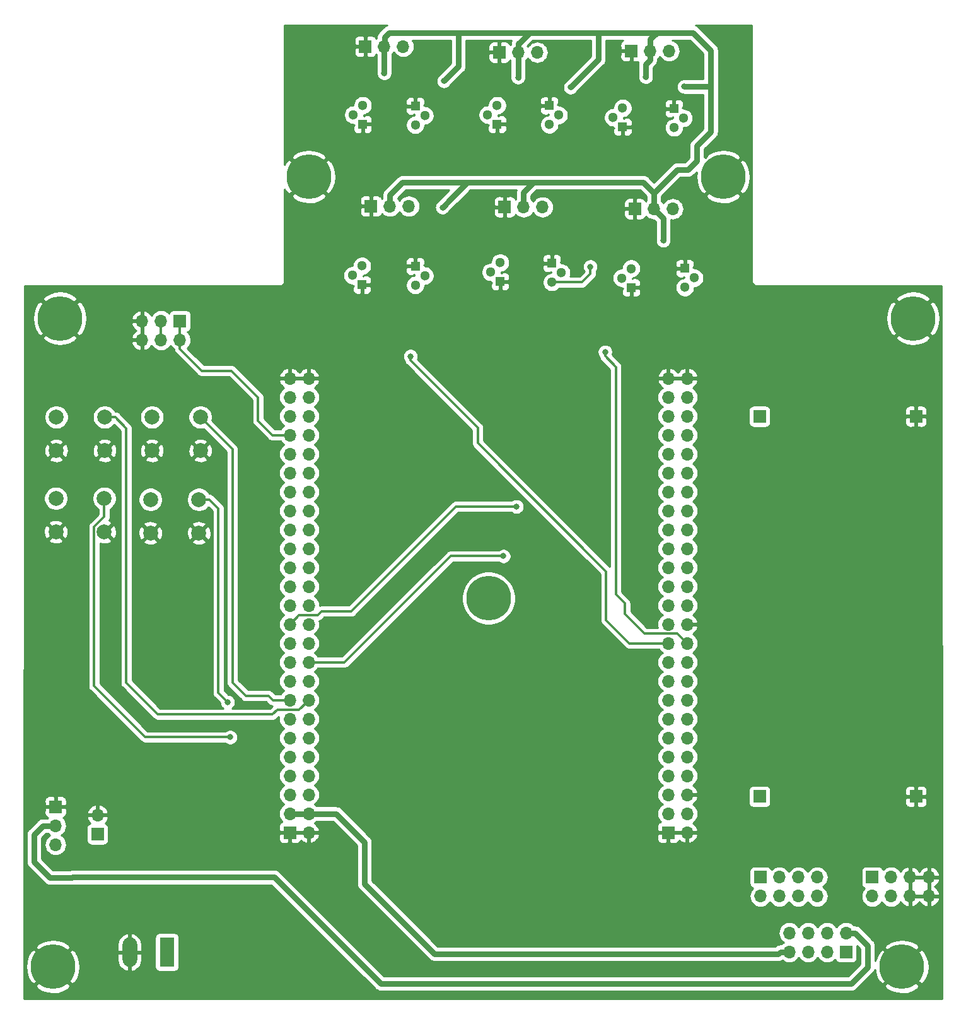
<source format=gbl>
G04 #@! TF.GenerationSoftware,KiCad,Pcbnew,(5.1.2)-2*
G04 #@! TF.CreationDate,2021-07-04T15:20:40+03:00*
G04 #@! TF.ProjectId,control_board,636f6e74-726f-46c5-9f62-6f6172642e6b,rev?*
G04 #@! TF.SameCoordinates,Original*
G04 #@! TF.FileFunction,Copper,L2,Bot*
G04 #@! TF.FilePolarity,Positive*
%FSLAX46Y46*%
G04 Gerber Fmt 4.6, Leading zero omitted, Abs format (unit mm)*
G04 Created by KiCad (PCBNEW (5.1.2)-2) date 2021-07-04 15:20:40*
%MOMM*%
%LPD*%
G04 APERTURE LIST*
%ADD10O,1.980000X3.960000*%
%ADD11R,1.980000X3.960000*%
%ADD12C,6.000000*%
%ADD13C,0.800000*%
%ADD14R,1.700000X1.700000*%
%ADD15O,1.700000X1.700000*%
%ADD16C,2.000000*%
%ADD17C,1.300000*%
%ADD18R,1.300000X1.300000*%
%ADD19C,0.800000*%
%ADD20C,0.350000*%
%ADD21C,0.254000*%
G04 APERTURE END LIST*
D10*
X43300000Y-150050000D03*
D11*
X48300000Y-150050000D03*
D12*
X91500000Y-102550000D03*
D13*
X93750000Y-102550000D03*
X93090990Y-104140990D03*
X91500000Y-104800000D03*
X89909010Y-104140990D03*
X89250000Y-102550000D03*
X89909010Y-100959010D03*
X91500000Y-100300000D03*
X93090990Y-100959010D03*
X148590990Y-150409010D03*
X147000000Y-149750000D03*
X145409010Y-150409010D03*
X144750000Y-152000000D03*
X145409010Y-153590990D03*
X147000000Y-154250000D03*
X148590990Y-153590990D03*
X149250000Y-152000000D03*
D12*
X147000000Y-152000000D03*
D13*
X34590990Y-150409010D03*
X33000000Y-149750000D03*
X31409010Y-150409010D03*
X30750000Y-152000000D03*
X31409010Y-153590990D03*
X33000000Y-154250000D03*
X34590990Y-153590990D03*
X35250000Y-152000000D03*
D12*
X33000000Y-152000000D03*
X123000000Y-46000000D03*
D13*
X125250000Y-46000000D03*
X124590990Y-47590990D03*
X123000000Y-48250000D03*
X121409010Y-47590990D03*
X120750000Y-46000000D03*
X121409010Y-44409010D03*
X123000000Y-43750000D03*
X124590990Y-44409010D03*
X68940990Y-44359010D03*
X67350000Y-43700000D03*
X65759010Y-44359010D03*
X65100000Y-45950000D03*
X65759010Y-47540990D03*
X67350000Y-48200000D03*
X68940990Y-47540990D03*
X69600000Y-45950000D03*
D12*
X67350000Y-46000000D03*
D14*
X39000000Y-134200000D03*
D15*
X39000000Y-131660000D03*
D14*
X115620000Y-134000000D03*
D15*
X118160000Y-134000000D03*
X115620000Y-131460000D03*
X118160000Y-131460000D03*
X115620000Y-128920000D03*
X118160000Y-128920000D03*
X115620000Y-126380000D03*
X118160000Y-126380000D03*
X115620000Y-123840000D03*
X118160000Y-123840000D03*
X115620000Y-121300000D03*
X118160000Y-121300000D03*
X115620000Y-118760000D03*
X118160000Y-118760000D03*
X115620000Y-116220000D03*
X118160000Y-116220000D03*
X115620000Y-113680000D03*
X118160000Y-113680000D03*
X115620000Y-111140000D03*
X118160000Y-111140000D03*
X115620000Y-108600000D03*
X118160000Y-108600000D03*
X115620000Y-106060000D03*
X118160000Y-106060000D03*
X115620000Y-103520000D03*
X118160000Y-103520000D03*
X115620000Y-100980000D03*
X118160000Y-100980000D03*
X115620000Y-98440000D03*
X118160000Y-98440000D03*
X115620000Y-95900000D03*
X118160000Y-95900000D03*
X115620000Y-93360000D03*
X118160000Y-93360000D03*
X115620000Y-90820000D03*
X118160000Y-90820000D03*
X115620000Y-88280000D03*
X118160000Y-88280000D03*
X115620000Y-85740000D03*
X118160000Y-85740000D03*
X115620000Y-83200000D03*
X118160000Y-83200000D03*
X115620000Y-80660000D03*
X118160000Y-80660000D03*
X115620000Y-78120000D03*
X118160000Y-78120000D03*
X115620000Y-75580000D03*
X118160000Y-75580000D03*
X115620000Y-73040000D03*
X118160000Y-73040000D03*
D14*
X64800000Y-134000000D03*
D15*
X67340000Y-134000000D03*
X64800000Y-131460000D03*
X67340000Y-131460000D03*
X64800000Y-128920000D03*
X67340000Y-128920000D03*
X64800000Y-126380000D03*
X67340000Y-126380000D03*
X64800000Y-123840000D03*
X67340000Y-123840000D03*
X64800000Y-121300000D03*
X67340000Y-121300000D03*
X64800000Y-118760000D03*
X67340000Y-118760000D03*
X64800000Y-116220000D03*
X67340000Y-116220000D03*
X64800000Y-113680000D03*
X67340000Y-113680000D03*
X64800000Y-111140000D03*
X67340000Y-111140000D03*
X64800000Y-108600000D03*
X67340000Y-108600000D03*
X64800000Y-106060000D03*
X67340000Y-106060000D03*
X64800000Y-103520000D03*
X67340000Y-103520000D03*
X64800000Y-100980000D03*
X67340000Y-100980000D03*
X64800000Y-98440000D03*
X67340000Y-98440000D03*
X64800000Y-95900000D03*
X67340000Y-95900000D03*
X64800000Y-93360000D03*
X67340000Y-93360000D03*
X64800000Y-90820000D03*
X67340000Y-90820000D03*
X64800000Y-88280000D03*
X67340000Y-88280000D03*
X64800000Y-85740000D03*
X67340000Y-85740000D03*
X64800000Y-83200000D03*
X67340000Y-83200000D03*
X64800000Y-80660000D03*
X67340000Y-80660000D03*
X64800000Y-78120000D03*
X67340000Y-78120000D03*
X64800000Y-75580000D03*
X67340000Y-75580000D03*
X64800000Y-73040000D03*
X67340000Y-73040000D03*
D14*
X33350000Y-130550000D03*
D15*
X33350000Y-133090000D03*
X33350000Y-135630000D03*
X115730000Y-29100000D03*
X113190000Y-29100000D03*
D14*
X110650000Y-29100000D03*
X128000000Y-140000000D03*
D15*
X128000000Y-142540000D03*
X130540000Y-140000000D03*
X130540000Y-142540000D03*
X133080000Y-140000000D03*
X133080000Y-142540000D03*
X135620000Y-140000000D03*
X135620000Y-142540000D03*
D14*
X74950000Y-28500000D03*
D15*
X77490000Y-28500000D03*
X80030000Y-28500000D03*
X98730000Y-50050000D03*
X96190000Y-50050000D03*
D14*
X93650000Y-50050000D03*
X75700000Y-49950000D03*
D15*
X78240000Y-49950000D03*
X80780000Y-49950000D03*
D14*
X139500000Y-150000000D03*
D15*
X139500000Y-147460000D03*
X136960000Y-150000000D03*
X136960000Y-147460000D03*
X134420000Y-150000000D03*
X134420000Y-147460000D03*
X131880000Y-150000000D03*
X131880000Y-147460000D03*
X150620000Y-142540000D03*
X150620000Y-140000000D03*
X148080000Y-142540000D03*
X148080000Y-140000000D03*
X145540000Y-142540000D03*
X145540000Y-140000000D03*
X143000000Y-142540000D03*
D14*
X143000000Y-140000000D03*
X111150000Y-50300000D03*
D15*
X113690000Y-50300000D03*
X116230000Y-50300000D03*
X98030000Y-29300000D03*
X95490000Y-29300000D03*
D14*
X92950000Y-29300000D03*
D16*
X39950000Y-78250000D03*
X39950000Y-82750000D03*
X33450000Y-78250000D03*
X33450000Y-82750000D03*
X46300000Y-82750000D03*
X46300000Y-78250000D03*
X52800000Y-82750000D03*
X52800000Y-78250000D03*
X33400000Y-93650000D03*
X33400000Y-89150000D03*
X39900000Y-93650000D03*
X39900000Y-89150000D03*
X52600000Y-89300000D03*
X52600000Y-93800000D03*
X46100000Y-89300000D03*
X46100000Y-93800000D03*
D14*
X127900000Y-129150000D03*
X127900000Y-78150000D03*
X148900000Y-129150000D03*
X148900000Y-78150000D03*
D17*
X108230000Y-38030000D03*
X109500000Y-36760000D03*
D18*
X109500000Y-39300000D03*
X93050000Y-60050000D03*
D17*
X93050000Y-57510000D03*
X91780000Y-58780000D03*
X100920000Y-37720000D03*
X99650000Y-38990000D03*
D18*
X99650000Y-36450000D03*
X116400000Y-36850000D03*
D17*
X116400000Y-39390000D03*
X117670000Y-38120000D03*
D18*
X100000000Y-57600000D03*
D17*
X100000000Y-60140000D03*
X101270000Y-58870000D03*
X91380000Y-37680000D03*
X92650000Y-36410000D03*
D18*
X92650000Y-38950000D03*
D17*
X82920000Y-59270000D03*
X81650000Y-60540000D03*
D18*
X81650000Y-58000000D03*
X117850000Y-58300000D03*
D17*
X117850000Y-60840000D03*
X119120000Y-59570000D03*
X82920000Y-37770000D03*
X81650000Y-39040000D03*
D18*
X81650000Y-36500000D03*
X74500000Y-60500000D03*
D17*
X74500000Y-57960000D03*
X73230000Y-59230000D03*
X109380000Y-59580000D03*
X110650000Y-58310000D03*
D18*
X110650000Y-60850000D03*
X74600000Y-38950000D03*
D17*
X74600000Y-36410000D03*
X73330000Y-37680000D03*
D12*
X33950000Y-65000000D03*
D13*
X36200000Y-65000000D03*
X35540990Y-66590990D03*
X33950000Y-67250000D03*
X32359010Y-66590990D03*
X31700000Y-65000000D03*
X32359010Y-63409010D03*
X33950000Y-62750000D03*
X35540990Y-63409010D03*
X150090990Y-63409010D03*
X148500000Y-62750000D03*
X146909010Y-63409010D03*
X146250000Y-65000000D03*
X146909010Y-66590990D03*
X148500000Y-67250000D03*
X150090990Y-66590990D03*
X150750000Y-65000000D03*
D12*
X148500000Y-65000000D03*
D14*
X50050000Y-65350000D03*
D15*
X50050000Y-67890000D03*
X47510000Y-65350000D03*
X47510000Y-67890000D03*
X44970000Y-65350000D03*
X44970000Y-67890000D03*
D13*
X114950000Y-54550000D03*
X85300000Y-50100000D03*
X112600000Y-32600000D03*
X117750000Y-33900000D03*
X95450000Y-32650000D03*
X102500000Y-34000000D03*
X85500000Y-33150000D03*
X77490000Y-32090000D03*
X131900000Y-62200000D03*
X131250000Y-73950000D03*
X81012500Y-70087500D03*
X107150000Y-69500000D03*
X56450000Y-116500000D03*
X56800000Y-121200000D03*
X93500000Y-96900000D03*
X95250000Y-90250000D03*
X105150000Y-58050000D03*
D19*
X71010000Y-131460000D02*
X67340000Y-131460000D01*
X131880000Y-150000000D02*
X130677919Y-150000000D01*
X130377919Y-150300000D02*
X84250000Y-150300000D01*
X84250000Y-150300000D02*
X74850000Y-140900000D01*
X74850000Y-140900000D02*
X74850000Y-135300000D01*
X130677919Y-150000000D02*
X130377919Y-150300000D01*
X74850000Y-135300000D02*
X71010000Y-131460000D01*
X67340000Y-131460000D02*
X64800000Y-131460000D01*
X114950000Y-51560000D02*
X113690000Y-50300000D01*
X114950000Y-54550000D02*
X114950000Y-51560000D01*
X113690000Y-50300000D02*
X113690000Y-48190000D01*
X113690000Y-48190000D02*
X112250000Y-46750000D01*
X112250000Y-46750000D02*
X97550000Y-46750000D01*
X96190000Y-48110000D02*
X96190000Y-50050000D01*
X97550000Y-46750000D02*
X96190000Y-48110000D01*
X78240000Y-48460000D02*
X78240000Y-49950000D01*
X79950000Y-46750000D02*
X78240000Y-48460000D01*
X88650000Y-46750000D02*
X86550000Y-48850000D01*
X88650000Y-46750000D02*
X79950000Y-46750000D01*
X97550000Y-46750000D02*
X88650000Y-46750000D01*
X86550000Y-48850000D02*
X85300000Y-50100000D01*
X85300000Y-50100000D02*
X85300000Y-50100000D01*
X114100000Y-26650000D02*
X113190000Y-27560000D01*
X118950000Y-26650000D02*
X114100000Y-26650000D01*
X121350000Y-29050000D02*
X118950000Y-26650000D01*
X113190000Y-27560000D02*
X113190000Y-29100000D01*
X113710000Y-48190000D02*
X116850000Y-45050000D01*
X113690000Y-48190000D02*
X113710000Y-48190000D01*
X116850000Y-45050000D02*
X118250000Y-45050000D01*
X119450000Y-43850000D02*
X119450000Y-41850000D01*
X118250000Y-45050000D02*
X119450000Y-43850000D01*
X119450000Y-41850000D02*
X121350000Y-39950000D01*
X113190000Y-30302081D02*
X112600000Y-30892081D01*
X113190000Y-29100000D02*
X113190000Y-30302081D01*
X112600000Y-30892081D02*
X112600000Y-32600000D01*
X112600000Y-32600000D02*
X112600000Y-32600000D01*
X121350000Y-33900000D02*
X117750000Y-33900000D01*
X121350000Y-33900000D02*
X121350000Y-29050000D01*
X121350000Y-39950000D02*
X121350000Y-33900000D01*
X117750000Y-33900000D02*
X117750000Y-33900000D01*
X97000000Y-26650000D02*
X95650000Y-28000000D01*
X95490000Y-28097919D02*
X95490000Y-29300000D01*
X95587919Y-28000000D02*
X95490000Y-28097919D01*
X95650000Y-28000000D02*
X95587919Y-28000000D01*
X95490000Y-30502081D02*
X95450000Y-30542081D01*
X95490000Y-29300000D02*
X95490000Y-30502081D01*
X95450000Y-30542081D02*
X95450000Y-32650000D01*
X95450000Y-32650000D02*
X95450000Y-32650000D01*
X106250000Y-26650000D02*
X106250000Y-30250000D01*
X106250000Y-26650000D02*
X97000000Y-26650000D01*
X114100000Y-26650000D02*
X106250000Y-26650000D01*
X106250000Y-30250000D02*
X102500000Y-34000000D01*
X102500000Y-34000000D02*
X102500000Y-34000000D01*
X78150000Y-26650000D02*
X77500000Y-27300000D01*
X77500000Y-28490000D02*
X77490000Y-28500000D01*
X77500000Y-27300000D02*
X77500000Y-28490000D01*
X87450000Y-26650000D02*
X87450000Y-31200000D01*
X87450000Y-26650000D02*
X78150000Y-26650000D01*
X97000000Y-26650000D02*
X87450000Y-26650000D01*
X87450000Y-31200000D02*
X85500000Y-33150000D01*
X85500000Y-33150000D02*
X85500000Y-33150000D01*
X77490000Y-28500000D02*
X77490000Y-32090000D01*
X77490000Y-32090000D02*
X77490000Y-32090000D01*
D20*
X132299999Y-62599999D02*
X132299999Y-71850001D01*
X131900000Y-62200000D02*
X132299999Y-62599999D01*
X132299999Y-71850001D02*
X131250000Y-72900000D01*
X131250000Y-72900000D02*
X131250000Y-73950000D01*
X131250000Y-73950000D02*
X131250000Y-73950000D01*
D19*
X140702081Y-147460000D02*
X142400000Y-149157919D01*
X139500000Y-147460000D02*
X140702081Y-147460000D01*
X142400000Y-149157919D02*
X142400000Y-152050000D01*
X142400000Y-152050000D02*
X140200000Y-154250000D01*
X140200000Y-154250000D02*
X77000000Y-154250000D01*
X77000000Y-154250000D02*
X62750000Y-140000000D01*
X62750000Y-140000000D02*
X35600000Y-140000000D01*
X35600000Y-140000000D02*
X35550000Y-140050000D01*
X35550000Y-140050000D02*
X32600000Y-140050000D01*
X32600000Y-140050000D02*
X30450000Y-137900000D01*
X30450000Y-137900000D02*
X30450000Y-134300000D01*
X31660000Y-133090000D02*
X33350000Y-133090000D01*
X30450000Y-134300000D02*
X31660000Y-133090000D01*
D20*
X81012500Y-70653185D02*
X90050000Y-79690685D01*
X81012500Y-70087500D02*
X81012500Y-70653185D01*
X90050000Y-79690685D02*
X90050000Y-81750000D01*
X90050000Y-81750000D02*
X107300000Y-99000000D01*
X107300000Y-99000000D02*
X107300000Y-105500000D01*
X107300000Y-105500000D02*
X110400000Y-108600000D01*
X110400000Y-108600000D02*
X115620000Y-108600000D01*
X116860000Y-107300000D02*
X118160000Y-108600000D01*
X112450000Y-107300000D02*
X116860000Y-107300000D01*
X107150000Y-70065685D02*
X108600000Y-71515685D01*
X107150000Y-69500000D02*
X107150000Y-70065685D01*
X108600000Y-71515685D02*
X108600000Y-102050000D01*
X108600000Y-102050000D02*
X109800000Y-103250000D01*
X109800000Y-103250000D02*
X109800000Y-104650000D01*
X109800000Y-104650000D02*
X112450000Y-107300000D01*
X66025001Y-117534999D02*
X67340000Y-116220000D01*
X63115001Y-117534999D02*
X66025001Y-117534999D01*
X41364213Y-78250000D02*
X42850000Y-79735787D01*
X39950000Y-78250000D02*
X41364213Y-78250000D01*
X42850000Y-79735787D02*
X42850000Y-113900000D01*
X42850000Y-113900000D02*
X47100000Y-118150000D01*
X47100000Y-118150000D02*
X62500000Y-118150000D01*
X62500000Y-118150000D02*
X63115001Y-117534999D01*
X62520000Y-116220000D02*
X64800000Y-116220000D01*
X61950000Y-115650000D02*
X62520000Y-116220000D01*
X58900000Y-115650000D02*
X61950000Y-115650000D01*
X57100000Y-113850000D02*
X58900000Y-115650000D01*
X52800000Y-78250000D02*
X57100000Y-82550000D01*
X57100000Y-82550000D02*
X57100000Y-113850000D01*
X54014213Y-89300000D02*
X55200000Y-90485787D01*
X52600000Y-89300000D02*
X54014213Y-89300000D01*
X55200000Y-90485787D02*
X55200000Y-115250000D01*
X55200000Y-115250000D02*
X56450000Y-116500000D01*
X56450000Y-116500000D02*
X56450000Y-116500000D01*
X38524999Y-92989999D02*
X38524999Y-114324999D01*
X39900000Y-89150000D02*
X39900000Y-91614998D01*
X39900000Y-91614998D02*
X38524999Y-92989999D01*
X38524999Y-114324999D02*
X45400000Y-121200000D01*
X45400000Y-121200000D02*
X56800000Y-121200000D01*
X56800000Y-121200000D02*
X56800000Y-121200000D01*
X72160000Y-111140000D02*
X67340000Y-111140000D01*
X93500000Y-96900000D02*
X86400000Y-96900000D01*
X86400000Y-96900000D02*
X72160000Y-111140000D01*
X66025001Y-104834999D02*
X64800000Y-106060000D01*
X68565001Y-104834999D02*
X66025001Y-104834999D01*
X69100000Y-104300000D02*
X68565001Y-104834999D01*
X73050000Y-104300000D02*
X69100000Y-104300000D01*
X95250000Y-90250000D02*
X87100000Y-90250000D01*
X87100000Y-90250000D02*
X73050000Y-104300000D01*
X105150000Y-58050000D02*
X105150000Y-59050000D01*
X104060000Y-60140000D02*
X100000000Y-60140000D01*
X105150000Y-59050000D02*
X104060000Y-60140000D01*
X47510000Y-65350000D02*
X47510000Y-67890000D01*
X50050000Y-69092081D02*
X53007919Y-72050000D01*
X50050000Y-67890000D02*
X50050000Y-69092081D01*
X53007919Y-72050000D02*
X57000000Y-72050000D01*
X57000000Y-72050000D02*
X60550000Y-75600000D01*
X60550000Y-75600000D02*
X60550000Y-78750000D01*
X62460000Y-80660000D02*
X64800000Y-80660000D01*
X60550000Y-78750000D02*
X62460000Y-80660000D01*
X50050000Y-65350000D02*
X50050000Y-67890000D01*
D21*
G36*
X77752007Y-25689159D02*
G01*
X77668309Y-25733896D01*
X77572202Y-25785266D01*
X77510313Y-25836058D01*
X77414604Y-25914604D01*
X77382193Y-25954097D01*
X76804097Y-26532193D01*
X76764604Y-26564604D01*
X76635266Y-26722203D01*
X76539159Y-26902008D01*
X76479976Y-27097106D01*
X76465000Y-27249163D01*
X76465000Y-27249172D01*
X76459994Y-27300000D01*
X76465000Y-27350829D01*
X76465000Y-27420136D01*
X76434866Y-27444866D01*
X76410393Y-27474687D01*
X76389502Y-27405820D01*
X76330537Y-27295506D01*
X76251185Y-27198815D01*
X76154494Y-27119463D01*
X76044180Y-27060498D01*
X75924482Y-27024188D01*
X75800000Y-27011928D01*
X75235750Y-27015000D01*
X75077000Y-27173750D01*
X75077000Y-28373000D01*
X75097000Y-28373000D01*
X75097000Y-28627000D01*
X75077000Y-28627000D01*
X75077000Y-29826250D01*
X75235750Y-29985000D01*
X75800000Y-29988072D01*
X75924482Y-29975812D01*
X76044180Y-29939502D01*
X76154494Y-29880537D01*
X76251185Y-29801185D01*
X76330537Y-29704494D01*
X76389502Y-29594180D01*
X76410393Y-29525313D01*
X76434866Y-29555134D01*
X76455000Y-29571658D01*
X76455001Y-31988056D01*
X76455000Y-31988061D01*
X76455000Y-32039162D01*
X76449993Y-32090000D01*
X76455000Y-32140838D01*
X76455000Y-32191939D01*
X76464969Y-32242057D01*
X76469976Y-32292895D01*
X76484804Y-32341777D01*
X76494774Y-32391898D01*
X76514331Y-32439113D01*
X76529159Y-32487993D01*
X76553238Y-32533042D01*
X76572795Y-32580256D01*
X76601186Y-32622746D01*
X76625266Y-32667797D01*
X76657672Y-32707284D01*
X76686063Y-32749774D01*
X76722197Y-32785908D01*
X76754604Y-32825396D01*
X76794092Y-32857803D01*
X76830226Y-32893937D01*
X76872716Y-32922328D01*
X76912203Y-32954734D01*
X76957254Y-32978814D01*
X76999744Y-33007205D01*
X77046958Y-33026762D01*
X77092007Y-33050841D01*
X77140887Y-33065669D01*
X77188102Y-33085226D01*
X77238223Y-33095196D01*
X77287105Y-33110024D01*
X77337943Y-33115031D01*
X77388061Y-33125000D01*
X77439162Y-33125000D01*
X77490000Y-33130007D01*
X77540838Y-33125000D01*
X77591939Y-33125000D01*
X77642057Y-33115031D01*
X77692895Y-33110024D01*
X77741777Y-33095196D01*
X77791898Y-33085226D01*
X77839113Y-33065669D01*
X77887993Y-33050841D01*
X77933042Y-33026762D01*
X77980256Y-33007205D01*
X78022746Y-32978814D01*
X78067797Y-32954734D01*
X78107284Y-32922328D01*
X78149774Y-32893937D01*
X78185908Y-32857803D01*
X78225396Y-32825396D01*
X78257803Y-32785908D01*
X78293937Y-32749774D01*
X78322328Y-32707284D01*
X78354734Y-32667797D01*
X78378814Y-32622746D01*
X78407205Y-32580256D01*
X78426762Y-32533042D01*
X78450841Y-32487993D01*
X78465669Y-32439113D01*
X78485226Y-32391898D01*
X78495196Y-32341777D01*
X78510024Y-32292895D01*
X78515031Y-32242057D01*
X78525000Y-32191939D01*
X78525000Y-32140838D01*
X78530007Y-32090000D01*
X78525000Y-32039162D01*
X78525000Y-29571658D01*
X78545134Y-29555134D01*
X78730706Y-29329014D01*
X78760000Y-29274209D01*
X78789294Y-29329014D01*
X78974866Y-29555134D01*
X79200986Y-29740706D01*
X79458966Y-29878599D01*
X79738889Y-29963513D01*
X79957050Y-29985000D01*
X80102950Y-29985000D01*
X80321111Y-29963513D01*
X80601034Y-29878599D01*
X80859014Y-29740706D01*
X81085134Y-29555134D01*
X81270706Y-29329014D01*
X81408599Y-29071034D01*
X81493513Y-28791111D01*
X81522185Y-28500000D01*
X81493513Y-28208889D01*
X81408599Y-27928966D01*
X81278197Y-27685000D01*
X86415000Y-27685000D01*
X86415001Y-30771288D01*
X84840229Y-32346061D01*
X84840226Y-32346063D01*
X84804092Y-32382197D01*
X84764604Y-32414604D01*
X84732197Y-32454092D01*
X84696063Y-32490226D01*
X84667672Y-32532716D01*
X84635266Y-32572203D01*
X84611186Y-32617254D01*
X84582795Y-32659744D01*
X84563238Y-32706958D01*
X84539159Y-32752007D01*
X84524331Y-32800887D01*
X84504774Y-32848102D01*
X84494804Y-32898223D01*
X84479976Y-32947105D01*
X84474969Y-32997943D01*
X84465000Y-33048061D01*
X84465000Y-33099162D01*
X84459993Y-33150000D01*
X84465000Y-33200838D01*
X84465000Y-33251939D01*
X84474969Y-33302057D01*
X84479976Y-33352895D01*
X84494804Y-33401777D01*
X84504774Y-33451898D01*
X84524331Y-33499113D01*
X84539159Y-33547993D01*
X84563238Y-33593042D01*
X84582795Y-33640256D01*
X84611186Y-33682746D01*
X84635266Y-33727797D01*
X84667672Y-33767284D01*
X84696063Y-33809774D01*
X84732197Y-33845908D01*
X84764604Y-33885396D01*
X84804092Y-33917803D01*
X84840226Y-33953937D01*
X84882716Y-33982328D01*
X84922203Y-34014734D01*
X84967254Y-34038814D01*
X85009744Y-34067205D01*
X85056958Y-34086762D01*
X85102007Y-34110841D01*
X85150887Y-34125669D01*
X85198102Y-34145226D01*
X85248223Y-34155196D01*
X85297105Y-34170024D01*
X85347943Y-34175031D01*
X85398061Y-34185000D01*
X85449172Y-34185000D01*
X85500000Y-34190006D01*
X85550828Y-34185000D01*
X85601939Y-34185000D01*
X85652057Y-34175031D01*
X85702895Y-34170024D01*
X85751777Y-34155196D01*
X85801898Y-34145226D01*
X85849113Y-34125669D01*
X85897993Y-34110841D01*
X85943042Y-34086762D01*
X85990256Y-34067205D01*
X86032746Y-34038814D01*
X86077797Y-34014734D01*
X86117284Y-33982328D01*
X86159774Y-33953937D01*
X86195908Y-33917803D01*
X86235396Y-33885396D01*
X86267803Y-33845908D01*
X86303937Y-33809774D01*
X86303939Y-33809771D01*
X88145908Y-31967803D01*
X88185396Y-31935396D01*
X88225027Y-31887105D01*
X88314734Y-31777798D01*
X88388837Y-31639159D01*
X88410841Y-31597993D01*
X88470024Y-31402895D01*
X88485000Y-31250838D01*
X88485000Y-31250829D01*
X88490006Y-31200001D01*
X88485000Y-31149173D01*
X88485000Y-30150000D01*
X91461928Y-30150000D01*
X91474188Y-30274482D01*
X91510498Y-30394180D01*
X91569463Y-30504494D01*
X91648815Y-30601185D01*
X91745506Y-30680537D01*
X91855820Y-30739502D01*
X91975518Y-30775812D01*
X92100000Y-30788072D01*
X92664250Y-30785000D01*
X92823000Y-30626250D01*
X92823000Y-29427000D01*
X91623750Y-29427000D01*
X91465000Y-29585750D01*
X91461928Y-30150000D01*
X88485000Y-30150000D01*
X88485000Y-28450000D01*
X91461928Y-28450000D01*
X91465000Y-29014250D01*
X91623750Y-29173000D01*
X92823000Y-29173000D01*
X92823000Y-27973750D01*
X92664250Y-27815000D01*
X92100000Y-27811928D01*
X91975518Y-27824188D01*
X91855820Y-27860498D01*
X91745506Y-27919463D01*
X91648815Y-27998815D01*
X91569463Y-28095506D01*
X91510498Y-28205820D01*
X91474188Y-28325518D01*
X91461928Y-28450000D01*
X88485000Y-28450000D01*
X88485000Y-27685000D01*
X94537138Y-27685000D01*
X94529159Y-27699927D01*
X94469976Y-27895025D01*
X94455000Y-28047082D01*
X94455000Y-28047091D01*
X94449994Y-28097919D01*
X94455000Y-28148748D01*
X94455000Y-28228342D01*
X94434866Y-28244866D01*
X94410393Y-28274687D01*
X94389502Y-28205820D01*
X94330537Y-28095506D01*
X94251185Y-27998815D01*
X94154494Y-27919463D01*
X94044180Y-27860498D01*
X93924482Y-27824188D01*
X93800000Y-27811928D01*
X93235750Y-27815000D01*
X93077000Y-27973750D01*
X93077000Y-29173000D01*
X93097000Y-29173000D01*
X93097000Y-29427000D01*
X93077000Y-29427000D01*
X93077000Y-30626250D01*
X93235750Y-30785000D01*
X93800000Y-30788072D01*
X93924482Y-30775812D01*
X94044180Y-30739502D01*
X94154494Y-30680537D01*
X94251185Y-30601185D01*
X94330537Y-30504494D01*
X94389502Y-30394180D01*
X94410393Y-30325313D01*
X94429098Y-30348105D01*
X94415000Y-30491244D01*
X94415000Y-30491253D01*
X94409994Y-30542081D01*
X94415000Y-30592909D01*
X94415001Y-32548056D01*
X94415000Y-32548061D01*
X94415000Y-32599162D01*
X94409993Y-32650000D01*
X94415000Y-32700838D01*
X94415000Y-32751939D01*
X94424969Y-32802057D01*
X94429976Y-32852895D01*
X94444804Y-32901777D01*
X94454774Y-32951898D01*
X94474331Y-32999113D01*
X94489159Y-33047993D01*
X94513238Y-33093042D01*
X94532795Y-33140256D01*
X94561186Y-33182746D01*
X94585266Y-33227797D01*
X94617672Y-33267284D01*
X94646063Y-33309774D01*
X94682197Y-33345908D01*
X94714604Y-33385396D01*
X94754092Y-33417803D01*
X94790226Y-33453937D01*
X94832716Y-33482328D01*
X94872203Y-33514734D01*
X94917254Y-33538814D01*
X94959744Y-33567205D01*
X95006958Y-33586762D01*
X95052007Y-33610841D01*
X95100887Y-33625669D01*
X95148102Y-33645226D01*
X95198223Y-33655196D01*
X95247105Y-33670024D01*
X95297943Y-33675031D01*
X95348061Y-33685000D01*
X95399162Y-33685000D01*
X95450000Y-33690007D01*
X95500838Y-33685000D01*
X95551939Y-33685000D01*
X95602057Y-33675031D01*
X95652895Y-33670024D01*
X95701777Y-33655196D01*
X95751898Y-33645226D01*
X95799113Y-33625669D01*
X95847993Y-33610841D01*
X95893042Y-33586762D01*
X95940256Y-33567205D01*
X95982746Y-33538814D01*
X96027797Y-33514734D01*
X96067284Y-33482328D01*
X96109774Y-33453937D01*
X96145908Y-33417803D01*
X96185396Y-33385396D01*
X96217803Y-33345908D01*
X96253937Y-33309774D01*
X96282328Y-33267284D01*
X96314734Y-33227797D01*
X96338814Y-33182746D01*
X96367205Y-33140256D01*
X96386762Y-33093042D01*
X96410841Y-33047993D01*
X96425669Y-32999113D01*
X96445226Y-32951898D01*
X96455196Y-32901777D01*
X96470024Y-32852895D01*
X96475031Y-32802057D01*
X96485000Y-32751939D01*
X96485000Y-32700838D01*
X96490007Y-32650000D01*
X96485000Y-32599162D01*
X96485000Y-30787468D01*
X96510024Y-30704976D01*
X96525000Y-30552919D01*
X96525000Y-30552916D01*
X96530007Y-30502081D01*
X96525000Y-30451246D01*
X96525000Y-30371658D01*
X96545134Y-30355134D01*
X96730706Y-30129014D01*
X96760000Y-30074209D01*
X96789294Y-30129014D01*
X96974866Y-30355134D01*
X97200986Y-30540706D01*
X97458966Y-30678599D01*
X97738889Y-30763513D01*
X97957050Y-30785000D01*
X98102950Y-30785000D01*
X98321111Y-30763513D01*
X98601034Y-30678599D01*
X98859014Y-30540706D01*
X99085134Y-30355134D01*
X99270706Y-30129014D01*
X99408599Y-29871034D01*
X99493513Y-29591111D01*
X99522185Y-29300000D01*
X99493513Y-29008889D01*
X99408599Y-28728966D01*
X99270706Y-28470986D01*
X99085134Y-28244866D01*
X98859014Y-28059294D01*
X98601034Y-27921401D01*
X98321111Y-27836487D01*
X98102950Y-27815000D01*
X97957050Y-27815000D01*
X97738889Y-27836487D01*
X97458966Y-27921401D01*
X97200986Y-28059294D01*
X96974866Y-28244866D01*
X96789294Y-28470986D01*
X96760000Y-28525791D01*
X96730706Y-28470986D01*
X96691048Y-28422662D01*
X97428711Y-27685000D01*
X105215000Y-27685000D01*
X105215001Y-29821288D01*
X101840229Y-33196061D01*
X101840226Y-33196063D01*
X101804092Y-33232197D01*
X101764604Y-33264604D01*
X101732197Y-33304092D01*
X101696063Y-33340226D01*
X101667672Y-33382716D01*
X101635266Y-33422203D01*
X101611186Y-33467254D01*
X101582795Y-33509744D01*
X101563238Y-33556958D01*
X101539159Y-33602007D01*
X101524331Y-33650887D01*
X101504774Y-33698102D01*
X101494804Y-33748223D01*
X101479976Y-33797105D01*
X101474969Y-33847943D01*
X101465000Y-33898061D01*
X101465000Y-33949162D01*
X101459993Y-34000000D01*
X101465000Y-34050838D01*
X101465000Y-34101939D01*
X101474969Y-34152057D01*
X101479976Y-34202895D01*
X101494804Y-34251777D01*
X101504774Y-34301898D01*
X101524331Y-34349113D01*
X101539159Y-34397993D01*
X101563238Y-34443042D01*
X101582795Y-34490256D01*
X101611186Y-34532746D01*
X101635266Y-34577797D01*
X101667672Y-34617284D01*
X101696063Y-34659774D01*
X101732197Y-34695908D01*
X101764604Y-34735396D01*
X101804092Y-34767803D01*
X101840226Y-34803937D01*
X101882716Y-34832328D01*
X101922203Y-34864734D01*
X101967254Y-34888814D01*
X102009744Y-34917205D01*
X102056958Y-34936762D01*
X102102007Y-34960841D01*
X102150887Y-34975669D01*
X102198102Y-34995226D01*
X102248223Y-35005196D01*
X102297105Y-35020024D01*
X102347943Y-35025031D01*
X102398061Y-35035000D01*
X102449172Y-35035000D01*
X102500000Y-35040006D01*
X102550828Y-35035000D01*
X102601939Y-35035000D01*
X102652057Y-35025031D01*
X102702895Y-35020024D01*
X102751777Y-35005196D01*
X102801898Y-34995226D01*
X102849113Y-34975669D01*
X102897993Y-34960841D01*
X102943042Y-34936762D01*
X102990256Y-34917205D01*
X103032746Y-34888814D01*
X103077797Y-34864734D01*
X103117284Y-34832328D01*
X103159774Y-34803937D01*
X103195908Y-34767803D01*
X103235396Y-34735396D01*
X103267803Y-34695908D01*
X103303937Y-34659774D01*
X103303939Y-34659771D01*
X106945908Y-31017803D01*
X106985396Y-30985396D01*
X107061978Y-30892081D01*
X107114734Y-30827798D01*
X107180383Y-30704976D01*
X107210841Y-30647993D01*
X107270024Y-30452895D01*
X107285000Y-30300838D01*
X107285000Y-30300835D01*
X107290007Y-30250000D01*
X107285000Y-30199165D01*
X107285000Y-29950000D01*
X109161928Y-29950000D01*
X109174188Y-30074482D01*
X109210498Y-30194180D01*
X109269463Y-30304494D01*
X109348815Y-30401185D01*
X109445506Y-30480537D01*
X109555820Y-30539502D01*
X109675518Y-30575812D01*
X109800000Y-30588072D01*
X110364250Y-30585000D01*
X110523000Y-30426250D01*
X110523000Y-29227000D01*
X109323750Y-29227000D01*
X109165000Y-29385750D01*
X109161928Y-29950000D01*
X107285000Y-29950000D01*
X107285000Y-27685000D01*
X109509981Y-27685000D01*
X109445506Y-27719463D01*
X109348815Y-27798815D01*
X109269463Y-27895506D01*
X109210498Y-28005820D01*
X109174188Y-28125518D01*
X109161928Y-28250000D01*
X109165000Y-28814250D01*
X109323750Y-28973000D01*
X110523000Y-28973000D01*
X110523000Y-28953000D01*
X110777000Y-28953000D01*
X110777000Y-28973000D01*
X110797000Y-28973000D01*
X110797000Y-29227000D01*
X110777000Y-29227000D01*
X110777000Y-30426250D01*
X110935750Y-30585000D01*
X111500000Y-30588072D01*
X111614057Y-30576839D01*
X111579976Y-30689187D01*
X111565000Y-30841244D01*
X111565000Y-30841253D01*
X111559994Y-30892081D01*
X111565000Y-30942909D01*
X111565001Y-32498056D01*
X111565000Y-32498061D01*
X111565000Y-32549162D01*
X111559993Y-32600000D01*
X111565000Y-32650838D01*
X111565000Y-32701939D01*
X111574969Y-32752057D01*
X111579976Y-32802895D01*
X111594804Y-32851777D01*
X111604774Y-32901898D01*
X111624331Y-32949113D01*
X111639159Y-32997993D01*
X111663238Y-33043042D01*
X111682795Y-33090256D01*
X111711186Y-33132746D01*
X111735266Y-33177797D01*
X111767672Y-33217284D01*
X111796063Y-33259774D01*
X111832197Y-33295908D01*
X111864604Y-33335396D01*
X111904092Y-33367803D01*
X111940226Y-33403937D01*
X111982716Y-33432328D01*
X112022203Y-33464734D01*
X112067254Y-33488814D01*
X112109744Y-33517205D01*
X112156958Y-33536762D01*
X112202007Y-33560841D01*
X112250887Y-33575669D01*
X112298102Y-33595226D01*
X112348223Y-33605196D01*
X112397105Y-33620024D01*
X112447943Y-33625031D01*
X112498061Y-33635000D01*
X112549162Y-33635000D01*
X112600000Y-33640007D01*
X112650838Y-33635000D01*
X112701939Y-33635000D01*
X112752057Y-33625031D01*
X112802895Y-33620024D01*
X112851777Y-33605196D01*
X112901898Y-33595226D01*
X112949113Y-33575669D01*
X112997993Y-33560841D01*
X113043042Y-33536762D01*
X113090256Y-33517205D01*
X113132746Y-33488814D01*
X113177797Y-33464734D01*
X113217284Y-33432328D01*
X113259774Y-33403937D01*
X113295908Y-33367803D01*
X113335396Y-33335396D01*
X113367803Y-33295908D01*
X113403937Y-33259774D01*
X113432328Y-33217284D01*
X113464734Y-33177797D01*
X113488814Y-33132746D01*
X113517205Y-33090256D01*
X113536762Y-33043042D01*
X113560841Y-32997993D01*
X113575669Y-32949113D01*
X113595226Y-32901898D01*
X113605196Y-32851777D01*
X113620024Y-32802895D01*
X113625031Y-32752057D01*
X113635000Y-32701939D01*
X113635000Y-32650838D01*
X113640007Y-32600000D01*
X113635000Y-32549162D01*
X113635000Y-31320791D01*
X113885903Y-31069888D01*
X113925396Y-31037477D01*
X114003942Y-30941768D01*
X114054734Y-30879879D01*
X114129766Y-30739502D01*
X114150841Y-30700074D01*
X114210024Y-30504976D01*
X114225000Y-30352919D01*
X114225000Y-30352910D01*
X114230006Y-30302082D01*
X114225000Y-30251254D01*
X114225000Y-30171658D01*
X114245134Y-30155134D01*
X114430706Y-29929014D01*
X114460000Y-29874209D01*
X114489294Y-29929014D01*
X114674866Y-30155134D01*
X114900986Y-30340706D01*
X115158966Y-30478599D01*
X115438889Y-30563513D01*
X115657050Y-30585000D01*
X115802950Y-30585000D01*
X116021111Y-30563513D01*
X116301034Y-30478599D01*
X116559014Y-30340706D01*
X116785134Y-30155134D01*
X116970706Y-29929014D01*
X117108599Y-29671034D01*
X117193513Y-29391111D01*
X117222185Y-29100000D01*
X117193513Y-28808889D01*
X117108599Y-28528966D01*
X116970706Y-28270986D01*
X116785134Y-28044866D01*
X116559014Y-27859294D01*
X116301034Y-27721401D01*
X116181036Y-27685000D01*
X118521290Y-27685000D01*
X120315001Y-29478712D01*
X120315000Y-32865000D01*
X117648061Y-32865000D01*
X117597943Y-32874969D01*
X117547105Y-32879976D01*
X117498223Y-32894804D01*
X117448102Y-32904774D01*
X117400887Y-32924331D01*
X117352007Y-32939159D01*
X117306958Y-32963238D01*
X117259744Y-32982795D01*
X117217254Y-33011186D01*
X117172203Y-33035266D01*
X117132716Y-33067672D01*
X117090226Y-33096063D01*
X117054092Y-33132197D01*
X117014604Y-33164604D01*
X116982197Y-33204092D01*
X116946063Y-33240226D01*
X116917672Y-33282716D01*
X116885266Y-33322203D01*
X116861186Y-33367254D01*
X116832795Y-33409744D01*
X116813238Y-33456958D01*
X116789159Y-33502007D01*
X116774331Y-33550887D01*
X116754774Y-33598102D01*
X116744804Y-33648223D01*
X116729976Y-33697105D01*
X116724969Y-33747943D01*
X116715000Y-33798061D01*
X116715000Y-33849162D01*
X116709993Y-33900000D01*
X116715000Y-33950837D01*
X116715000Y-34001939D01*
X116724969Y-34052057D01*
X116729976Y-34102895D01*
X116744804Y-34151777D01*
X116754774Y-34201898D01*
X116774331Y-34249113D01*
X116789159Y-34297993D01*
X116813238Y-34343042D01*
X116832795Y-34390256D01*
X116861186Y-34432746D01*
X116885266Y-34477797D01*
X116917672Y-34517284D01*
X116946063Y-34559774D01*
X116982197Y-34595908D01*
X117014604Y-34635396D01*
X117054092Y-34667803D01*
X117090226Y-34703937D01*
X117132716Y-34732328D01*
X117172203Y-34764734D01*
X117217254Y-34788814D01*
X117259744Y-34817205D01*
X117306958Y-34836762D01*
X117352007Y-34860841D01*
X117400887Y-34875669D01*
X117448102Y-34895226D01*
X117498223Y-34905196D01*
X117547105Y-34920024D01*
X117597943Y-34925031D01*
X117648061Y-34935000D01*
X120315001Y-34935000D01*
X120315000Y-39521289D01*
X118754092Y-41082198D01*
X118714605Y-41114604D01*
X118682198Y-41154092D01*
X118682197Y-41154093D01*
X118585266Y-41272203D01*
X118489160Y-41452007D01*
X118429977Y-41647105D01*
X118409994Y-41850000D01*
X118415001Y-41900837D01*
X118415000Y-43421289D01*
X117821290Y-44015000D01*
X116900835Y-44015000D01*
X116850000Y-44009993D01*
X116799165Y-44015000D01*
X116799162Y-44015000D01*
X116647105Y-44029976D01*
X116508249Y-44072098D01*
X116452006Y-44089159D01*
X116272202Y-44185266D01*
X116188473Y-44253981D01*
X116114604Y-44314604D01*
X116082197Y-44354092D01*
X113700000Y-46736290D01*
X113017807Y-46054097D01*
X112985396Y-46014604D01*
X112827797Y-45885266D01*
X112647993Y-45789159D01*
X112452895Y-45729976D01*
X112300838Y-45715000D01*
X112300828Y-45715000D01*
X112250000Y-45709994D01*
X112199172Y-45715000D01*
X97600827Y-45715000D01*
X97549999Y-45709994D01*
X97499171Y-45715000D01*
X88700827Y-45715000D01*
X88649999Y-45709994D01*
X88599171Y-45715000D01*
X80000827Y-45715000D01*
X79949999Y-45709994D01*
X79899171Y-45715000D01*
X79899162Y-45715000D01*
X79747105Y-45729976D01*
X79552007Y-45789159D01*
X79470878Y-45832523D01*
X79372202Y-45885266D01*
X79293324Y-45950000D01*
X79214604Y-46014604D01*
X79182197Y-46054092D01*
X77544097Y-47692193D01*
X77504604Y-47724604D01*
X77375266Y-47882203D01*
X77279159Y-48062008D01*
X77219976Y-48257106D01*
X77205000Y-48409163D01*
X77205000Y-48409172D01*
X77199994Y-48460000D01*
X77205000Y-48510828D01*
X77205000Y-48878342D01*
X77184866Y-48894866D01*
X77160393Y-48924687D01*
X77139502Y-48855820D01*
X77080537Y-48745506D01*
X77001185Y-48648815D01*
X76904494Y-48569463D01*
X76794180Y-48510498D01*
X76674482Y-48474188D01*
X76550000Y-48461928D01*
X75985750Y-48465000D01*
X75827000Y-48623750D01*
X75827000Y-49823000D01*
X75847000Y-49823000D01*
X75847000Y-50077000D01*
X75827000Y-50077000D01*
X75827000Y-51276250D01*
X75985750Y-51435000D01*
X76550000Y-51438072D01*
X76674482Y-51425812D01*
X76794180Y-51389502D01*
X76904494Y-51330537D01*
X77001185Y-51251185D01*
X77080537Y-51154494D01*
X77139502Y-51044180D01*
X77160393Y-50975313D01*
X77184866Y-51005134D01*
X77410986Y-51190706D01*
X77668966Y-51328599D01*
X77948889Y-51413513D01*
X78167050Y-51435000D01*
X78312950Y-51435000D01*
X78531111Y-51413513D01*
X78811034Y-51328599D01*
X79069014Y-51190706D01*
X79295134Y-51005134D01*
X79480706Y-50779014D01*
X79510000Y-50724209D01*
X79539294Y-50779014D01*
X79724866Y-51005134D01*
X79950986Y-51190706D01*
X80208966Y-51328599D01*
X80488889Y-51413513D01*
X80707050Y-51435000D01*
X80852950Y-51435000D01*
X81071111Y-51413513D01*
X81351034Y-51328599D01*
X81609014Y-51190706D01*
X81835134Y-51005134D01*
X82020706Y-50779014D01*
X82158599Y-50521034D01*
X82243513Y-50241111D01*
X82272185Y-49950000D01*
X82243513Y-49658889D01*
X82158599Y-49378966D01*
X82020706Y-49120986D01*
X81835134Y-48894866D01*
X81609014Y-48709294D01*
X81351034Y-48571401D01*
X81071111Y-48486487D01*
X80852950Y-48465000D01*
X80707050Y-48465000D01*
X80488889Y-48486487D01*
X80208966Y-48571401D01*
X79950986Y-48709294D01*
X79724866Y-48894866D01*
X79539294Y-49120986D01*
X79510000Y-49175791D01*
X79480706Y-49120986D01*
X79295134Y-48894866D01*
X79280694Y-48883016D01*
X80378711Y-47785000D01*
X86151290Y-47785000D01*
X85854097Y-48082193D01*
X85854092Y-48082197D01*
X84640229Y-49296061D01*
X84640226Y-49296063D01*
X84604092Y-49332197D01*
X84564604Y-49364604D01*
X84532197Y-49404092D01*
X84496063Y-49440226D01*
X84467672Y-49482716D01*
X84435266Y-49522203D01*
X84411186Y-49567254D01*
X84382795Y-49609744D01*
X84363238Y-49656958D01*
X84339159Y-49702007D01*
X84324331Y-49750887D01*
X84304774Y-49798102D01*
X84294804Y-49848223D01*
X84279976Y-49897105D01*
X84274969Y-49947943D01*
X84265000Y-49998061D01*
X84265000Y-50049162D01*
X84259993Y-50100000D01*
X84265000Y-50150838D01*
X84265000Y-50201939D01*
X84274969Y-50252057D01*
X84279976Y-50302895D01*
X84294804Y-50351777D01*
X84304774Y-50401898D01*
X84324331Y-50449113D01*
X84339159Y-50497993D01*
X84363238Y-50543042D01*
X84382795Y-50590256D01*
X84411186Y-50632746D01*
X84435266Y-50677797D01*
X84467672Y-50717284D01*
X84496063Y-50759774D01*
X84532197Y-50795908D01*
X84564604Y-50835396D01*
X84604092Y-50867803D01*
X84640226Y-50903937D01*
X84682716Y-50932328D01*
X84722203Y-50964734D01*
X84767254Y-50988814D01*
X84809744Y-51017205D01*
X84856958Y-51036762D01*
X84902007Y-51060841D01*
X84950887Y-51075669D01*
X84998102Y-51095226D01*
X85048223Y-51105196D01*
X85097105Y-51120024D01*
X85147943Y-51125031D01*
X85198061Y-51135000D01*
X85249172Y-51135000D01*
X85300000Y-51140006D01*
X85350828Y-51135000D01*
X85401939Y-51135000D01*
X85452057Y-51125031D01*
X85502895Y-51120024D01*
X85551777Y-51105196D01*
X85601898Y-51095226D01*
X85649113Y-51075669D01*
X85697993Y-51060841D01*
X85743042Y-51036762D01*
X85790256Y-51017205D01*
X85832746Y-50988814D01*
X85877797Y-50964734D01*
X85917284Y-50932328D01*
X85959774Y-50903937D01*
X85963711Y-50900000D01*
X92161928Y-50900000D01*
X92174188Y-51024482D01*
X92210498Y-51144180D01*
X92269463Y-51254494D01*
X92348815Y-51351185D01*
X92445506Y-51430537D01*
X92555820Y-51489502D01*
X92675518Y-51525812D01*
X92800000Y-51538072D01*
X93364250Y-51535000D01*
X93523000Y-51376250D01*
X93523000Y-50177000D01*
X92323750Y-50177000D01*
X92165000Y-50335750D01*
X92161928Y-50900000D01*
X85963711Y-50900000D01*
X85995908Y-50867803D01*
X86035396Y-50835396D01*
X86067803Y-50795908D01*
X86103937Y-50759774D01*
X86103939Y-50759771D01*
X87317803Y-49545908D01*
X87317807Y-49545903D01*
X87663710Y-49200000D01*
X92161928Y-49200000D01*
X92165000Y-49764250D01*
X92323750Y-49923000D01*
X93523000Y-49923000D01*
X93523000Y-48723750D01*
X93364250Y-48565000D01*
X92800000Y-48561928D01*
X92675518Y-48574188D01*
X92555820Y-48610498D01*
X92445506Y-48669463D01*
X92348815Y-48748815D01*
X92269463Y-48845506D01*
X92210498Y-48955820D01*
X92174188Y-49075518D01*
X92161928Y-49200000D01*
X87663710Y-49200000D01*
X89078711Y-47785000D01*
X95207017Y-47785000D01*
X95169976Y-47907106D01*
X95155000Y-48059163D01*
X95155000Y-48059172D01*
X95149994Y-48110000D01*
X95155000Y-48160828D01*
X95155000Y-48978342D01*
X95134866Y-48994866D01*
X95110393Y-49024687D01*
X95089502Y-48955820D01*
X95030537Y-48845506D01*
X94951185Y-48748815D01*
X94854494Y-48669463D01*
X94744180Y-48610498D01*
X94624482Y-48574188D01*
X94500000Y-48561928D01*
X93935750Y-48565000D01*
X93777000Y-48723750D01*
X93777000Y-49923000D01*
X93797000Y-49923000D01*
X93797000Y-50177000D01*
X93777000Y-50177000D01*
X93777000Y-51376250D01*
X93935750Y-51535000D01*
X94500000Y-51538072D01*
X94624482Y-51525812D01*
X94744180Y-51489502D01*
X94854494Y-51430537D01*
X94951185Y-51351185D01*
X95030537Y-51254494D01*
X95089502Y-51144180D01*
X95110393Y-51075313D01*
X95134866Y-51105134D01*
X95360986Y-51290706D01*
X95618966Y-51428599D01*
X95898889Y-51513513D01*
X96117050Y-51535000D01*
X96262950Y-51535000D01*
X96481111Y-51513513D01*
X96761034Y-51428599D01*
X97019014Y-51290706D01*
X97245134Y-51105134D01*
X97430706Y-50879014D01*
X97460000Y-50824209D01*
X97489294Y-50879014D01*
X97674866Y-51105134D01*
X97900986Y-51290706D01*
X98158966Y-51428599D01*
X98438889Y-51513513D01*
X98657050Y-51535000D01*
X98802950Y-51535000D01*
X99021111Y-51513513D01*
X99301034Y-51428599D01*
X99559014Y-51290706D01*
X99730464Y-51150000D01*
X109661928Y-51150000D01*
X109674188Y-51274482D01*
X109710498Y-51394180D01*
X109769463Y-51504494D01*
X109848815Y-51601185D01*
X109945506Y-51680537D01*
X110055820Y-51739502D01*
X110175518Y-51775812D01*
X110300000Y-51788072D01*
X110864250Y-51785000D01*
X111023000Y-51626250D01*
X111023000Y-50427000D01*
X109823750Y-50427000D01*
X109665000Y-50585750D01*
X109661928Y-51150000D01*
X99730464Y-51150000D01*
X99785134Y-51105134D01*
X99970706Y-50879014D01*
X100108599Y-50621034D01*
X100193513Y-50341111D01*
X100222185Y-50050000D01*
X100193513Y-49758889D01*
X100108599Y-49478966D01*
X100093117Y-49450000D01*
X109661928Y-49450000D01*
X109665000Y-50014250D01*
X109823750Y-50173000D01*
X111023000Y-50173000D01*
X111023000Y-48973750D01*
X110864250Y-48815000D01*
X110300000Y-48811928D01*
X110175518Y-48824188D01*
X110055820Y-48860498D01*
X109945506Y-48919463D01*
X109848815Y-48998815D01*
X109769463Y-49095506D01*
X109710498Y-49205820D01*
X109674188Y-49325518D01*
X109661928Y-49450000D01*
X100093117Y-49450000D01*
X99970706Y-49220986D01*
X99785134Y-48994866D01*
X99559014Y-48809294D01*
X99301034Y-48671401D01*
X99021111Y-48586487D01*
X98802950Y-48565000D01*
X98657050Y-48565000D01*
X98438889Y-48586487D01*
X98158966Y-48671401D01*
X97900986Y-48809294D01*
X97674866Y-48994866D01*
X97489294Y-49220986D01*
X97460000Y-49275791D01*
X97430706Y-49220986D01*
X97245134Y-48994866D01*
X97225000Y-48978342D01*
X97225000Y-48538710D01*
X97978711Y-47785000D01*
X111821290Y-47785000D01*
X112655001Y-48618712D01*
X112655001Y-49228342D01*
X112634866Y-49244866D01*
X112610393Y-49274687D01*
X112589502Y-49205820D01*
X112530537Y-49095506D01*
X112451185Y-48998815D01*
X112354494Y-48919463D01*
X112244180Y-48860498D01*
X112124482Y-48824188D01*
X112000000Y-48811928D01*
X111435750Y-48815000D01*
X111277000Y-48973750D01*
X111277000Y-50173000D01*
X111297000Y-50173000D01*
X111297000Y-50427000D01*
X111277000Y-50427000D01*
X111277000Y-51626250D01*
X111435750Y-51785000D01*
X112000000Y-51788072D01*
X112124482Y-51775812D01*
X112244180Y-51739502D01*
X112354494Y-51680537D01*
X112451185Y-51601185D01*
X112530537Y-51504494D01*
X112589502Y-51394180D01*
X112610393Y-51325313D01*
X112634866Y-51355134D01*
X112860986Y-51540706D01*
X113118966Y-51678599D01*
X113398889Y-51763513D01*
X113617050Y-51785000D01*
X113711289Y-51785000D01*
X113915001Y-51988712D01*
X113915000Y-54448061D01*
X113915000Y-54651939D01*
X113924969Y-54702058D01*
X113929976Y-54752894D01*
X113944804Y-54801774D01*
X113954774Y-54851898D01*
X113974332Y-54899116D01*
X113989159Y-54947992D01*
X114013237Y-54993039D01*
X114032795Y-55040256D01*
X114061186Y-55082747D01*
X114085266Y-55127797D01*
X114117672Y-55167284D01*
X114146063Y-55209774D01*
X114182197Y-55245908D01*
X114214604Y-55285396D01*
X114254092Y-55317803D01*
X114290226Y-55353937D01*
X114332716Y-55382328D01*
X114372203Y-55414734D01*
X114417254Y-55438814D01*
X114459744Y-55467205D01*
X114506958Y-55486762D01*
X114552007Y-55510841D01*
X114600887Y-55525669D01*
X114648102Y-55545226D01*
X114698223Y-55555196D01*
X114747105Y-55570024D01*
X114797943Y-55575031D01*
X114848061Y-55585000D01*
X114899162Y-55585000D01*
X114950000Y-55590007D01*
X115000838Y-55585000D01*
X115051939Y-55585000D01*
X115102058Y-55575031D01*
X115152894Y-55570024D01*
X115201774Y-55555196D01*
X115251898Y-55545226D01*
X115299116Y-55525668D01*
X115347992Y-55510841D01*
X115393039Y-55486763D01*
X115440256Y-55467205D01*
X115482747Y-55438814D01*
X115527797Y-55414734D01*
X115567284Y-55382328D01*
X115609774Y-55353937D01*
X115645908Y-55317803D01*
X115685396Y-55285396D01*
X115717803Y-55245908D01*
X115753937Y-55209774D01*
X115782328Y-55167284D01*
X115814734Y-55127797D01*
X115838814Y-55082746D01*
X115867205Y-55040256D01*
X115886762Y-54993042D01*
X115910841Y-54947993D01*
X115925669Y-54899113D01*
X115945226Y-54851898D01*
X115955196Y-54801777D01*
X115970024Y-54752895D01*
X115975031Y-54702057D01*
X115985000Y-54651939D01*
X115985000Y-51768055D01*
X116157050Y-51785000D01*
X116302950Y-51785000D01*
X116521111Y-51763513D01*
X116801034Y-51678599D01*
X117059014Y-51540706D01*
X117285134Y-51355134D01*
X117470706Y-51129014D01*
X117608599Y-50871034D01*
X117693513Y-50591111D01*
X117722185Y-50300000D01*
X117693513Y-50008889D01*
X117608599Y-49728966D01*
X117470706Y-49470986D01*
X117285134Y-49244866D01*
X117059014Y-49059294D01*
X116801034Y-48921401D01*
X116521111Y-48836487D01*
X116302950Y-48815000D01*
X116157050Y-48815000D01*
X115938889Y-48836487D01*
X115658966Y-48921401D01*
X115400986Y-49059294D01*
X115174866Y-49244866D01*
X114989294Y-49470986D01*
X114960000Y-49525791D01*
X114930706Y-49470986D01*
X114745134Y-49244866D01*
X114725000Y-49228342D01*
X114725000Y-48638710D01*
X114805024Y-48558686D01*
X120620919Y-48558686D01*
X120957106Y-49027868D01*
X121587068Y-49368237D01*
X122271327Y-49579166D01*
X122983589Y-49652550D01*
X123696482Y-49585569D01*
X124382609Y-49380796D01*
X125015603Y-49046102D01*
X125042894Y-49027868D01*
X125379081Y-48558686D01*
X123000000Y-46179605D01*
X120620919Y-48558686D01*
X114805024Y-48558686D01*
X117278711Y-46085000D01*
X118199172Y-46085000D01*
X118250000Y-46090006D01*
X118300828Y-46085000D01*
X118300838Y-46085000D01*
X118452895Y-46070024D01*
X118647993Y-46010841D01*
X118827797Y-45914734D01*
X118985396Y-45785396D01*
X119017807Y-45745903D01*
X119412616Y-45351095D01*
X119347450Y-45983589D01*
X119414431Y-46696482D01*
X119619204Y-47382609D01*
X119953898Y-48015603D01*
X119972132Y-48042894D01*
X120441314Y-48379081D01*
X122820395Y-46000000D01*
X123179605Y-46000000D01*
X125558686Y-48379081D01*
X126027868Y-48042894D01*
X126368237Y-47412932D01*
X126579166Y-46728673D01*
X126652550Y-46016411D01*
X126585569Y-45303518D01*
X126380796Y-44617391D01*
X126046102Y-43984397D01*
X126027868Y-43957106D01*
X125558686Y-43620919D01*
X123179605Y-46000000D01*
X122820395Y-46000000D01*
X122806253Y-45985858D01*
X122985858Y-45806253D01*
X123000000Y-45820395D01*
X125379081Y-43441314D01*
X125042894Y-42972132D01*
X124412932Y-42631763D01*
X123728673Y-42420834D01*
X123016411Y-42347450D01*
X122303518Y-42414431D01*
X121617391Y-42619204D01*
X120984397Y-42953898D01*
X120957106Y-42972132D01*
X120620920Y-43441312D01*
X120507468Y-43327860D01*
X120485000Y-43350328D01*
X120485000Y-42278710D01*
X122045908Y-40717803D01*
X122085396Y-40685396D01*
X122167789Y-40585000D01*
X122214734Y-40527798D01*
X122310840Y-40347994D01*
X122310841Y-40347993D01*
X122370024Y-40152895D01*
X122385000Y-40000838D01*
X122385000Y-40000835D01*
X122390007Y-39950000D01*
X122385000Y-39899165D01*
X122385000Y-33950837D01*
X122390007Y-33900000D01*
X122385000Y-33849162D01*
X122385000Y-29100835D01*
X122390007Y-29050000D01*
X122381404Y-28962653D01*
X122370024Y-28847105D01*
X122310841Y-28652007D01*
X122310841Y-28652006D01*
X122214734Y-28472202D01*
X122117803Y-28354092D01*
X122085396Y-28314604D01*
X122045908Y-28282197D01*
X119717807Y-25954097D01*
X119685396Y-25914604D01*
X119527797Y-25785266D01*
X119347993Y-25689159D01*
X119251870Y-25660000D01*
X126840000Y-25660000D01*
X126840001Y-59967571D01*
X126836807Y-60000000D01*
X126849550Y-60129383D01*
X126887290Y-60253793D01*
X126948575Y-60368450D01*
X127031052Y-60468948D01*
X127131550Y-60551425D01*
X127246207Y-60612710D01*
X127370617Y-60650450D01*
X127467581Y-60660000D01*
X127500000Y-60663193D01*
X127532419Y-60660000D01*
X152340341Y-60660000D01*
X152389660Y-156290000D01*
X29110681Y-156290000D01*
X29112466Y-154558686D01*
X30620919Y-154558686D01*
X30957106Y-155027868D01*
X31587068Y-155368237D01*
X32271327Y-155579166D01*
X32983589Y-155652550D01*
X33696482Y-155585569D01*
X34382609Y-155380796D01*
X35015603Y-155046102D01*
X35042894Y-155027868D01*
X35379081Y-154558686D01*
X33000000Y-152179605D01*
X30620919Y-154558686D01*
X29112466Y-154558686D01*
X29115122Y-151983589D01*
X29347450Y-151983589D01*
X29414431Y-152696482D01*
X29619204Y-153382609D01*
X29953898Y-154015603D01*
X29972132Y-154042894D01*
X30441314Y-154379081D01*
X32820395Y-152000000D01*
X33179605Y-152000000D01*
X35558686Y-154379081D01*
X36027868Y-154042894D01*
X36368237Y-153412932D01*
X36579166Y-152728673D01*
X36652550Y-152016411D01*
X36585569Y-151303518D01*
X36380796Y-150617391D01*
X36147941Y-150177000D01*
X41675000Y-150177000D01*
X41675000Y-151167000D01*
X41731000Y-151481582D01*
X41847296Y-151779194D01*
X42019419Y-152048399D01*
X42240754Y-152278852D01*
X42502795Y-152461696D01*
X42795472Y-152589905D01*
X42921135Y-152620218D01*
X43173000Y-152500740D01*
X43173000Y-150177000D01*
X43427000Y-150177000D01*
X43427000Y-152500740D01*
X43678865Y-152620218D01*
X43804528Y-152589905D01*
X44097205Y-152461696D01*
X44359246Y-152278852D01*
X44580581Y-152048399D01*
X44752704Y-151779194D01*
X44869000Y-151481582D01*
X44925000Y-151167000D01*
X44925000Y-150177000D01*
X43427000Y-150177000D01*
X43173000Y-150177000D01*
X41675000Y-150177000D01*
X36147941Y-150177000D01*
X36046102Y-149984397D01*
X36027868Y-149957106D01*
X35558686Y-149620919D01*
X33179605Y-152000000D01*
X32820395Y-152000000D01*
X30441314Y-149620919D01*
X29972132Y-149957106D01*
X29631763Y-150587068D01*
X29420834Y-151271327D01*
X29347450Y-151983589D01*
X29115122Y-151983589D01*
X29117744Y-149441314D01*
X30620919Y-149441314D01*
X33000000Y-151820395D01*
X35379081Y-149441314D01*
X35042894Y-148972132D01*
X34970468Y-148933000D01*
X41675000Y-148933000D01*
X41675000Y-149923000D01*
X43173000Y-149923000D01*
X43173000Y-147599260D01*
X43427000Y-147599260D01*
X43427000Y-149923000D01*
X44925000Y-149923000D01*
X44925000Y-148933000D01*
X44869000Y-148618418D01*
X44752704Y-148320806D01*
X44592345Y-148070000D01*
X46671928Y-148070000D01*
X46671928Y-152030000D01*
X46684188Y-152154482D01*
X46720498Y-152274180D01*
X46779463Y-152384494D01*
X46858815Y-152481185D01*
X46955506Y-152560537D01*
X47065820Y-152619502D01*
X47185518Y-152655812D01*
X47310000Y-152668072D01*
X49290000Y-152668072D01*
X49414482Y-152655812D01*
X49534180Y-152619502D01*
X49644494Y-152560537D01*
X49741185Y-152481185D01*
X49820537Y-152384494D01*
X49879502Y-152274180D01*
X49915812Y-152154482D01*
X49928072Y-152030000D01*
X49928072Y-148070000D01*
X49915812Y-147945518D01*
X49879502Y-147825820D01*
X49820537Y-147715506D01*
X49741185Y-147618815D01*
X49644494Y-147539463D01*
X49534180Y-147480498D01*
X49414482Y-147444188D01*
X49290000Y-147431928D01*
X47310000Y-147431928D01*
X47185518Y-147444188D01*
X47065820Y-147480498D01*
X46955506Y-147539463D01*
X46858815Y-147618815D01*
X46779463Y-147715506D01*
X46720498Y-147825820D01*
X46684188Y-147945518D01*
X46671928Y-148070000D01*
X44592345Y-148070000D01*
X44580581Y-148051601D01*
X44359246Y-147821148D01*
X44097205Y-147638304D01*
X43804528Y-147510095D01*
X43678865Y-147479782D01*
X43427000Y-147599260D01*
X43173000Y-147599260D01*
X42921135Y-147479782D01*
X42795472Y-147510095D01*
X42502795Y-147638304D01*
X42240754Y-147821148D01*
X42019419Y-148051601D01*
X41847296Y-148320806D01*
X41731000Y-148618418D01*
X41675000Y-148933000D01*
X34970468Y-148933000D01*
X34412932Y-148631763D01*
X33728673Y-148420834D01*
X33016411Y-148347450D01*
X32303518Y-148414431D01*
X31617391Y-148619204D01*
X30984397Y-148953898D01*
X30957106Y-148972132D01*
X30620919Y-149441314D01*
X29117744Y-149441314D01*
X29133361Y-134300000D01*
X29409994Y-134300000D01*
X29415001Y-134350838D01*
X29415000Y-137849172D01*
X29409994Y-137900000D01*
X29415000Y-137950828D01*
X29415000Y-137950837D01*
X29429976Y-138102894D01*
X29489159Y-138297992D01*
X29585266Y-138477797D01*
X29714604Y-138635396D01*
X29754097Y-138667807D01*
X31832197Y-140745908D01*
X31864604Y-140785396D01*
X31904092Y-140817803D01*
X32022202Y-140914734D01*
X32089747Y-140950837D01*
X32202007Y-141010841D01*
X32397105Y-141070024D01*
X32549162Y-141085000D01*
X32549171Y-141085000D01*
X32599999Y-141090006D01*
X32650827Y-141085000D01*
X35499172Y-141085000D01*
X35550000Y-141090006D01*
X35600828Y-141085000D01*
X35600838Y-141085000D01*
X35752895Y-141070024D01*
X35868352Y-141035000D01*
X62321290Y-141035000D01*
X76232197Y-154945908D01*
X76264604Y-154985396D01*
X76304092Y-155017803D01*
X76422202Y-155114734D01*
X76506396Y-155159736D01*
X76602007Y-155210841D01*
X76797105Y-155270024D01*
X76949162Y-155285000D01*
X76949171Y-155285000D01*
X76999999Y-155290006D01*
X77050827Y-155285000D01*
X140149172Y-155285000D01*
X140200000Y-155290006D01*
X140250828Y-155285000D01*
X140250838Y-155285000D01*
X140402895Y-155270024D01*
X140597993Y-155210841D01*
X140777797Y-155114734D01*
X140935396Y-154985396D01*
X140967807Y-154945903D01*
X141355024Y-154558686D01*
X144620919Y-154558686D01*
X144957106Y-155027868D01*
X145587068Y-155368237D01*
X146271327Y-155579166D01*
X146983589Y-155652550D01*
X147696482Y-155585569D01*
X148382609Y-155380796D01*
X149015603Y-155046102D01*
X149042894Y-155027868D01*
X149379081Y-154558686D01*
X147000000Y-152179605D01*
X144620919Y-154558686D01*
X141355024Y-154558686D01*
X143095908Y-152817803D01*
X143135396Y-152785396D01*
X143208366Y-152696482D01*
X143264734Y-152627798D01*
X143332647Y-152500740D01*
X143360841Y-152447993D01*
X143383932Y-152371873D01*
X143414431Y-152696482D01*
X143619204Y-153382609D01*
X143953898Y-154015603D01*
X143972132Y-154042894D01*
X144441314Y-154379081D01*
X146820395Y-152000000D01*
X147179605Y-152000000D01*
X149558686Y-154379081D01*
X150027868Y-154042894D01*
X150368237Y-153412932D01*
X150579166Y-152728673D01*
X150652550Y-152016411D01*
X150585569Y-151303518D01*
X150380796Y-150617391D01*
X150046102Y-149984397D01*
X150027868Y-149957106D01*
X149558686Y-149620919D01*
X147179605Y-152000000D01*
X146820395Y-152000000D01*
X144441314Y-149620919D01*
X143972132Y-149957106D01*
X143631763Y-150587068D01*
X143435000Y-151225372D01*
X143435000Y-149441314D01*
X144620919Y-149441314D01*
X147000000Y-151820395D01*
X149379081Y-149441314D01*
X149042894Y-148972132D01*
X148412932Y-148631763D01*
X147728673Y-148420834D01*
X147016411Y-148347450D01*
X146303518Y-148414431D01*
X145617391Y-148619204D01*
X144984397Y-148953898D01*
X144957106Y-148972132D01*
X144620919Y-149441314D01*
X143435000Y-149441314D01*
X143435000Y-149208746D01*
X143440006Y-149157918D01*
X143435000Y-149107090D01*
X143435000Y-149107081D01*
X143420024Y-148955024D01*
X143360841Y-148759926D01*
X143285204Y-148618418D01*
X143264734Y-148580121D01*
X143167803Y-148462011D01*
X143135396Y-148422523D01*
X143095908Y-148390116D01*
X141469888Y-146764097D01*
X141437477Y-146724604D01*
X141279878Y-146595266D01*
X141100074Y-146499159D01*
X140904976Y-146439976D01*
X140752919Y-146425000D01*
X140752909Y-146425000D01*
X140702081Y-146419994D01*
X140651253Y-146425000D01*
X140571658Y-146425000D01*
X140555134Y-146404866D01*
X140329014Y-146219294D01*
X140071034Y-146081401D01*
X139791111Y-145996487D01*
X139572950Y-145975000D01*
X139427050Y-145975000D01*
X139208889Y-145996487D01*
X138928966Y-146081401D01*
X138670986Y-146219294D01*
X138444866Y-146404866D01*
X138259294Y-146630986D01*
X138230000Y-146685791D01*
X138200706Y-146630986D01*
X138015134Y-146404866D01*
X137789014Y-146219294D01*
X137531034Y-146081401D01*
X137251111Y-145996487D01*
X137032950Y-145975000D01*
X136887050Y-145975000D01*
X136668889Y-145996487D01*
X136388966Y-146081401D01*
X136130986Y-146219294D01*
X135904866Y-146404866D01*
X135719294Y-146630986D01*
X135690000Y-146685791D01*
X135660706Y-146630986D01*
X135475134Y-146404866D01*
X135249014Y-146219294D01*
X134991034Y-146081401D01*
X134711111Y-145996487D01*
X134492950Y-145975000D01*
X134347050Y-145975000D01*
X134128889Y-145996487D01*
X133848966Y-146081401D01*
X133590986Y-146219294D01*
X133364866Y-146404866D01*
X133179294Y-146630986D01*
X133150000Y-146685791D01*
X133120706Y-146630986D01*
X132935134Y-146404866D01*
X132709014Y-146219294D01*
X132451034Y-146081401D01*
X132171111Y-145996487D01*
X131952950Y-145975000D01*
X131807050Y-145975000D01*
X131588889Y-145996487D01*
X131308966Y-146081401D01*
X131050986Y-146219294D01*
X130824866Y-146404866D01*
X130639294Y-146630986D01*
X130501401Y-146888966D01*
X130416487Y-147168889D01*
X130387815Y-147460000D01*
X130416487Y-147751111D01*
X130501401Y-148031034D01*
X130639294Y-148289014D01*
X130824866Y-148515134D01*
X131050986Y-148700706D01*
X131105791Y-148730000D01*
X131050986Y-148759294D01*
X130824866Y-148944866D01*
X130808342Y-148965000D01*
X130728746Y-148965000D01*
X130677918Y-148959994D01*
X130627090Y-148965000D01*
X130627081Y-148965000D01*
X130475024Y-148979976D01*
X130279926Y-149039159D01*
X130100122Y-149135266D01*
X129942523Y-149264604D01*
X129942198Y-149265000D01*
X84678711Y-149265000D01*
X77953711Y-142540000D01*
X126507815Y-142540000D01*
X126536487Y-142831111D01*
X126621401Y-143111034D01*
X126759294Y-143369014D01*
X126944866Y-143595134D01*
X127170986Y-143780706D01*
X127428966Y-143918599D01*
X127708889Y-144003513D01*
X127927050Y-144025000D01*
X128072950Y-144025000D01*
X128291111Y-144003513D01*
X128571034Y-143918599D01*
X128829014Y-143780706D01*
X129055134Y-143595134D01*
X129240706Y-143369014D01*
X129270000Y-143314209D01*
X129299294Y-143369014D01*
X129484866Y-143595134D01*
X129710986Y-143780706D01*
X129968966Y-143918599D01*
X130248889Y-144003513D01*
X130467050Y-144025000D01*
X130612950Y-144025000D01*
X130831111Y-144003513D01*
X131111034Y-143918599D01*
X131369014Y-143780706D01*
X131595134Y-143595134D01*
X131780706Y-143369014D01*
X131810000Y-143314209D01*
X131839294Y-143369014D01*
X132024866Y-143595134D01*
X132250986Y-143780706D01*
X132508966Y-143918599D01*
X132788889Y-144003513D01*
X133007050Y-144025000D01*
X133152950Y-144025000D01*
X133371111Y-144003513D01*
X133651034Y-143918599D01*
X133909014Y-143780706D01*
X134135134Y-143595134D01*
X134320706Y-143369014D01*
X134350000Y-143314209D01*
X134379294Y-143369014D01*
X134564866Y-143595134D01*
X134790986Y-143780706D01*
X135048966Y-143918599D01*
X135328889Y-144003513D01*
X135547050Y-144025000D01*
X135692950Y-144025000D01*
X135911111Y-144003513D01*
X136191034Y-143918599D01*
X136449014Y-143780706D01*
X136675134Y-143595134D01*
X136860706Y-143369014D01*
X136998599Y-143111034D01*
X137083513Y-142831111D01*
X137112185Y-142540000D01*
X141507815Y-142540000D01*
X141536487Y-142831111D01*
X141621401Y-143111034D01*
X141759294Y-143369014D01*
X141944866Y-143595134D01*
X142170986Y-143780706D01*
X142428966Y-143918599D01*
X142708889Y-144003513D01*
X142927050Y-144025000D01*
X143072950Y-144025000D01*
X143291111Y-144003513D01*
X143571034Y-143918599D01*
X143829014Y-143780706D01*
X144055134Y-143595134D01*
X144240706Y-143369014D01*
X144270000Y-143314209D01*
X144299294Y-143369014D01*
X144484866Y-143595134D01*
X144710986Y-143780706D01*
X144968966Y-143918599D01*
X145248889Y-144003513D01*
X145467050Y-144025000D01*
X145612950Y-144025000D01*
X145831111Y-144003513D01*
X146111034Y-143918599D01*
X146369014Y-143780706D01*
X146595134Y-143595134D01*
X146780706Y-143369014D01*
X146815201Y-143304477D01*
X146884822Y-143421355D01*
X147079731Y-143637588D01*
X147313080Y-143811641D01*
X147575901Y-143936825D01*
X147723110Y-143981476D01*
X147953000Y-143860155D01*
X147953000Y-142667000D01*
X148207000Y-142667000D01*
X148207000Y-143860155D01*
X148436890Y-143981476D01*
X148584099Y-143936825D01*
X148846920Y-143811641D01*
X149080269Y-143637588D01*
X149275178Y-143421355D01*
X149350000Y-143295745D01*
X149424822Y-143421355D01*
X149619731Y-143637588D01*
X149853080Y-143811641D01*
X150115901Y-143936825D01*
X150263110Y-143981476D01*
X150493000Y-143860155D01*
X150493000Y-142667000D01*
X150747000Y-142667000D01*
X150747000Y-143860155D01*
X150976890Y-143981476D01*
X151124099Y-143936825D01*
X151386920Y-143811641D01*
X151620269Y-143637588D01*
X151815178Y-143421355D01*
X151964157Y-143171252D01*
X152061481Y-142896891D01*
X151940814Y-142667000D01*
X150747000Y-142667000D01*
X150493000Y-142667000D01*
X148207000Y-142667000D01*
X147953000Y-142667000D01*
X147933000Y-142667000D01*
X147933000Y-142413000D01*
X147953000Y-142413000D01*
X147953000Y-140127000D01*
X148207000Y-140127000D01*
X148207000Y-142413000D01*
X150493000Y-142413000D01*
X150493000Y-140127000D01*
X150747000Y-140127000D01*
X150747000Y-142413000D01*
X151940814Y-142413000D01*
X152061481Y-142183109D01*
X151964157Y-141908748D01*
X151815178Y-141658645D01*
X151620269Y-141442412D01*
X151389120Y-141270000D01*
X151620269Y-141097588D01*
X151815178Y-140881355D01*
X151964157Y-140631252D01*
X152061481Y-140356891D01*
X151940814Y-140127000D01*
X150747000Y-140127000D01*
X150493000Y-140127000D01*
X148207000Y-140127000D01*
X147953000Y-140127000D01*
X147933000Y-140127000D01*
X147933000Y-139873000D01*
X147953000Y-139873000D01*
X147953000Y-138679845D01*
X148207000Y-138679845D01*
X148207000Y-139873000D01*
X150493000Y-139873000D01*
X150493000Y-138679845D01*
X150747000Y-138679845D01*
X150747000Y-139873000D01*
X151940814Y-139873000D01*
X152061481Y-139643109D01*
X151964157Y-139368748D01*
X151815178Y-139118645D01*
X151620269Y-138902412D01*
X151386920Y-138728359D01*
X151124099Y-138603175D01*
X150976890Y-138558524D01*
X150747000Y-138679845D01*
X150493000Y-138679845D01*
X150263110Y-138558524D01*
X150115901Y-138603175D01*
X149853080Y-138728359D01*
X149619731Y-138902412D01*
X149424822Y-139118645D01*
X149350000Y-139244255D01*
X149275178Y-139118645D01*
X149080269Y-138902412D01*
X148846920Y-138728359D01*
X148584099Y-138603175D01*
X148436890Y-138558524D01*
X148207000Y-138679845D01*
X147953000Y-138679845D01*
X147723110Y-138558524D01*
X147575901Y-138603175D01*
X147313080Y-138728359D01*
X147079731Y-138902412D01*
X146884822Y-139118645D01*
X146815201Y-139235523D01*
X146780706Y-139170986D01*
X146595134Y-138944866D01*
X146369014Y-138759294D01*
X146111034Y-138621401D01*
X145831111Y-138536487D01*
X145612950Y-138515000D01*
X145467050Y-138515000D01*
X145248889Y-138536487D01*
X144968966Y-138621401D01*
X144710986Y-138759294D01*
X144484866Y-138944866D01*
X144460393Y-138974687D01*
X144439502Y-138905820D01*
X144380537Y-138795506D01*
X144301185Y-138698815D01*
X144204494Y-138619463D01*
X144094180Y-138560498D01*
X143974482Y-138524188D01*
X143850000Y-138511928D01*
X142150000Y-138511928D01*
X142025518Y-138524188D01*
X141905820Y-138560498D01*
X141795506Y-138619463D01*
X141698815Y-138698815D01*
X141619463Y-138795506D01*
X141560498Y-138905820D01*
X141524188Y-139025518D01*
X141511928Y-139150000D01*
X141511928Y-140850000D01*
X141524188Y-140974482D01*
X141560498Y-141094180D01*
X141619463Y-141204494D01*
X141698815Y-141301185D01*
X141795506Y-141380537D01*
X141905820Y-141439502D01*
X141974687Y-141460393D01*
X141944866Y-141484866D01*
X141759294Y-141710986D01*
X141621401Y-141968966D01*
X141536487Y-142248889D01*
X141507815Y-142540000D01*
X137112185Y-142540000D01*
X137083513Y-142248889D01*
X136998599Y-141968966D01*
X136860706Y-141710986D01*
X136675134Y-141484866D01*
X136449014Y-141299294D01*
X136394209Y-141270000D01*
X136449014Y-141240706D01*
X136675134Y-141055134D01*
X136860706Y-140829014D01*
X136998599Y-140571034D01*
X137083513Y-140291111D01*
X137112185Y-140000000D01*
X137083513Y-139708889D01*
X136998599Y-139428966D01*
X136860706Y-139170986D01*
X136675134Y-138944866D01*
X136449014Y-138759294D01*
X136191034Y-138621401D01*
X135911111Y-138536487D01*
X135692950Y-138515000D01*
X135547050Y-138515000D01*
X135328889Y-138536487D01*
X135048966Y-138621401D01*
X134790986Y-138759294D01*
X134564866Y-138944866D01*
X134379294Y-139170986D01*
X134350000Y-139225791D01*
X134320706Y-139170986D01*
X134135134Y-138944866D01*
X133909014Y-138759294D01*
X133651034Y-138621401D01*
X133371111Y-138536487D01*
X133152950Y-138515000D01*
X133007050Y-138515000D01*
X132788889Y-138536487D01*
X132508966Y-138621401D01*
X132250986Y-138759294D01*
X132024866Y-138944866D01*
X131839294Y-139170986D01*
X131810000Y-139225791D01*
X131780706Y-139170986D01*
X131595134Y-138944866D01*
X131369014Y-138759294D01*
X131111034Y-138621401D01*
X130831111Y-138536487D01*
X130612950Y-138515000D01*
X130467050Y-138515000D01*
X130248889Y-138536487D01*
X129968966Y-138621401D01*
X129710986Y-138759294D01*
X129484866Y-138944866D01*
X129460393Y-138974687D01*
X129439502Y-138905820D01*
X129380537Y-138795506D01*
X129301185Y-138698815D01*
X129204494Y-138619463D01*
X129094180Y-138560498D01*
X128974482Y-138524188D01*
X128850000Y-138511928D01*
X127150000Y-138511928D01*
X127025518Y-138524188D01*
X126905820Y-138560498D01*
X126795506Y-138619463D01*
X126698815Y-138698815D01*
X126619463Y-138795506D01*
X126560498Y-138905820D01*
X126524188Y-139025518D01*
X126511928Y-139150000D01*
X126511928Y-140850000D01*
X126524188Y-140974482D01*
X126560498Y-141094180D01*
X126619463Y-141204494D01*
X126698815Y-141301185D01*
X126795506Y-141380537D01*
X126905820Y-141439502D01*
X126974687Y-141460393D01*
X126944866Y-141484866D01*
X126759294Y-141710986D01*
X126621401Y-141968966D01*
X126536487Y-142248889D01*
X126507815Y-142540000D01*
X77953711Y-142540000D01*
X75885000Y-140471290D01*
X75885000Y-135350827D01*
X75890006Y-135299999D01*
X75885000Y-135249171D01*
X75885000Y-135249162D01*
X75870024Y-135097105D01*
X75810841Y-134902007D01*
X75783043Y-134850000D01*
X114131928Y-134850000D01*
X114144188Y-134974482D01*
X114180498Y-135094180D01*
X114239463Y-135204494D01*
X114318815Y-135301185D01*
X114415506Y-135380537D01*
X114525820Y-135439502D01*
X114645518Y-135475812D01*
X114770000Y-135488072D01*
X115334250Y-135485000D01*
X115493000Y-135326250D01*
X115493000Y-134127000D01*
X115747000Y-134127000D01*
X115747000Y-135326250D01*
X115905750Y-135485000D01*
X116470000Y-135488072D01*
X116594482Y-135475812D01*
X116714180Y-135439502D01*
X116824494Y-135380537D01*
X116921185Y-135301185D01*
X117000537Y-135204494D01*
X117059502Y-135094180D01*
X117082498Y-135018374D01*
X117278645Y-135195178D01*
X117528748Y-135344157D01*
X117803109Y-135441481D01*
X118033000Y-135320814D01*
X118033000Y-134127000D01*
X118287000Y-134127000D01*
X118287000Y-135320814D01*
X118516891Y-135441481D01*
X118791252Y-135344157D01*
X119041355Y-135195178D01*
X119257588Y-135000269D01*
X119431641Y-134766920D01*
X119556825Y-134504099D01*
X119601476Y-134356890D01*
X119480155Y-134127000D01*
X118287000Y-134127000D01*
X118033000Y-134127000D01*
X115747000Y-134127000D01*
X115493000Y-134127000D01*
X114293750Y-134127000D01*
X114135000Y-134285750D01*
X114131928Y-134850000D01*
X75783043Y-134850000D01*
X75738636Y-134766920D01*
X75714734Y-134722202D01*
X75617803Y-134604092D01*
X75585396Y-134564604D01*
X75545908Y-134532197D01*
X71777807Y-130764097D01*
X71745396Y-130724604D01*
X71587797Y-130595266D01*
X71407993Y-130499159D01*
X71212895Y-130439976D01*
X71060838Y-130425000D01*
X71060828Y-130425000D01*
X71010000Y-130419994D01*
X70959172Y-130425000D01*
X68411658Y-130425000D01*
X68395134Y-130404866D01*
X68169014Y-130219294D01*
X68114209Y-130190000D01*
X68169014Y-130160706D01*
X68395134Y-129975134D01*
X68580706Y-129749014D01*
X68718599Y-129491034D01*
X68803513Y-129211111D01*
X68832185Y-128920000D01*
X68803513Y-128628889D01*
X68718599Y-128348966D01*
X68580706Y-128090986D01*
X68395134Y-127864866D01*
X68169014Y-127679294D01*
X68114209Y-127650000D01*
X68169014Y-127620706D01*
X68395134Y-127435134D01*
X68580706Y-127209014D01*
X68718599Y-126951034D01*
X68803513Y-126671111D01*
X68832185Y-126380000D01*
X68803513Y-126088889D01*
X68718599Y-125808966D01*
X68580706Y-125550986D01*
X68395134Y-125324866D01*
X68169014Y-125139294D01*
X68114209Y-125110000D01*
X68169014Y-125080706D01*
X68395134Y-124895134D01*
X68580706Y-124669014D01*
X68718599Y-124411034D01*
X68803513Y-124131111D01*
X68832185Y-123840000D01*
X68803513Y-123548889D01*
X68718599Y-123268966D01*
X68580706Y-123010986D01*
X68395134Y-122784866D01*
X68169014Y-122599294D01*
X68114209Y-122570000D01*
X68169014Y-122540706D01*
X68395134Y-122355134D01*
X68580706Y-122129014D01*
X68718599Y-121871034D01*
X68803513Y-121591111D01*
X68832185Y-121300000D01*
X68803513Y-121008889D01*
X68718599Y-120728966D01*
X68580706Y-120470986D01*
X68395134Y-120244866D01*
X68169014Y-120059294D01*
X68114209Y-120030000D01*
X68169014Y-120000706D01*
X68395134Y-119815134D01*
X68580706Y-119589014D01*
X68718599Y-119331034D01*
X68803513Y-119051111D01*
X68832185Y-118760000D01*
X68803513Y-118468889D01*
X68718599Y-118188966D01*
X68580706Y-117930986D01*
X68395134Y-117704866D01*
X68169014Y-117519294D01*
X68114209Y-117490000D01*
X68169014Y-117460706D01*
X68395134Y-117275134D01*
X68580706Y-117049014D01*
X68718599Y-116791034D01*
X68803513Y-116511111D01*
X68832185Y-116220000D01*
X68803513Y-115928889D01*
X68718599Y-115648966D01*
X68580706Y-115390986D01*
X68395134Y-115164866D01*
X68169014Y-114979294D01*
X68114209Y-114950000D01*
X68169014Y-114920706D01*
X68395134Y-114735134D01*
X68580706Y-114509014D01*
X68718599Y-114251034D01*
X68803513Y-113971111D01*
X68832185Y-113680000D01*
X68803513Y-113388889D01*
X68718599Y-113108966D01*
X68580706Y-112850986D01*
X68395134Y-112624866D01*
X68169014Y-112439294D01*
X68114209Y-112410000D01*
X68169014Y-112380706D01*
X68395134Y-112195134D01*
X68580706Y-111969014D01*
X68590869Y-111950000D01*
X72120212Y-111950000D01*
X72160000Y-111953919D01*
X72199788Y-111950000D01*
X72199791Y-111950000D01*
X72318788Y-111938280D01*
X72471473Y-111891963D01*
X72612189Y-111816749D01*
X72735528Y-111715528D01*
X72760900Y-111684612D01*
X82253528Y-102191984D01*
X87865000Y-102191984D01*
X87865000Y-102908016D01*
X88004691Y-103610290D01*
X88278705Y-104271818D01*
X88676511Y-104867177D01*
X89182823Y-105373489D01*
X89778182Y-105771295D01*
X90439710Y-106045309D01*
X91141984Y-106185000D01*
X91858016Y-106185000D01*
X92560290Y-106045309D01*
X93221818Y-105771295D01*
X93817177Y-105373489D01*
X94323489Y-104867177D01*
X94721295Y-104271818D01*
X94995309Y-103610290D01*
X95135000Y-102908016D01*
X95135000Y-102191984D01*
X94995309Y-101489710D01*
X94721295Y-100828182D01*
X94323489Y-100232823D01*
X93817177Y-99726511D01*
X93221818Y-99328705D01*
X92560290Y-99054691D01*
X91858016Y-98915000D01*
X91141984Y-98915000D01*
X90439710Y-99054691D01*
X89778182Y-99328705D01*
X89182823Y-99726511D01*
X88676511Y-100232823D01*
X88278705Y-100828182D01*
X88004691Y-101489710D01*
X87865000Y-102191984D01*
X82253528Y-102191984D01*
X86735513Y-97710000D01*
X92849300Y-97710000D01*
X93009744Y-97817205D01*
X93198102Y-97895226D01*
X93398061Y-97935000D01*
X93601939Y-97935000D01*
X93801898Y-97895226D01*
X93990256Y-97817205D01*
X94159774Y-97703937D01*
X94303937Y-97559774D01*
X94417205Y-97390256D01*
X94495226Y-97201898D01*
X94535000Y-97001939D01*
X94535000Y-96798061D01*
X94495226Y-96598102D01*
X94417205Y-96409744D01*
X94303937Y-96240226D01*
X94159774Y-96096063D01*
X93990256Y-95982795D01*
X93801898Y-95904774D01*
X93601939Y-95865000D01*
X93398061Y-95865000D01*
X93198102Y-95904774D01*
X93009744Y-95982795D01*
X92849300Y-96090000D01*
X86439787Y-96090000D01*
X86399999Y-96086081D01*
X86360211Y-96090000D01*
X86360209Y-96090000D01*
X86241212Y-96101720D01*
X86088527Y-96148037D01*
X86023024Y-96183049D01*
X85947810Y-96223251D01*
X85892210Y-96268881D01*
X85824472Y-96324472D01*
X85799105Y-96355382D01*
X71824488Y-110330000D01*
X68590869Y-110330000D01*
X68580706Y-110310986D01*
X68395134Y-110084866D01*
X68169014Y-109899294D01*
X68114209Y-109870000D01*
X68169014Y-109840706D01*
X68395134Y-109655134D01*
X68580706Y-109429014D01*
X68718599Y-109171034D01*
X68803513Y-108891111D01*
X68832185Y-108600000D01*
X68803513Y-108308889D01*
X68718599Y-108028966D01*
X68580706Y-107770986D01*
X68395134Y-107544866D01*
X68169014Y-107359294D01*
X68114209Y-107330000D01*
X68169014Y-107300706D01*
X68395134Y-107115134D01*
X68580706Y-106889014D01*
X68718599Y-106631034D01*
X68803513Y-106351111D01*
X68832185Y-106060000D01*
X68803513Y-105768889D01*
X68759124Y-105622560D01*
X68876474Y-105586962D01*
X69017190Y-105511748D01*
X69140529Y-105410527D01*
X69165901Y-105379611D01*
X69435512Y-105110000D01*
X73010212Y-105110000D01*
X73050000Y-105113919D01*
X73089788Y-105110000D01*
X73089791Y-105110000D01*
X73208788Y-105098280D01*
X73361473Y-105051963D01*
X73502189Y-104976749D01*
X73625528Y-104875528D01*
X73650900Y-104844612D01*
X87435513Y-91060000D01*
X94599300Y-91060000D01*
X94759744Y-91167205D01*
X94948102Y-91245226D01*
X95148061Y-91285000D01*
X95351939Y-91285000D01*
X95551898Y-91245226D01*
X95740256Y-91167205D01*
X95909774Y-91053937D01*
X96053937Y-90909774D01*
X96167205Y-90740256D01*
X96245226Y-90551898D01*
X96285000Y-90351939D01*
X96285000Y-90148061D01*
X96245226Y-89948102D01*
X96167205Y-89759744D01*
X96053937Y-89590226D01*
X95909774Y-89446063D01*
X95740256Y-89332795D01*
X95551898Y-89254774D01*
X95351939Y-89215000D01*
X95148061Y-89215000D01*
X94948102Y-89254774D01*
X94759744Y-89332795D01*
X94599300Y-89440000D01*
X87139791Y-89440000D01*
X87100000Y-89436081D01*
X86941212Y-89451720D01*
X86788526Y-89498037D01*
X86647811Y-89573251D01*
X86524472Y-89674472D01*
X86499105Y-89705382D01*
X72714488Y-103490000D01*
X69139788Y-103490000D01*
X69100000Y-103486081D01*
X69060212Y-103490000D01*
X69060209Y-103490000D01*
X68941212Y-103501720D01*
X68830683Y-103535249D01*
X68832185Y-103520000D01*
X68803513Y-103228889D01*
X68718599Y-102948966D01*
X68580706Y-102690986D01*
X68395134Y-102464866D01*
X68169014Y-102279294D01*
X68114209Y-102250000D01*
X68169014Y-102220706D01*
X68395134Y-102035134D01*
X68580706Y-101809014D01*
X68718599Y-101551034D01*
X68803513Y-101271111D01*
X68832185Y-100980000D01*
X68803513Y-100688889D01*
X68718599Y-100408966D01*
X68580706Y-100150986D01*
X68395134Y-99924866D01*
X68169014Y-99739294D01*
X68114209Y-99710000D01*
X68169014Y-99680706D01*
X68395134Y-99495134D01*
X68580706Y-99269014D01*
X68718599Y-99011034D01*
X68803513Y-98731111D01*
X68832185Y-98440000D01*
X68803513Y-98148889D01*
X68718599Y-97868966D01*
X68580706Y-97610986D01*
X68395134Y-97384866D01*
X68169014Y-97199294D01*
X68114209Y-97170000D01*
X68169014Y-97140706D01*
X68395134Y-96955134D01*
X68580706Y-96729014D01*
X68718599Y-96471034D01*
X68803513Y-96191111D01*
X68832185Y-95900000D01*
X68803513Y-95608889D01*
X68718599Y-95328966D01*
X68580706Y-95070986D01*
X68395134Y-94844866D01*
X68169014Y-94659294D01*
X68114209Y-94630000D01*
X68169014Y-94600706D01*
X68395134Y-94415134D01*
X68580706Y-94189014D01*
X68718599Y-93931034D01*
X68803513Y-93651111D01*
X68832185Y-93360000D01*
X68803513Y-93068889D01*
X68718599Y-92788966D01*
X68580706Y-92530986D01*
X68395134Y-92304866D01*
X68169014Y-92119294D01*
X68114209Y-92090000D01*
X68169014Y-92060706D01*
X68395134Y-91875134D01*
X68580706Y-91649014D01*
X68718599Y-91391034D01*
X68803513Y-91111111D01*
X68832185Y-90820000D01*
X68803513Y-90528889D01*
X68718599Y-90248966D01*
X68580706Y-89990986D01*
X68395134Y-89764866D01*
X68169014Y-89579294D01*
X68114209Y-89550000D01*
X68169014Y-89520706D01*
X68395134Y-89335134D01*
X68580706Y-89109014D01*
X68718599Y-88851034D01*
X68803513Y-88571111D01*
X68832185Y-88280000D01*
X68803513Y-87988889D01*
X68718599Y-87708966D01*
X68580706Y-87450986D01*
X68395134Y-87224866D01*
X68169014Y-87039294D01*
X68114209Y-87010000D01*
X68169014Y-86980706D01*
X68395134Y-86795134D01*
X68580706Y-86569014D01*
X68718599Y-86311034D01*
X68803513Y-86031111D01*
X68832185Y-85740000D01*
X68803513Y-85448889D01*
X68718599Y-85168966D01*
X68580706Y-84910986D01*
X68395134Y-84684866D01*
X68169014Y-84499294D01*
X68114209Y-84470000D01*
X68169014Y-84440706D01*
X68395134Y-84255134D01*
X68580706Y-84029014D01*
X68718599Y-83771034D01*
X68803513Y-83491111D01*
X68832185Y-83200000D01*
X68803513Y-82908889D01*
X68718599Y-82628966D01*
X68580706Y-82370986D01*
X68395134Y-82144866D01*
X68169014Y-81959294D01*
X68114209Y-81930000D01*
X68169014Y-81900706D01*
X68395134Y-81715134D01*
X68580706Y-81489014D01*
X68718599Y-81231034D01*
X68803513Y-80951111D01*
X68832185Y-80660000D01*
X68803513Y-80368889D01*
X68718599Y-80088966D01*
X68580706Y-79830986D01*
X68395134Y-79604866D01*
X68169014Y-79419294D01*
X68114209Y-79390000D01*
X68169014Y-79360706D01*
X68395134Y-79175134D01*
X68580706Y-78949014D01*
X68718599Y-78691034D01*
X68803513Y-78411111D01*
X68832185Y-78120000D01*
X68803513Y-77828889D01*
X68718599Y-77548966D01*
X68580706Y-77290986D01*
X68395134Y-77064866D01*
X68169014Y-76879294D01*
X68114209Y-76850000D01*
X68169014Y-76820706D01*
X68395134Y-76635134D01*
X68580706Y-76409014D01*
X68718599Y-76151034D01*
X68803513Y-75871111D01*
X68832185Y-75580000D01*
X68803513Y-75288889D01*
X68718599Y-75008966D01*
X68580706Y-74750986D01*
X68395134Y-74524866D01*
X68169014Y-74339294D01*
X68104477Y-74304799D01*
X68221355Y-74235178D01*
X68437588Y-74040269D01*
X68611641Y-73806920D01*
X68736825Y-73544099D01*
X68781476Y-73396890D01*
X68660155Y-73167000D01*
X67467000Y-73167000D01*
X67467000Y-73187000D01*
X67213000Y-73187000D01*
X67213000Y-73167000D01*
X64927000Y-73167000D01*
X64927000Y-73187000D01*
X64673000Y-73187000D01*
X64673000Y-73167000D01*
X63479845Y-73167000D01*
X63358524Y-73396890D01*
X63403175Y-73544099D01*
X63528359Y-73806920D01*
X63702412Y-74040269D01*
X63918645Y-74235178D01*
X64035523Y-74304799D01*
X63970986Y-74339294D01*
X63744866Y-74524866D01*
X63559294Y-74750986D01*
X63421401Y-75008966D01*
X63336487Y-75288889D01*
X63307815Y-75580000D01*
X63336487Y-75871111D01*
X63421401Y-76151034D01*
X63559294Y-76409014D01*
X63744866Y-76635134D01*
X63970986Y-76820706D01*
X64025791Y-76850000D01*
X63970986Y-76879294D01*
X63744866Y-77064866D01*
X63559294Y-77290986D01*
X63421401Y-77548966D01*
X63336487Y-77828889D01*
X63307815Y-78120000D01*
X63336487Y-78411111D01*
X63421401Y-78691034D01*
X63559294Y-78949014D01*
X63744866Y-79175134D01*
X63970986Y-79360706D01*
X64025791Y-79390000D01*
X63970986Y-79419294D01*
X63744866Y-79604866D01*
X63559294Y-79830986D01*
X63549131Y-79850000D01*
X62795513Y-79850000D01*
X61360000Y-78414488D01*
X61360000Y-75639787D01*
X61363919Y-75599999D01*
X61360000Y-75560209D01*
X61348280Y-75441212D01*
X61301963Y-75288527D01*
X61226750Y-75147812D01*
X61226749Y-75147810D01*
X61181119Y-75092210D01*
X61125528Y-75024472D01*
X61094619Y-74999106D01*
X58778623Y-72683110D01*
X63358524Y-72683110D01*
X63479845Y-72913000D01*
X64673000Y-72913000D01*
X64673000Y-71719186D01*
X64927000Y-71719186D01*
X64927000Y-72913000D01*
X67213000Y-72913000D01*
X67213000Y-71719186D01*
X67467000Y-71719186D01*
X67467000Y-72913000D01*
X68660155Y-72913000D01*
X68781476Y-72683110D01*
X68736825Y-72535901D01*
X68611641Y-72273080D01*
X68437588Y-72039731D01*
X68221355Y-71844822D01*
X67971252Y-71695843D01*
X67696891Y-71598519D01*
X67467000Y-71719186D01*
X67213000Y-71719186D01*
X66983109Y-71598519D01*
X66708748Y-71695843D01*
X66458645Y-71844822D01*
X66242412Y-72039731D01*
X66070000Y-72270880D01*
X65897588Y-72039731D01*
X65681355Y-71844822D01*
X65431252Y-71695843D01*
X65156891Y-71598519D01*
X64927000Y-71719186D01*
X64673000Y-71719186D01*
X64443109Y-71598519D01*
X64168748Y-71695843D01*
X63918645Y-71844822D01*
X63702412Y-72039731D01*
X63528359Y-72273080D01*
X63403175Y-72535901D01*
X63358524Y-72683110D01*
X58778623Y-72683110D01*
X57600900Y-71505388D01*
X57575528Y-71474472D01*
X57452189Y-71373251D01*
X57311473Y-71298037D01*
X57158788Y-71251720D01*
X57039791Y-71240000D01*
X57039788Y-71240000D01*
X57000000Y-71236081D01*
X56960212Y-71240000D01*
X53343432Y-71240000D01*
X52088993Y-69985561D01*
X79977500Y-69985561D01*
X79977500Y-70189439D01*
X80017274Y-70389398D01*
X80095295Y-70577756D01*
X80207724Y-70746019D01*
X80214220Y-70811973D01*
X80260537Y-70964658D01*
X80281943Y-71004705D01*
X80335751Y-71105374D01*
X80391352Y-71173124D01*
X80436973Y-71228713D01*
X80467883Y-71254080D01*
X89240000Y-80026198D01*
X89240001Y-81710202D01*
X89236081Y-81750000D01*
X89251721Y-81908787D01*
X89298038Y-82061473D01*
X89373251Y-82202189D01*
X89403074Y-82238528D01*
X89474473Y-82325528D01*
X89505383Y-82350895D01*
X106490000Y-99335513D01*
X106490001Y-105460202D01*
X106486081Y-105500000D01*
X106499209Y-105633279D01*
X106501721Y-105658788D01*
X106548038Y-105811473D01*
X106623251Y-105952189D01*
X106678852Y-106019939D01*
X106724473Y-106075528D01*
X106755383Y-106100895D01*
X109799105Y-109144618D01*
X109824472Y-109175528D01*
X109855380Y-109200893D01*
X109947810Y-109276749D01*
X110023024Y-109316951D01*
X110088527Y-109351963D01*
X110241212Y-109398280D01*
X110360209Y-109410000D01*
X110360211Y-109410000D01*
X110399999Y-109413919D01*
X110439787Y-109410000D01*
X114369131Y-109410000D01*
X114379294Y-109429014D01*
X114564866Y-109655134D01*
X114790986Y-109840706D01*
X114845791Y-109870000D01*
X114790986Y-109899294D01*
X114564866Y-110084866D01*
X114379294Y-110310986D01*
X114241401Y-110568966D01*
X114156487Y-110848889D01*
X114127815Y-111140000D01*
X114156487Y-111431111D01*
X114241401Y-111711034D01*
X114379294Y-111969014D01*
X114564866Y-112195134D01*
X114790986Y-112380706D01*
X114845791Y-112410000D01*
X114790986Y-112439294D01*
X114564866Y-112624866D01*
X114379294Y-112850986D01*
X114241401Y-113108966D01*
X114156487Y-113388889D01*
X114127815Y-113680000D01*
X114156487Y-113971111D01*
X114241401Y-114251034D01*
X114379294Y-114509014D01*
X114564866Y-114735134D01*
X114790986Y-114920706D01*
X114845791Y-114950000D01*
X114790986Y-114979294D01*
X114564866Y-115164866D01*
X114379294Y-115390986D01*
X114241401Y-115648966D01*
X114156487Y-115928889D01*
X114127815Y-116220000D01*
X114156487Y-116511111D01*
X114241401Y-116791034D01*
X114379294Y-117049014D01*
X114564866Y-117275134D01*
X114790986Y-117460706D01*
X114845791Y-117490000D01*
X114790986Y-117519294D01*
X114564866Y-117704866D01*
X114379294Y-117930986D01*
X114241401Y-118188966D01*
X114156487Y-118468889D01*
X114127815Y-118760000D01*
X114156487Y-119051111D01*
X114241401Y-119331034D01*
X114379294Y-119589014D01*
X114564866Y-119815134D01*
X114790986Y-120000706D01*
X114845791Y-120030000D01*
X114790986Y-120059294D01*
X114564866Y-120244866D01*
X114379294Y-120470986D01*
X114241401Y-120728966D01*
X114156487Y-121008889D01*
X114127815Y-121300000D01*
X114156487Y-121591111D01*
X114241401Y-121871034D01*
X114379294Y-122129014D01*
X114564866Y-122355134D01*
X114790986Y-122540706D01*
X114845791Y-122570000D01*
X114790986Y-122599294D01*
X114564866Y-122784866D01*
X114379294Y-123010986D01*
X114241401Y-123268966D01*
X114156487Y-123548889D01*
X114127815Y-123840000D01*
X114156487Y-124131111D01*
X114241401Y-124411034D01*
X114379294Y-124669014D01*
X114564866Y-124895134D01*
X114790986Y-125080706D01*
X114845791Y-125110000D01*
X114790986Y-125139294D01*
X114564866Y-125324866D01*
X114379294Y-125550986D01*
X114241401Y-125808966D01*
X114156487Y-126088889D01*
X114127815Y-126380000D01*
X114156487Y-126671111D01*
X114241401Y-126951034D01*
X114379294Y-127209014D01*
X114564866Y-127435134D01*
X114790986Y-127620706D01*
X114845791Y-127650000D01*
X114790986Y-127679294D01*
X114564866Y-127864866D01*
X114379294Y-128090986D01*
X114241401Y-128348966D01*
X114156487Y-128628889D01*
X114127815Y-128920000D01*
X114156487Y-129211111D01*
X114241401Y-129491034D01*
X114379294Y-129749014D01*
X114564866Y-129975134D01*
X114790986Y-130160706D01*
X114845791Y-130190000D01*
X114790986Y-130219294D01*
X114564866Y-130404866D01*
X114379294Y-130630986D01*
X114241401Y-130888966D01*
X114156487Y-131168889D01*
X114127815Y-131460000D01*
X114156487Y-131751111D01*
X114241401Y-132031034D01*
X114379294Y-132289014D01*
X114564866Y-132515134D01*
X114594687Y-132539607D01*
X114525820Y-132560498D01*
X114415506Y-132619463D01*
X114318815Y-132698815D01*
X114239463Y-132795506D01*
X114180498Y-132905820D01*
X114144188Y-133025518D01*
X114131928Y-133150000D01*
X114135000Y-133714250D01*
X114293750Y-133873000D01*
X115493000Y-133873000D01*
X115493000Y-133853000D01*
X115747000Y-133853000D01*
X115747000Y-133873000D01*
X118033000Y-133873000D01*
X118033000Y-133853000D01*
X118287000Y-133853000D01*
X118287000Y-133873000D01*
X119480155Y-133873000D01*
X119601476Y-133643110D01*
X119556825Y-133495901D01*
X119431641Y-133233080D01*
X119257588Y-132999731D01*
X119041355Y-132804822D01*
X118924477Y-132735201D01*
X118989014Y-132700706D01*
X119215134Y-132515134D01*
X119400706Y-132289014D01*
X119538599Y-132031034D01*
X119623513Y-131751111D01*
X119652185Y-131460000D01*
X119623513Y-131168889D01*
X119538599Y-130888966D01*
X119400706Y-130630986D01*
X119215134Y-130404866D01*
X118989014Y-130219294D01*
X118924477Y-130184799D01*
X119041355Y-130115178D01*
X119257588Y-129920269D01*
X119431641Y-129686920D01*
X119556825Y-129424099D01*
X119601476Y-129276890D01*
X119480155Y-129047000D01*
X118287000Y-129047000D01*
X118287000Y-129067000D01*
X118033000Y-129067000D01*
X118033000Y-129047000D01*
X118013000Y-129047000D01*
X118013000Y-128793000D01*
X118033000Y-128793000D01*
X118033000Y-128773000D01*
X118287000Y-128773000D01*
X118287000Y-128793000D01*
X119480155Y-128793000D01*
X119601476Y-128563110D01*
X119556825Y-128415901D01*
X119501621Y-128300000D01*
X126411928Y-128300000D01*
X126411928Y-130000000D01*
X126424188Y-130124482D01*
X126460498Y-130244180D01*
X126519463Y-130354494D01*
X126598815Y-130451185D01*
X126695506Y-130530537D01*
X126805820Y-130589502D01*
X126925518Y-130625812D01*
X127050000Y-130638072D01*
X128750000Y-130638072D01*
X128874482Y-130625812D01*
X128994180Y-130589502D01*
X129104494Y-130530537D01*
X129201185Y-130451185D01*
X129280537Y-130354494D01*
X129339502Y-130244180D01*
X129375812Y-130124482D01*
X129388072Y-130000000D01*
X147411928Y-130000000D01*
X147424188Y-130124482D01*
X147460498Y-130244180D01*
X147519463Y-130354494D01*
X147598815Y-130451185D01*
X147695506Y-130530537D01*
X147805820Y-130589502D01*
X147925518Y-130625812D01*
X148050000Y-130638072D01*
X148614250Y-130635000D01*
X148773000Y-130476250D01*
X148773000Y-129277000D01*
X149027000Y-129277000D01*
X149027000Y-130476250D01*
X149185750Y-130635000D01*
X149750000Y-130638072D01*
X149874482Y-130625812D01*
X149994180Y-130589502D01*
X150104494Y-130530537D01*
X150201185Y-130451185D01*
X150280537Y-130354494D01*
X150339502Y-130244180D01*
X150375812Y-130124482D01*
X150388072Y-130000000D01*
X150385000Y-129435750D01*
X150226250Y-129277000D01*
X149027000Y-129277000D01*
X148773000Y-129277000D01*
X147573750Y-129277000D01*
X147415000Y-129435750D01*
X147411928Y-130000000D01*
X129388072Y-130000000D01*
X129388072Y-128300000D01*
X147411928Y-128300000D01*
X147415000Y-128864250D01*
X147573750Y-129023000D01*
X148773000Y-129023000D01*
X148773000Y-127823750D01*
X149027000Y-127823750D01*
X149027000Y-129023000D01*
X150226250Y-129023000D01*
X150385000Y-128864250D01*
X150388072Y-128300000D01*
X150375812Y-128175518D01*
X150339502Y-128055820D01*
X150280537Y-127945506D01*
X150201185Y-127848815D01*
X150104494Y-127769463D01*
X149994180Y-127710498D01*
X149874482Y-127674188D01*
X149750000Y-127661928D01*
X149185750Y-127665000D01*
X149027000Y-127823750D01*
X148773000Y-127823750D01*
X148614250Y-127665000D01*
X148050000Y-127661928D01*
X147925518Y-127674188D01*
X147805820Y-127710498D01*
X147695506Y-127769463D01*
X147598815Y-127848815D01*
X147519463Y-127945506D01*
X147460498Y-128055820D01*
X147424188Y-128175518D01*
X147411928Y-128300000D01*
X129388072Y-128300000D01*
X129375812Y-128175518D01*
X129339502Y-128055820D01*
X129280537Y-127945506D01*
X129201185Y-127848815D01*
X129104494Y-127769463D01*
X128994180Y-127710498D01*
X128874482Y-127674188D01*
X128750000Y-127661928D01*
X127050000Y-127661928D01*
X126925518Y-127674188D01*
X126805820Y-127710498D01*
X126695506Y-127769463D01*
X126598815Y-127848815D01*
X126519463Y-127945506D01*
X126460498Y-128055820D01*
X126424188Y-128175518D01*
X126411928Y-128300000D01*
X119501621Y-128300000D01*
X119431641Y-128153080D01*
X119257588Y-127919731D01*
X119041355Y-127724822D01*
X118924477Y-127655201D01*
X118989014Y-127620706D01*
X119215134Y-127435134D01*
X119400706Y-127209014D01*
X119538599Y-126951034D01*
X119623513Y-126671111D01*
X119652185Y-126380000D01*
X119623513Y-126088889D01*
X119538599Y-125808966D01*
X119400706Y-125550986D01*
X119215134Y-125324866D01*
X118989014Y-125139294D01*
X118934209Y-125110000D01*
X118989014Y-125080706D01*
X119215134Y-124895134D01*
X119400706Y-124669014D01*
X119538599Y-124411034D01*
X119623513Y-124131111D01*
X119652185Y-123840000D01*
X119623513Y-123548889D01*
X119538599Y-123268966D01*
X119400706Y-123010986D01*
X119215134Y-122784866D01*
X118989014Y-122599294D01*
X118934209Y-122570000D01*
X118989014Y-122540706D01*
X119215134Y-122355134D01*
X119400706Y-122129014D01*
X119538599Y-121871034D01*
X119623513Y-121591111D01*
X119652185Y-121300000D01*
X119623513Y-121008889D01*
X119538599Y-120728966D01*
X119400706Y-120470986D01*
X119215134Y-120244866D01*
X118989014Y-120059294D01*
X118934209Y-120030000D01*
X118989014Y-120000706D01*
X119215134Y-119815134D01*
X119400706Y-119589014D01*
X119538599Y-119331034D01*
X119623513Y-119051111D01*
X119652185Y-118760000D01*
X119623513Y-118468889D01*
X119538599Y-118188966D01*
X119400706Y-117930986D01*
X119215134Y-117704866D01*
X118989014Y-117519294D01*
X118934209Y-117490000D01*
X118989014Y-117460706D01*
X119215134Y-117275134D01*
X119400706Y-117049014D01*
X119538599Y-116791034D01*
X119623513Y-116511111D01*
X119652185Y-116220000D01*
X119623513Y-115928889D01*
X119538599Y-115648966D01*
X119400706Y-115390986D01*
X119215134Y-115164866D01*
X118989014Y-114979294D01*
X118934209Y-114950000D01*
X118989014Y-114920706D01*
X119215134Y-114735134D01*
X119400706Y-114509014D01*
X119538599Y-114251034D01*
X119623513Y-113971111D01*
X119652185Y-113680000D01*
X119623513Y-113388889D01*
X119538599Y-113108966D01*
X119400706Y-112850986D01*
X119215134Y-112624866D01*
X118989014Y-112439294D01*
X118934209Y-112410000D01*
X118989014Y-112380706D01*
X119215134Y-112195134D01*
X119400706Y-111969014D01*
X119538599Y-111711034D01*
X119623513Y-111431111D01*
X119652185Y-111140000D01*
X119623513Y-110848889D01*
X119538599Y-110568966D01*
X119400706Y-110310986D01*
X119215134Y-110084866D01*
X118989014Y-109899294D01*
X118934209Y-109870000D01*
X118989014Y-109840706D01*
X119215134Y-109655134D01*
X119400706Y-109429014D01*
X119538599Y-109171034D01*
X119623513Y-108891111D01*
X119652185Y-108600000D01*
X119623513Y-108308889D01*
X119538599Y-108028966D01*
X119400706Y-107770986D01*
X119215134Y-107544866D01*
X118989014Y-107359294D01*
X118924477Y-107324799D01*
X119041355Y-107255178D01*
X119257588Y-107060269D01*
X119431641Y-106826920D01*
X119556825Y-106564099D01*
X119601476Y-106416890D01*
X119480155Y-106187000D01*
X118287000Y-106187000D01*
X118287000Y-106207000D01*
X118033000Y-106207000D01*
X118033000Y-106187000D01*
X118013000Y-106187000D01*
X118013000Y-105933000D01*
X118033000Y-105933000D01*
X118033000Y-105913000D01*
X118287000Y-105913000D01*
X118287000Y-105933000D01*
X119480155Y-105933000D01*
X119601476Y-105703110D01*
X119556825Y-105555901D01*
X119431641Y-105293080D01*
X119257588Y-105059731D01*
X119041355Y-104864822D01*
X118924477Y-104795201D01*
X118989014Y-104760706D01*
X119215134Y-104575134D01*
X119400706Y-104349014D01*
X119538599Y-104091034D01*
X119623513Y-103811111D01*
X119652185Y-103520000D01*
X119623513Y-103228889D01*
X119538599Y-102948966D01*
X119400706Y-102690986D01*
X119215134Y-102464866D01*
X118989014Y-102279294D01*
X118934209Y-102250000D01*
X118989014Y-102220706D01*
X119215134Y-102035134D01*
X119400706Y-101809014D01*
X119538599Y-101551034D01*
X119623513Y-101271111D01*
X119652185Y-100980000D01*
X119623513Y-100688889D01*
X119538599Y-100408966D01*
X119400706Y-100150986D01*
X119215134Y-99924866D01*
X118989014Y-99739294D01*
X118934209Y-99710000D01*
X118989014Y-99680706D01*
X119215134Y-99495134D01*
X119400706Y-99269014D01*
X119538599Y-99011034D01*
X119623513Y-98731111D01*
X119652185Y-98440000D01*
X119623513Y-98148889D01*
X119538599Y-97868966D01*
X119400706Y-97610986D01*
X119215134Y-97384866D01*
X118989014Y-97199294D01*
X118934209Y-97170000D01*
X118989014Y-97140706D01*
X119215134Y-96955134D01*
X119400706Y-96729014D01*
X119538599Y-96471034D01*
X119623513Y-96191111D01*
X119652185Y-95900000D01*
X119623513Y-95608889D01*
X119538599Y-95328966D01*
X119400706Y-95070986D01*
X119215134Y-94844866D01*
X118989014Y-94659294D01*
X118934209Y-94630000D01*
X118989014Y-94600706D01*
X119215134Y-94415134D01*
X119400706Y-94189014D01*
X119538599Y-93931034D01*
X119623513Y-93651111D01*
X119652185Y-93360000D01*
X119623513Y-93068889D01*
X119538599Y-92788966D01*
X119400706Y-92530986D01*
X119215134Y-92304866D01*
X118989014Y-92119294D01*
X118934209Y-92090000D01*
X118989014Y-92060706D01*
X119215134Y-91875134D01*
X119400706Y-91649014D01*
X119538599Y-91391034D01*
X119623513Y-91111111D01*
X119652185Y-90820000D01*
X119623513Y-90528889D01*
X119538599Y-90248966D01*
X119400706Y-89990986D01*
X119215134Y-89764866D01*
X118989014Y-89579294D01*
X118934209Y-89550000D01*
X118989014Y-89520706D01*
X119215134Y-89335134D01*
X119400706Y-89109014D01*
X119538599Y-88851034D01*
X119623513Y-88571111D01*
X119652185Y-88280000D01*
X119623513Y-87988889D01*
X119538599Y-87708966D01*
X119400706Y-87450986D01*
X119215134Y-87224866D01*
X118989014Y-87039294D01*
X118934209Y-87010000D01*
X118989014Y-86980706D01*
X119215134Y-86795134D01*
X119400706Y-86569014D01*
X119538599Y-86311034D01*
X119623513Y-86031111D01*
X119652185Y-85740000D01*
X119623513Y-85448889D01*
X119538599Y-85168966D01*
X119400706Y-84910986D01*
X119215134Y-84684866D01*
X118989014Y-84499294D01*
X118934209Y-84470000D01*
X118989014Y-84440706D01*
X119215134Y-84255134D01*
X119400706Y-84029014D01*
X119538599Y-83771034D01*
X119623513Y-83491111D01*
X119652185Y-83200000D01*
X119623513Y-82908889D01*
X119538599Y-82628966D01*
X119400706Y-82370986D01*
X119215134Y-82144866D01*
X118989014Y-81959294D01*
X118934209Y-81930000D01*
X118989014Y-81900706D01*
X119215134Y-81715134D01*
X119400706Y-81489014D01*
X119538599Y-81231034D01*
X119623513Y-80951111D01*
X119652185Y-80660000D01*
X119623513Y-80368889D01*
X119538599Y-80088966D01*
X119400706Y-79830986D01*
X119215134Y-79604866D01*
X118989014Y-79419294D01*
X118934209Y-79390000D01*
X118989014Y-79360706D01*
X119215134Y-79175134D01*
X119400706Y-78949014D01*
X119538599Y-78691034D01*
X119623513Y-78411111D01*
X119652185Y-78120000D01*
X119623513Y-77828889D01*
X119538599Y-77548966D01*
X119405525Y-77300000D01*
X126411928Y-77300000D01*
X126411928Y-79000000D01*
X126424188Y-79124482D01*
X126460498Y-79244180D01*
X126519463Y-79354494D01*
X126598815Y-79451185D01*
X126695506Y-79530537D01*
X126805820Y-79589502D01*
X126925518Y-79625812D01*
X127050000Y-79638072D01*
X128750000Y-79638072D01*
X128874482Y-79625812D01*
X128994180Y-79589502D01*
X129104494Y-79530537D01*
X129201185Y-79451185D01*
X129280537Y-79354494D01*
X129339502Y-79244180D01*
X129375812Y-79124482D01*
X129388072Y-79000000D01*
X147411928Y-79000000D01*
X147424188Y-79124482D01*
X147460498Y-79244180D01*
X147519463Y-79354494D01*
X147598815Y-79451185D01*
X147695506Y-79530537D01*
X147805820Y-79589502D01*
X147925518Y-79625812D01*
X148050000Y-79638072D01*
X148614250Y-79635000D01*
X148773000Y-79476250D01*
X148773000Y-78277000D01*
X149027000Y-78277000D01*
X149027000Y-79476250D01*
X149185750Y-79635000D01*
X149750000Y-79638072D01*
X149874482Y-79625812D01*
X149994180Y-79589502D01*
X150104494Y-79530537D01*
X150201185Y-79451185D01*
X150280537Y-79354494D01*
X150339502Y-79244180D01*
X150375812Y-79124482D01*
X150388072Y-79000000D01*
X150385000Y-78435750D01*
X150226250Y-78277000D01*
X149027000Y-78277000D01*
X148773000Y-78277000D01*
X147573750Y-78277000D01*
X147415000Y-78435750D01*
X147411928Y-79000000D01*
X129388072Y-79000000D01*
X129388072Y-77300000D01*
X147411928Y-77300000D01*
X147415000Y-77864250D01*
X147573750Y-78023000D01*
X148773000Y-78023000D01*
X148773000Y-76823750D01*
X149027000Y-76823750D01*
X149027000Y-78023000D01*
X150226250Y-78023000D01*
X150385000Y-77864250D01*
X150388072Y-77300000D01*
X150375812Y-77175518D01*
X150339502Y-77055820D01*
X150280537Y-76945506D01*
X150201185Y-76848815D01*
X150104494Y-76769463D01*
X149994180Y-76710498D01*
X149874482Y-76674188D01*
X149750000Y-76661928D01*
X149185750Y-76665000D01*
X149027000Y-76823750D01*
X148773000Y-76823750D01*
X148614250Y-76665000D01*
X148050000Y-76661928D01*
X147925518Y-76674188D01*
X147805820Y-76710498D01*
X147695506Y-76769463D01*
X147598815Y-76848815D01*
X147519463Y-76945506D01*
X147460498Y-77055820D01*
X147424188Y-77175518D01*
X147411928Y-77300000D01*
X129388072Y-77300000D01*
X129375812Y-77175518D01*
X129339502Y-77055820D01*
X129280537Y-76945506D01*
X129201185Y-76848815D01*
X129104494Y-76769463D01*
X128994180Y-76710498D01*
X128874482Y-76674188D01*
X128750000Y-76661928D01*
X127050000Y-76661928D01*
X126925518Y-76674188D01*
X126805820Y-76710498D01*
X126695506Y-76769463D01*
X126598815Y-76848815D01*
X126519463Y-76945506D01*
X126460498Y-77055820D01*
X126424188Y-77175518D01*
X126411928Y-77300000D01*
X119405525Y-77300000D01*
X119400706Y-77290986D01*
X119215134Y-77064866D01*
X118989014Y-76879294D01*
X118934209Y-76850000D01*
X118989014Y-76820706D01*
X119215134Y-76635134D01*
X119400706Y-76409014D01*
X119538599Y-76151034D01*
X119623513Y-75871111D01*
X119652185Y-75580000D01*
X119623513Y-75288889D01*
X119538599Y-75008966D01*
X119400706Y-74750986D01*
X119215134Y-74524866D01*
X118989014Y-74339294D01*
X118924477Y-74304799D01*
X119041355Y-74235178D01*
X119257588Y-74040269D01*
X119431641Y-73806920D01*
X119556825Y-73544099D01*
X119601476Y-73396890D01*
X119480155Y-73167000D01*
X118287000Y-73167000D01*
X118287000Y-73187000D01*
X118033000Y-73187000D01*
X118033000Y-73167000D01*
X115747000Y-73167000D01*
X115747000Y-73187000D01*
X115493000Y-73187000D01*
X115493000Y-73167000D01*
X114299845Y-73167000D01*
X114178524Y-73396890D01*
X114223175Y-73544099D01*
X114348359Y-73806920D01*
X114522412Y-74040269D01*
X114738645Y-74235178D01*
X114855523Y-74304799D01*
X114790986Y-74339294D01*
X114564866Y-74524866D01*
X114379294Y-74750986D01*
X114241401Y-75008966D01*
X114156487Y-75288889D01*
X114127815Y-75580000D01*
X114156487Y-75871111D01*
X114241401Y-76151034D01*
X114379294Y-76409014D01*
X114564866Y-76635134D01*
X114790986Y-76820706D01*
X114845791Y-76850000D01*
X114790986Y-76879294D01*
X114564866Y-77064866D01*
X114379294Y-77290986D01*
X114241401Y-77548966D01*
X114156487Y-77828889D01*
X114127815Y-78120000D01*
X114156487Y-78411111D01*
X114241401Y-78691034D01*
X114379294Y-78949014D01*
X114564866Y-79175134D01*
X114790986Y-79360706D01*
X114845791Y-79390000D01*
X114790986Y-79419294D01*
X114564866Y-79604866D01*
X114379294Y-79830986D01*
X114241401Y-80088966D01*
X114156487Y-80368889D01*
X114127815Y-80660000D01*
X114156487Y-80951111D01*
X114241401Y-81231034D01*
X114379294Y-81489014D01*
X114564866Y-81715134D01*
X114790986Y-81900706D01*
X114845791Y-81930000D01*
X114790986Y-81959294D01*
X114564866Y-82144866D01*
X114379294Y-82370986D01*
X114241401Y-82628966D01*
X114156487Y-82908889D01*
X114127815Y-83200000D01*
X114156487Y-83491111D01*
X114241401Y-83771034D01*
X114379294Y-84029014D01*
X114564866Y-84255134D01*
X114790986Y-84440706D01*
X114845791Y-84470000D01*
X114790986Y-84499294D01*
X114564866Y-84684866D01*
X114379294Y-84910986D01*
X114241401Y-85168966D01*
X114156487Y-85448889D01*
X114127815Y-85740000D01*
X114156487Y-86031111D01*
X114241401Y-86311034D01*
X114379294Y-86569014D01*
X114564866Y-86795134D01*
X114790986Y-86980706D01*
X114845791Y-87010000D01*
X114790986Y-87039294D01*
X114564866Y-87224866D01*
X114379294Y-87450986D01*
X114241401Y-87708966D01*
X114156487Y-87988889D01*
X114127815Y-88280000D01*
X114156487Y-88571111D01*
X114241401Y-88851034D01*
X114379294Y-89109014D01*
X114564866Y-89335134D01*
X114790986Y-89520706D01*
X114845791Y-89550000D01*
X114790986Y-89579294D01*
X114564866Y-89764866D01*
X114379294Y-89990986D01*
X114241401Y-90248966D01*
X114156487Y-90528889D01*
X114127815Y-90820000D01*
X114156487Y-91111111D01*
X114241401Y-91391034D01*
X114379294Y-91649014D01*
X114564866Y-91875134D01*
X114790986Y-92060706D01*
X114845791Y-92090000D01*
X114790986Y-92119294D01*
X114564866Y-92304866D01*
X114379294Y-92530986D01*
X114241401Y-92788966D01*
X114156487Y-93068889D01*
X114127815Y-93360000D01*
X114156487Y-93651111D01*
X114241401Y-93931034D01*
X114379294Y-94189014D01*
X114564866Y-94415134D01*
X114790986Y-94600706D01*
X114845791Y-94630000D01*
X114790986Y-94659294D01*
X114564866Y-94844866D01*
X114379294Y-95070986D01*
X114241401Y-95328966D01*
X114156487Y-95608889D01*
X114127815Y-95900000D01*
X114156487Y-96191111D01*
X114241401Y-96471034D01*
X114379294Y-96729014D01*
X114564866Y-96955134D01*
X114790986Y-97140706D01*
X114845791Y-97170000D01*
X114790986Y-97199294D01*
X114564866Y-97384866D01*
X114379294Y-97610986D01*
X114241401Y-97868966D01*
X114156487Y-98148889D01*
X114127815Y-98440000D01*
X114156487Y-98731111D01*
X114241401Y-99011034D01*
X114379294Y-99269014D01*
X114564866Y-99495134D01*
X114790986Y-99680706D01*
X114845791Y-99710000D01*
X114790986Y-99739294D01*
X114564866Y-99924866D01*
X114379294Y-100150986D01*
X114241401Y-100408966D01*
X114156487Y-100688889D01*
X114127815Y-100980000D01*
X114156487Y-101271111D01*
X114241401Y-101551034D01*
X114379294Y-101809014D01*
X114564866Y-102035134D01*
X114790986Y-102220706D01*
X114845791Y-102250000D01*
X114790986Y-102279294D01*
X114564866Y-102464866D01*
X114379294Y-102690986D01*
X114241401Y-102948966D01*
X114156487Y-103228889D01*
X114127815Y-103520000D01*
X114156487Y-103811111D01*
X114241401Y-104091034D01*
X114379294Y-104349014D01*
X114564866Y-104575134D01*
X114790986Y-104760706D01*
X114845791Y-104790000D01*
X114790986Y-104819294D01*
X114564866Y-105004866D01*
X114379294Y-105230986D01*
X114241401Y-105488966D01*
X114156487Y-105768889D01*
X114127815Y-106060000D01*
X114156487Y-106351111D01*
X114198619Y-106490000D01*
X112785513Y-106490000D01*
X110610000Y-104314488D01*
X110610000Y-103289787D01*
X110613919Y-103249999D01*
X110609957Y-103209774D01*
X110598280Y-103091212D01*
X110551963Y-102938527D01*
X110503725Y-102848280D01*
X110476749Y-102797810D01*
X110418430Y-102726749D01*
X110375528Y-102674472D01*
X110344619Y-102649106D01*
X109410000Y-101714488D01*
X109410000Y-72683110D01*
X114178524Y-72683110D01*
X114299845Y-72913000D01*
X115493000Y-72913000D01*
X115493000Y-71719186D01*
X115747000Y-71719186D01*
X115747000Y-72913000D01*
X118033000Y-72913000D01*
X118033000Y-71719186D01*
X118287000Y-71719186D01*
X118287000Y-72913000D01*
X119480155Y-72913000D01*
X119601476Y-72683110D01*
X119556825Y-72535901D01*
X119431641Y-72273080D01*
X119257588Y-72039731D01*
X119041355Y-71844822D01*
X118791252Y-71695843D01*
X118516891Y-71598519D01*
X118287000Y-71719186D01*
X118033000Y-71719186D01*
X117803109Y-71598519D01*
X117528748Y-71695843D01*
X117278645Y-71844822D01*
X117062412Y-72039731D01*
X116890000Y-72270880D01*
X116717588Y-72039731D01*
X116501355Y-71844822D01*
X116251252Y-71695843D01*
X115976891Y-71598519D01*
X115747000Y-71719186D01*
X115493000Y-71719186D01*
X115263109Y-71598519D01*
X114988748Y-71695843D01*
X114738645Y-71844822D01*
X114522412Y-72039731D01*
X114348359Y-72273080D01*
X114223175Y-72535901D01*
X114178524Y-72683110D01*
X109410000Y-72683110D01*
X109410000Y-71555473D01*
X109413919Y-71515685D01*
X109407594Y-71451465D01*
X109398280Y-71356897D01*
X109359395Y-71228713D01*
X109351963Y-71204211D01*
X109276749Y-71063496D01*
X109200893Y-70971065D01*
X109175528Y-70940157D01*
X109144619Y-70914791D01*
X108111982Y-69882155D01*
X108145226Y-69801898D01*
X108185000Y-69601939D01*
X108185000Y-69398061D01*
X108145226Y-69198102D01*
X108067205Y-69009744D01*
X107953937Y-68840226D01*
X107809774Y-68696063D01*
X107640256Y-68582795D01*
X107451898Y-68504774D01*
X107251939Y-68465000D01*
X107048061Y-68465000D01*
X106848102Y-68504774D01*
X106659744Y-68582795D01*
X106490226Y-68696063D01*
X106346063Y-68840226D01*
X106232795Y-69009744D01*
X106154774Y-69198102D01*
X106115000Y-69398061D01*
X106115000Y-69601939D01*
X106154774Y-69801898D01*
X106232795Y-69990256D01*
X106345224Y-70158519D01*
X106351720Y-70224473D01*
X106398037Y-70377158D01*
X106419443Y-70417205D01*
X106473251Y-70517874D01*
X106528852Y-70585624D01*
X106574473Y-70641213D01*
X106605383Y-70666580D01*
X107790000Y-71851198D01*
X107790001Y-98344488D01*
X90860000Y-81414488D01*
X90860000Y-79730472D01*
X90863919Y-79690684D01*
X90858737Y-79638072D01*
X90848280Y-79531897D01*
X90801963Y-79379212D01*
X90750857Y-79283599D01*
X90726749Y-79238495D01*
X90681119Y-79182895D01*
X90625528Y-79115157D01*
X90594619Y-79089791D01*
X81974482Y-70469655D01*
X82007726Y-70389398D01*
X82047500Y-70189439D01*
X82047500Y-69985561D01*
X82007726Y-69785602D01*
X81929705Y-69597244D01*
X81816437Y-69427726D01*
X81672274Y-69283563D01*
X81502756Y-69170295D01*
X81314398Y-69092274D01*
X81114439Y-69052500D01*
X80910561Y-69052500D01*
X80710602Y-69092274D01*
X80522244Y-69170295D01*
X80352726Y-69283563D01*
X80208563Y-69427726D01*
X80095295Y-69597244D01*
X80017274Y-69785602D01*
X79977500Y-69985561D01*
X52088993Y-69985561D01*
X51074064Y-68970633D01*
X51105134Y-68945134D01*
X51290706Y-68719014D01*
X51428599Y-68461034D01*
X51513513Y-68181111D01*
X51542185Y-67890000D01*
X51513513Y-67598889D01*
X51501318Y-67558686D01*
X146120919Y-67558686D01*
X146457106Y-68027868D01*
X147087068Y-68368237D01*
X147771327Y-68579166D01*
X148483589Y-68652550D01*
X149196482Y-68585569D01*
X149882609Y-68380796D01*
X150515603Y-68046102D01*
X150542894Y-68027868D01*
X150879081Y-67558686D01*
X148500000Y-65179605D01*
X146120919Y-67558686D01*
X51501318Y-67558686D01*
X51428599Y-67318966D01*
X51290706Y-67060986D01*
X51105134Y-66834866D01*
X51075313Y-66810393D01*
X51144180Y-66789502D01*
X51254494Y-66730537D01*
X51351185Y-66651185D01*
X51430537Y-66554494D01*
X51489502Y-66444180D01*
X51525812Y-66324482D01*
X51538072Y-66200000D01*
X51538072Y-64983589D01*
X144847450Y-64983589D01*
X144914431Y-65696482D01*
X145119204Y-66382609D01*
X145453898Y-67015603D01*
X145472132Y-67042894D01*
X145941314Y-67379081D01*
X148320395Y-65000000D01*
X148679605Y-65000000D01*
X151058686Y-67379081D01*
X151527868Y-67042894D01*
X151868237Y-66412932D01*
X152079166Y-65728673D01*
X152152550Y-65016411D01*
X152085569Y-64303518D01*
X151880796Y-63617391D01*
X151546102Y-62984397D01*
X151527868Y-62957106D01*
X151058686Y-62620919D01*
X148679605Y-65000000D01*
X148320395Y-65000000D01*
X145941314Y-62620919D01*
X145472132Y-62957106D01*
X145131763Y-63587068D01*
X144920834Y-64271327D01*
X144847450Y-64983589D01*
X51538072Y-64983589D01*
X51538072Y-64500000D01*
X51525812Y-64375518D01*
X51489502Y-64255820D01*
X51430537Y-64145506D01*
X51351185Y-64048815D01*
X51254494Y-63969463D01*
X51144180Y-63910498D01*
X51024482Y-63874188D01*
X50900000Y-63861928D01*
X49200000Y-63861928D01*
X49075518Y-63874188D01*
X48955820Y-63910498D01*
X48845506Y-63969463D01*
X48748815Y-64048815D01*
X48669463Y-64145506D01*
X48610498Y-64255820D01*
X48589607Y-64324687D01*
X48565134Y-64294866D01*
X48339014Y-64109294D01*
X48081034Y-63971401D01*
X47801111Y-63886487D01*
X47582950Y-63865000D01*
X47437050Y-63865000D01*
X47218889Y-63886487D01*
X46938966Y-63971401D01*
X46680986Y-64109294D01*
X46454866Y-64294866D01*
X46269294Y-64520986D01*
X46234799Y-64585523D01*
X46165178Y-64468645D01*
X45970269Y-64252412D01*
X45736920Y-64078359D01*
X45474099Y-63953175D01*
X45326890Y-63908524D01*
X45097000Y-64029845D01*
X45097000Y-65223000D01*
X45117000Y-65223000D01*
X45117000Y-65477000D01*
X45097000Y-65477000D01*
X45097000Y-67763000D01*
X45117000Y-67763000D01*
X45117000Y-68017000D01*
X45097000Y-68017000D01*
X45097000Y-69210155D01*
X45326890Y-69331476D01*
X45474099Y-69286825D01*
X45736920Y-69161641D01*
X45970269Y-68987588D01*
X46165178Y-68771355D01*
X46234799Y-68654477D01*
X46269294Y-68719014D01*
X46454866Y-68945134D01*
X46680986Y-69130706D01*
X46938966Y-69268599D01*
X47218889Y-69353513D01*
X47437050Y-69375000D01*
X47582950Y-69375000D01*
X47801111Y-69353513D01*
X48081034Y-69268599D01*
X48339014Y-69130706D01*
X48565134Y-68945134D01*
X48750706Y-68719014D01*
X48780000Y-68664209D01*
X48809294Y-68719014D01*
X48994866Y-68945134D01*
X49220986Y-69130706D01*
X49240936Y-69141369D01*
X49243785Y-69170295D01*
X49251721Y-69250869D01*
X49258611Y-69273581D01*
X49298038Y-69403554D01*
X49373251Y-69544270D01*
X49416726Y-69597244D01*
X49474473Y-69667609D01*
X49505383Y-69692976D01*
X52407024Y-72594618D01*
X52432391Y-72625528D01*
X52500129Y-72681119D01*
X52555729Y-72726749D01*
X52630943Y-72766951D01*
X52696446Y-72801963D01*
X52849131Y-72848280D01*
X52968128Y-72860000D01*
X52968130Y-72860000D01*
X53007918Y-72863919D01*
X53047706Y-72860000D01*
X56664488Y-72860000D01*
X59740000Y-75935513D01*
X59740001Y-78710202D01*
X59736081Y-78750000D01*
X59748567Y-78876766D01*
X59751721Y-78908788D01*
X59763924Y-78949014D01*
X59798038Y-79061473D01*
X59873251Y-79202189D01*
X59903047Y-79238495D01*
X59974473Y-79325528D01*
X60005383Y-79350895D01*
X61859105Y-81204618D01*
X61884472Y-81235528D01*
X61915380Y-81260893D01*
X62007810Y-81336749D01*
X62083024Y-81376951D01*
X62148527Y-81411963D01*
X62301212Y-81458280D01*
X62420209Y-81470000D01*
X62420212Y-81470000D01*
X62460000Y-81473919D01*
X62499788Y-81470000D01*
X63549131Y-81470000D01*
X63559294Y-81489014D01*
X63744866Y-81715134D01*
X63970986Y-81900706D01*
X64025791Y-81930000D01*
X63970986Y-81959294D01*
X63744866Y-82144866D01*
X63559294Y-82370986D01*
X63421401Y-82628966D01*
X63336487Y-82908889D01*
X63307815Y-83200000D01*
X63336487Y-83491111D01*
X63421401Y-83771034D01*
X63559294Y-84029014D01*
X63744866Y-84255134D01*
X63970986Y-84440706D01*
X64025791Y-84470000D01*
X63970986Y-84499294D01*
X63744866Y-84684866D01*
X63559294Y-84910986D01*
X63421401Y-85168966D01*
X63336487Y-85448889D01*
X63307815Y-85740000D01*
X63336487Y-86031111D01*
X63421401Y-86311034D01*
X63559294Y-86569014D01*
X63744866Y-86795134D01*
X63970986Y-86980706D01*
X64025791Y-87010000D01*
X63970986Y-87039294D01*
X63744866Y-87224866D01*
X63559294Y-87450986D01*
X63421401Y-87708966D01*
X63336487Y-87988889D01*
X63307815Y-88280000D01*
X63336487Y-88571111D01*
X63421401Y-88851034D01*
X63559294Y-89109014D01*
X63744866Y-89335134D01*
X63970986Y-89520706D01*
X64025791Y-89550000D01*
X63970986Y-89579294D01*
X63744866Y-89764866D01*
X63559294Y-89990986D01*
X63421401Y-90248966D01*
X63336487Y-90528889D01*
X63307815Y-90820000D01*
X63336487Y-91111111D01*
X63421401Y-91391034D01*
X63559294Y-91649014D01*
X63744866Y-91875134D01*
X63970986Y-92060706D01*
X64025791Y-92090000D01*
X63970986Y-92119294D01*
X63744866Y-92304866D01*
X63559294Y-92530986D01*
X63421401Y-92788966D01*
X63336487Y-93068889D01*
X63307815Y-93360000D01*
X63336487Y-93651111D01*
X63421401Y-93931034D01*
X63559294Y-94189014D01*
X63744866Y-94415134D01*
X63970986Y-94600706D01*
X64025791Y-94630000D01*
X63970986Y-94659294D01*
X63744866Y-94844866D01*
X63559294Y-95070986D01*
X63421401Y-95328966D01*
X63336487Y-95608889D01*
X63307815Y-95900000D01*
X63336487Y-96191111D01*
X63421401Y-96471034D01*
X63559294Y-96729014D01*
X63744866Y-96955134D01*
X63970986Y-97140706D01*
X64025791Y-97170000D01*
X63970986Y-97199294D01*
X63744866Y-97384866D01*
X63559294Y-97610986D01*
X63421401Y-97868966D01*
X63336487Y-98148889D01*
X63307815Y-98440000D01*
X63336487Y-98731111D01*
X63421401Y-99011034D01*
X63559294Y-99269014D01*
X63744866Y-99495134D01*
X63970986Y-99680706D01*
X64025791Y-99710000D01*
X63970986Y-99739294D01*
X63744866Y-99924866D01*
X63559294Y-100150986D01*
X63421401Y-100408966D01*
X63336487Y-100688889D01*
X63307815Y-100980000D01*
X63336487Y-101271111D01*
X63421401Y-101551034D01*
X63559294Y-101809014D01*
X63744866Y-102035134D01*
X63970986Y-102220706D01*
X64025791Y-102250000D01*
X63970986Y-102279294D01*
X63744866Y-102464866D01*
X63559294Y-102690986D01*
X63421401Y-102948966D01*
X63336487Y-103228889D01*
X63307815Y-103520000D01*
X63336487Y-103811111D01*
X63421401Y-104091034D01*
X63559294Y-104349014D01*
X63744866Y-104575134D01*
X63970986Y-104760706D01*
X64025791Y-104790000D01*
X63970986Y-104819294D01*
X63744866Y-105004866D01*
X63559294Y-105230986D01*
X63421401Y-105488966D01*
X63336487Y-105768889D01*
X63307815Y-106060000D01*
X63336487Y-106351111D01*
X63421401Y-106631034D01*
X63559294Y-106889014D01*
X63744866Y-107115134D01*
X63970986Y-107300706D01*
X64025791Y-107330000D01*
X63970986Y-107359294D01*
X63744866Y-107544866D01*
X63559294Y-107770986D01*
X63421401Y-108028966D01*
X63336487Y-108308889D01*
X63307815Y-108600000D01*
X63336487Y-108891111D01*
X63421401Y-109171034D01*
X63559294Y-109429014D01*
X63744866Y-109655134D01*
X63970986Y-109840706D01*
X64025791Y-109870000D01*
X63970986Y-109899294D01*
X63744866Y-110084866D01*
X63559294Y-110310986D01*
X63421401Y-110568966D01*
X63336487Y-110848889D01*
X63307815Y-111140000D01*
X63336487Y-111431111D01*
X63421401Y-111711034D01*
X63559294Y-111969014D01*
X63744866Y-112195134D01*
X63970986Y-112380706D01*
X64025791Y-112410000D01*
X63970986Y-112439294D01*
X63744866Y-112624866D01*
X63559294Y-112850986D01*
X63421401Y-113108966D01*
X63336487Y-113388889D01*
X63307815Y-113680000D01*
X63336487Y-113971111D01*
X63421401Y-114251034D01*
X63559294Y-114509014D01*
X63744866Y-114735134D01*
X63970986Y-114920706D01*
X64025791Y-114950000D01*
X63970986Y-114979294D01*
X63744866Y-115164866D01*
X63559294Y-115390986D01*
X63549131Y-115410000D01*
X62855513Y-115410000D01*
X62550899Y-115105387D01*
X62525528Y-115074472D01*
X62402189Y-114973251D01*
X62261473Y-114898037D01*
X62108788Y-114851720D01*
X61989791Y-114840000D01*
X61989788Y-114840000D01*
X61950000Y-114836081D01*
X61910212Y-114840000D01*
X59235513Y-114840000D01*
X57910000Y-113514488D01*
X57910000Y-82589787D01*
X57913919Y-82549999D01*
X57909188Y-82501963D01*
X57898280Y-82391212D01*
X57851963Y-82238527D01*
X57801972Y-82145000D01*
X57776749Y-82097810D01*
X57728155Y-82038599D01*
X57675528Y-81974472D01*
X57644619Y-81949106D01*
X54380506Y-78684994D01*
X54435000Y-78411033D01*
X54435000Y-78088967D01*
X54372168Y-77773088D01*
X54248918Y-77475537D01*
X54069987Y-77207748D01*
X53842252Y-76980013D01*
X53574463Y-76801082D01*
X53276912Y-76677832D01*
X52961033Y-76615000D01*
X52638967Y-76615000D01*
X52323088Y-76677832D01*
X52025537Y-76801082D01*
X51757748Y-76980013D01*
X51530013Y-77207748D01*
X51351082Y-77475537D01*
X51227832Y-77773088D01*
X51165000Y-78088967D01*
X51165000Y-78411033D01*
X51227832Y-78726912D01*
X51351082Y-79024463D01*
X51530013Y-79292252D01*
X51757748Y-79519987D01*
X52025537Y-79698918D01*
X52323088Y-79822168D01*
X52638967Y-79885000D01*
X52961033Y-79885000D01*
X53234994Y-79830506D01*
X56290000Y-82885513D01*
X56290001Y-113810202D01*
X56286081Y-113850000D01*
X56291006Y-113900000D01*
X56301721Y-114008788D01*
X56316888Y-114058787D01*
X56348038Y-114161473D01*
X56423251Y-114302189D01*
X56474627Y-114364790D01*
X56524473Y-114425528D01*
X56555383Y-114450895D01*
X58299105Y-116194618D01*
X58324472Y-116225528D01*
X58447811Y-116326749D01*
X58588527Y-116401963D01*
X58741212Y-116448280D01*
X58860209Y-116460000D01*
X58860211Y-116460000D01*
X58899999Y-116463919D01*
X58939787Y-116460000D01*
X61614488Y-116460000D01*
X61919105Y-116764617D01*
X61944472Y-116795528D01*
X62067811Y-116896749D01*
X62208527Y-116971963D01*
X62361212Y-117018280D01*
X62475000Y-117029487D01*
X62164488Y-117340000D01*
X57055802Y-117340000D01*
X57109774Y-117303937D01*
X57253937Y-117159774D01*
X57367205Y-116990256D01*
X57445226Y-116801898D01*
X57485000Y-116601939D01*
X57485000Y-116398061D01*
X57445226Y-116198102D01*
X57367205Y-116009744D01*
X57253937Y-115840226D01*
X57109774Y-115696063D01*
X56940256Y-115582795D01*
X56751898Y-115504774D01*
X56562641Y-115467129D01*
X56010000Y-114914488D01*
X56010000Y-90525574D01*
X56013919Y-90485786D01*
X56000736Y-90351939D01*
X55998280Y-90326999D01*
X55951963Y-90174314D01*
X55898592Y-90074463D01*
X55876749Y-90033597D01*
X55830095Y-89976749D01*
X55775528Y-89910259D01*
X55744619Y-89884893D01*
X54615112Y-88755387D01*
X54589741Y-88724472D01*
X54466402Y-88623251D01*
X54325686Y-88548037D01*
X54173001Y-88501720D01*
X54054004Y-88490000D01*
X54054001Y-88490000D01*
X54023142Y-88486960D01*
X53869987Y-88257748D01*
X53642252Y-88030013D01*
X53374463Y-87851082D01*
X53076912Y-87727832D01*
X52761033Y-87665000D01*
X52438967Y-87665000D01*
X52123088Y-87727832D01*
X51825537Y-87851082D01*
X51557748Y-88030013D01*
X51330013Y-88257748D01*
X51151082Y-88525537D01*
X51027832Y-88823088D01*
X50965000Y-89138967D01*
X50965000Y-89461033D01*
X51027832Y-89776912D01*
X51151082Y-90074463D01*
X51330013Y-90342252D01*
X51557748Y-90569987D01*
X51825537Y-90748918D01*
X52123088Y-90872168D01*
X52438967Y-90935000D01*
X52761033Y-90935000D01*
X53076912Y-90872168D01*
X53374463Y-90748918D01*
X53642252Y-90569987D01*
X53869987Y-90342252D01*
X53886396Y-90317695D01*
X54390000Y-90821300D01*
X54390001Y-115210202D01*
X54386081Y-115250000D01*
X54394801Y-115338526D01*
X54401721Y-115408788D01*
X54426724Y-115491211D01*
X54448038Y-115561473D01*
X54523251Y-115702189D01*
X54560878Y-115748037D01*
X54624473Y-115825528D01*
X54655383Y-115850895D01*
X55417129Y-116612641D01*
X55454774Y-116801898D01*
X55532795Y-116990256D01*
X55646063Y-117159774D01*
X55790226Y-117303937D01*
X55844198Y-117340000D01*
X47435513Y-117340000D01*
X43660000Y-113564488D01*
X43660000Y-94935413D01*
X45144192Y-94935413D01*
X45239956Y-95199814D01*
X45529571Y-95340704D01*
X45841108Y-95422384D01*
X46162595Y-95441718D01*
X46481675Y-95397961D01*
X46786088Y-95292795D01*
X46960044Y-95199814D01*
X47055808Y-94935413D01*
X51644192Y-94935413D01*
X51739956Y-95199814D01*
X52029571Y-95340704D01*
X52341108Y-95422384D01*
X52662595Y-95441718D01*
X52981675Y-95397961D01*
X53286088Y-95292795D01*
X53460044Y-95199814D01*
X53555808Y-94935413D01*
X52600000Y-93979605D01*
X51644192Y-94935413D01*
X47055808Y-94935413D01*
X46100000Y-93979605D01*
X45144192Y-94935413D01*
X43660000Y-94935413D01*
X43660000Y-93862595D01*
X44458282Y-93862595D01*
X44502039Y-94181675D01*
X44607205Y-94486088D01*
X44700186Y-94660044D01*
X44964587Y-94755808D01*
X45920395Y-93800000D01*
X46279605Y-93800000D01*
X47235413Y-94755808D01*
X47499814Y-94660044D01*
X47640704Y-94370429D01*
X47722384Y-94058892D01*
X47734189Y-93862595D01*
X50958282Y-93862595D01*
X51002039Y-94181675D01*
X51107205Y-94486088D01*
X51200186Y-94660044D01*
X51464587Y-94755808D01*
X52420395Y-93800000D01*
X52779605Y-93800000D01*
X53735413Y-94755808D01*
X53999814Y-94660044D01*
X54140704Y-94370429D01*
X54222384Y-94058892D01*
X54241718Y-93737405D01*
X54197961Y-93418325D01*
X54092795Y-93113912D01*
X53999814Y-92939956D01*
X53735413Y-92844192D01*
X52779605Y-93800000D01*
X52420395Y-93800000D01*
X51464587Y-92844192D01*
X51200186Y-92939956D01*
X51059296Y-93229571D01*
X50977616Y-93541108D01*
X50958282Y-93862595D01*
X47734189Y-93862595D01*
X47741718Y-93737405D01*
X47697961Y-93418325D01*
X47592795Y-93113912D01*
X47499814Y-92939956D01*
X47235413Y-92844192D01*
X46279605Y-93800000D01*
X45920395Y-93800000D01*
X44964587Y-92844192D01*
X44700186Y-92939956D01*
X44559296Y-93229571D01*
X44477616Y-93541108D01*
X44458282Y-93862595D01*
X43660000Y-93862595D01*
X43660000Y-92664587D01*
X45144192Y-92664587D01*
X46100000Y-93620395D01*
X47055808Y-92664587D01*
X51644192Y-92664587D01*
X52600000Y-93620395D01*
X53555808Y-92664587D01*
X53460044Y-92400186D01*
X53170429Y-92259296D01*
X52858892Y-92177616D01*
X52537405Y-92158282D01*
X52218325Y-92202039D01*
X51913912Y-92307205D01*
X51739956Y-92400186D01*
X51644192Y-92664587D01*
X47055808Y-92664587D01*
X46960044Y-92400186D01*
X46670429Y-92259296D01*
X46358892Y-92177616D01*
X46037405Y-92158282D01*
X45718325Y-92202039D01*
X45413912Y-92307205D01*
X45239956Y-92400186D01*
X45144192Y-92664587D01*
X43660000Y-92664587D01*
X43660000Y-89138967D01*
X44465000Y-89138967D01*
X44465000Y-89461033D01*
X44527832Y-89776912D01*
X44651082Y-90074463D01*
X44830013Y-90342252D01*
X45057748Y-90569987D01*
X45325537Y-90748918D01*
X45623088Y-90872168D01*
X45938967Y-90935000D01*
X46261033Y-90935000D01*
X46576912Y-90872168D01*
X46874463Y-90748918D01*
X47142252Y-90569987D01*
X47369987Y-90342252D01*
X47548918Y-90074463D01*
X47672168Y-89776912D01*
X47735000Y-89461033D01*
X47735000Y-89138967D01*
X47672168Y-88823088D01*
X47548918Y-88525537D01*
X47369987Y-88257748D01*
X47142252Y-88030013D01*
X46874463Y-87851082D01*
X46576912Y-87727832D01*
X46261033Y-87665000D01*
X45938967Y-87665000D01*
X45623088Y-87727832D01*
X45325537Y-87851082D01*
X45057748Y-88030013D01*
X44830013Y-88257748D01*
X44651082Y-88525537D01*
X44527832Y-88823088D01*
X44465000Y-89138967D01*
X43660000Y-89138967D01*
X43660000Y-83885413D01*
X45344192Y-83885413D01*
X45439956Y-84149814D01*
X45729571Y-84290704D01*
X46041108Y-84372384D01*
X46362595Y-84391718D01*
X46681675Y-84347961D01*
X46986088Y-84242795D01*
X47160044Y-84149814D01*
X47255808Y-83885413D01*
X51844192Y-83885413D01*
X51939956Y-84149814D01*
X52229571Y-84290704D01*
X52541108Y-84372384D01*
X52862595Y-84391718D01*
X53181675Y-84347961D01*
X53486088Y-84242795D01*
X53660044Y-84149814D01*
X53755808Y-83885413D01*
X52800000Y-82929605D01*
X51844192Y-83885413D01*
X47255808Y-83885413D01*
X46300000Y-82929605D01*
X45344192Y-83885413D01*
X43660000Y-83885413D01*
X43660000Y-82812595D01*
X44658282Y-82812595D01*
X44702039Y-83131675D01*
X44807205Y-83436088D01*
X44900186Y-83610044D01*
X45164587Y-83705808D01*
X46120395Y-82750000D01*
X46479605Y-82750000D01*
X47435413Y-83705808D01*
X47699814Y-83610044D01*
X47840704Y-83320429D01*
X47922384Y-83008892D01*
X47934189Y-82812595D01*
X51158282Y-82812595D01*
X51202039Y-83131675D01*
X51307205Y-83436088D01*
X51400186Y-83610044D01*
X51664587Y-83705808D01*
X52620395Y-82750000D01*
X52979605Y-82750000D01*
X53935413Y-83705808D01*
X54199814Y-83610044D01*
X54340704Y-83320429D01*
X54422384Y-83008892D01*
X54441718Y-82687405D01*
X54397961Y-82368325D01*
X54292795Y-82063912D01*
X54199814Y-81889956D01*
X53935413Y-81794192D01*
X52979605Y-82750000D01*
X52620395Y-82750000D01*
X51664587Y-81794192D01*
X51400186Y-81889956D01*
X51259296Y-82179571D01*
X51177616Y-82491108D01*
X51158282Y-82812595D01*
X47934189Y-82812595D01*
X47941718Y-82687405D01*
X47897961Y-82368325D01*
X47792795Y-82063912D01*
X47699814Y-81889956D01*
X47435413Y-81794192D01*
X46479605Y-82750000D01*
X46120395Y-82750000D01*
X45164587Y-81794192D01*
X44900186Y-81889956D01*
X44759296Y-82179571D01*
X44677616Y-82491108D01*
X44658282Y-82812595D01*
X43660000Y-82812595D01*
X43660000Y-81614587D01*
X45344192Y-81614587D01*
X46300000Y-82570395D01*
X47255808Y-81614587D01*
X51844192Y-81614587D01*
X52800000Y-82570395D01*
X53755808Y-81614587D01*
X53660044Y-81350186D01*
X53370429Y-81209296D01*
X53058892Y-81127616D01*
X52737405Y-81108282D01*
X52418325Y-81152039D01*
X52113912Y-81257205D01*
X51939956Y-81350186D01*
X51844192Y-81614587D01*
X47255808Y-81614587D01*
X47160044Y-81350186D01*
X46870429Y-81209296D01*
X46558892Y-81127616D01*
X46237405Y-81108282D01*
X45918325Y-81152039D01*
X45613912Y-81257205D01*
X45439956Y-81350186D01*
X45344192Y-81614587D01*
X43660000Y-81614587D01*
X43660000Y-79775574D01*
X43663919Y-79735786D01*
X43655558Y-79650895D01*
X43648280Y-79576999D01*
X43601963Y-79424314D01*
X43549161Y-79325528D01*
X43526749Y-79283597D01*
X43481119Y-79227997D01*
X43425528Y-79160259D01*
X43394619Y-79134893D01*
X42348693Y-78088967D01*
X44665000Y-78088967D01*
X44665000Y-78411033D01*
X44727832Y-78726912D01*
X44851082Y-79024463D01*
X45030013Y-79292252D01*
X45257748Y-79519987D01*
X45525537Y-79698918D01*
X45823088Y-79822168D01*
X46138967Y-79885000D01*
X46461033Y-79885000D01*
X46776912Y-79822168D01*
X47074463Y-79698918D01*
X47342252Y-79519987D01*
X47569987Y-79292252D01*
X47748918Y-79024463D01*
X47872168Y-78726912D01*
X47935000Y-78411033D01*
X47935000Y-78088967D01*
X47872168Y-77773088D01*
X47748918Y-77475537D01*
X47569987Y-77207748D01*
X47342252Y-76980013D01*
X47074463Y-76801082D01*
X46776912Y-76677832D01*
X46461033Y-76615000D01*
X46138967Y-76615000D01*
X45823088Y-76677832D01*
X45525537Y-76801082D01*
X45257748Y-76980013D01*
X45030013Y-77207748D01*
X44851082Y-77475537D01*
X44727832Y-77773088D01*
X44665000Y-78088967D01*
X42348693Y-78088967D01*
X41965112Y-77705387D01*
X41939741Y-77674472D01*
X41816402Y-77573251D01*
X41675686Y-77498037D01*
X41523001Y-77451720D01*
X41404004Y-77440000D01*
X41404001Y-77440000D01*
X41373142Y-77436960D01*
X41219987Y-77207748D01*
X40992252Y-76980013D01*
X40724463Y-76801082D01*
X40426912Y-76677832D01*
X40111033Y-76615000D01*
X39788967Y-76615000D01*
X39473088Y-76677832D01*
X39175537Y-76801082D01*
X38907748Y-76980013D01*
X38680013Y-77207748D01*
X38501082Y-77475537D01*
X38377832Y-77773088D01*
X38315000Y-78088967D01*
X38315000Y-78411033D01*
X38377832Y-78726912D01*
X38501082Y-79024463D01*
X38680013Y-79292252D01*
X38907748Y-79519987D01*
X39175537Y-79698918D01*
X39473088Y-79822168D01*
X39788967Y-79885000D01*
X40111033Y-79885000D01*
X40426912Y-79822168D01*
X40724463Y-79698918D01*
X40992252Y-79519987D01*
X41219987Y-79292252D01*
X41236396Y-79267695D01*
X42040000Y-80071300D01*
X42040001Y-113860202D01*
X42036081Y-113900000D01*
X42047263Y-114013526D01*
X42051721Y-114058788D01*
X42084308Y-114166212D01*
X42098038Y-114211473D01*
X42173251Y-114352189D01*
X42208074Y-114394620D01*
X42274473Y-114475528D01*
X42305383Y-114500895D01*
X46499105Y-118694618D01*
X46524472Y-118725528D01*
X46555380Y-118750893D01*
X46647811Y-118826749D01*
X46788526Y-118901963D01*
X46824063Y-118912743D01*
X46941212Y-118948280D01*
X47060209Y-118960000D01*
X47060212Y-118960000D01*
X47100000Y-118963919D01*
X47139788Y-118960000D01*
X62460212Y-118960000D01*
X62500000Y-118963919D01*
X62539788Y-118960000D01*
X62539791Y-118960000D01*
X62658788Y-118948280D01*
X62811473Y-118901963D01*
X62952189Y-118826749D01*
X63075528Y-118725528D01*
X63100899Y-118694613D01*
X63340782Y-118454730D01*
X63336487Y-118468889D01*
X63307815Y-118760000D01*
X63336487Y-119051111D01*
X63421401Y-119331034D01*
X63559294Y-119589014D01*
X63744866Y-119815134D01*
X63970986Y-120000706D01*
X64025791Y-120030000D01*
X63970986Y-120059294D01*
X63744866Y-120244866D01*
X63559294Y-120470986D01*
X63421401Y-120728966D01*
X63336487Y-121008889D01*
X63307815Y-121300000D01*
X63336487Y-121591111D01*
X63421401Y-121871034D01*
X63559294Y-122129014D01*
X63744866Y-122355134D01*
X63970986Y-122540706D01*
X64025791Y-122570000D01*
X63970986Y-122599294D01*
X63744866Y-122784866D01*
X63559294Y-123010986D01*
X63421401Y-123268966D01*
X63336487Y-123548889D01*
X63307815Y-123840000D01*
X63336487Y-124131111D01*
X63421401Y-124411034D01*
X63559294Y-124669014D01*
X63744866Y-124895134D01*
X63970986Y-125080706D01*
X64025791Y-125110000D01*
X63970986Y-125139294D01*
X63744866Y-125324866D01*
X63559294Y-125550986D01*
X63421401Y-125808966D01*
X63336487Y-126088889D01*
X63307815Y-126380000D01*
X63336487Y-126671111D01*
X63421401Y-126951034D01*
X63559294Y-127209014D01*
X63744866Y-127435134D01*
X63970986Y-127620706D01*
X64025791Y-127650000D01*
X63970986Y-127679294D01*
X63744866Y-127864866D01*
X63559294Y-128090986D01*
X63421401Y-128348966D01*
X63336487Y-128628889D01*
X63307815Y-128920000D01*
X63336487Y-129211111D01*
X63421401Y-129491034D01*
X63559294Y-129749014D01*
X63744866Y-129975134D01*
X63970986Y-130160706D01*
X64025791Y-130190000D01*
X63970986Y-130219294D01*
X63744866Y-130404866D01*
X63559294Y-130630986D01*
X63421401Y-130888966D01*
X63336487Y-131168889D01*
X63307815Y-131460000D01*
X63336487Y-131751111D01*
X63421401Y-132031034D01*
X63559294Y-132289014D01*
X63744866Y-132515134D01*
X63774687Y-132539607D01*
X63705820Y-132560498D01*
X63595506Y-132619463D01*
X63498815Y-132698815D01*
X63419463Y-132795506D01*
X63360498Y-132905820D01*
X63324188Y-133025518D01*
X63311928Y-133150000D01*
X63315000Y-133714250D01*
X63473750Y-133873000D01*
X64673000Y-133873000D01*
X64673000Y-133853000D01*
X64927000Y-133853000D01*
X64927000Y-133873000D01*
X67213000Y-133873000D01*
X67213000Y-133853000D01*
X67467000Y-133853000D01*
X67467000Y-133873000D01*
X68660155Y-133873000D01*
X68781476Y-133643110D01*
X68736825Y-133495901D01*
X68611641Y-133233080D01*
X68437588Y-132999731D01*
X68221355Y-132804822D01*
X68104477Y-132735201D01*
X68169014Y-132700706D01*
X68395134Y-132515134D01*
X68411658Y-132495000D01*
X70581290Y-132495000D01*
X73815001Y-135728712D01*
X73815000Y-140849172D01*
X73809994Y-140900000D01*
X73815000Y-140950828D01*
X73815000Y-140950837D01*
X73829976Y-141102894D01*
X73889159Y-141297992D01*
X73985266Y-141477797D01*
X74114604Y-141635396D01*
X74154097Y-141667807D01*
X83482197Y-150995908D01*
X83514604Y-151035396D01*
X83672203Y-151164734D01*
X83852007Y-151260841D01*
X84047105Y-151320024D01*
X84199162Y-151335000D01*
X84199171Y-151335000D01*
X84249999Y-151340006D01*
X84300827Y-151335000D01*
X130327091Y-151335000D01*
X130377919Y-151340006D01*
X130428747Y-151335000D01*
X130428757Y-151335000D01*
X130580814Y-151320024D01*
X130775912Y-151260841D01*
X130955716Y-151164734D01*
X130957065Y-151163627D01*
X131050986Y-151240706D01*
X131308966Y-151378599D01*
X131588889Y-151463513D01*
X131807050Y-151485000D01*
X131952950Y-151485000D01*
X132171111Y-151463513D01*
X132451034Y-151378599D01*
X132709014Y-151240706D01*
X132935134Y-151055134D01*
X133120706Y-150829014D01*
X133150000Y-150774209D01*
X133179294Y-150829014D01*
X133364866Y-151055134D01*
X133590986Y-151240706D01*
X133848966Y-151378599D01*
X134128889Y-151463513D01*
X134347050Y-151485000D01*
X134492950Y-151485000D01*
X134711111Y-151463513D01*
X134991034Y-151378599D01*
X135249014Y-151240706D01*
X135475134Y-151055134D01*
X135660706Y-150829014D01*
X135690000Y-150774209D01*
X135719294Y-150829014D01*
X135904866Y-151055134D01*
X136130986Y-151240706D01*
X136388966Y-151378599D01*
X136668889Y-151463513D01*
X136887050Y-151485000D01*
X137032950Y-151485000D01*
X137251111Y-151463513D01*
X137531034Y-151378599D01*
X137789014Y-151240706D01*
X138015134Y-151055134D01*
X138039607Y-151025313D01*
X138060498Y-151094180D01*
X138119463Y-151204494D01*
X138198815Y-151301185D01*
X138295506Y-151380537D01*
X138405820Y-151439502D01*
X138525518Y-151475812D01*
X138650000Y-151488072D01*
X140350000Y-151488072D01*
X140474482Y-151475812D01*
X140594180Y-151439502D01*
X140704494Y-151380537D01*
X140801185Y-151301185D01*
X140880537Y-151204494D01*
X140939502Y-151094180D01*
X140975812Y-150974482D01*
X140988072Y-150850000D01*
X140988072Y-149209702D01*
X141365000Y-149586630D01*
X141365001Y-151621288D01*
X139771290Y-153215000D01*
X77428711Y-153215000D01*
X63517807Y-139304097D01*
X63485396Y-139264604D01*
X63327797Y-139135266D01*
X63147993Y-139039159D01*
X62952895Y-138979976D01*
X62800838Y-138965000D01*
X62800828Y-138965000D01*
X62750000Y-138959994D01*
X62699172Y-138965000D01*
X35650835Y-138965000D01*
X35600000Y-138959993D01*
X35549165Y-138965000D01*
X35549162Y-138965000D01*
X35397105Y-138979976D01*
X35281648Y-139015000D01*
X33028711Y-139015000D01*
X31485000Y-137471290D01*
X31485000Y-134728710D01*
X32088711Y-134125000D01*
X32278342Y-134125000D01*
X32294866Y-134145134D01*
X32520986Y-134330706D01*
X32575791Y-134360000D01*
X32520986Y-134389294D01*
X32294866Y-134574866D01*
X32109294Y-134800986D01*
X31971401Y-135058966D01*
X31886487Y-135338889D01*
X31857815Y-135630000D01*
X31886487Y-135921111D01*
X31971401Y-136201034D01*
X32109294Y-136459014D01*
X32294866Y-136685134D01*
X32520986Y-136870706D01*
X32778966Y-137008599D01*
X33058889Y-137093513D01*
X33277050Y-137115000D01*
X33422950Y-137115000D01*
X33641111Y-137093513D01*
X33921034Y-137008599D01*
X34179014Y-136870706D01*
X34405134Y-136685134D01*
X34590706Y-136459014D01*
X34728599Y-136201034D01*
X34813513Y-135921111D01*
X34842185Y-135630000D01*
X34813513Y-135338889D01*
X34728599Y-135058966D01*
X34590706Y-134800986D01*
X34405134Y-134574866D01*
X34179014Y-134389294D01*
X34124209Y-134360000D01*
X34179014Y-134330706D01*
X34405134Y-134145134D01*
X34590706Y-133919014D01*
X34728599Y-133661034D01*
X34813513Y-133381111D01*
X34816577Y-133350000D01*
X37511928Y-133350000D01*
X37511928Y-135050000D01*
X37524188Y-135174482D01*
X37560498Y-135294180D01*
X37619463Y-135404494D01*
X37698815Y-135501185D01*
X37795506Y-135580537D01*
X37905820Y-135639502D01*
X38025518Y-135675812D01*
X38150000Y-135688072D01*
X39850000Y-135688072D01*
X39974482Y-135675812D01*
X40094180Y-135639502D01*
X40204494Y-135580537D01*
X40301185Y-135501185D01*
X40380537Y-135404494D01*
X40439502Y-135294180D01*
X40475812Y-135174482D01*
X40488072Y-135050000D01*
X40488072Y-134850000D01*
X63311928Y-134850000D01*
X63324188Y-134974482D01*
X63360498Y-135094180D01*
X63419463Y-135204494D01*
X63498815Y-135301185D01*
X63595506Y-135380537D01*
X63705820Y-135439502D01*
X63825518Y-135475812D01*
X63950000Y-135488072D01*
X64514250Y-135485000D01*
X64673000Y-135326250D01*
X64673000Y-134127000D01*
X64927000Y-134127000D01*
X64927000Y-135326250D01*
X65085750Y-135485000D01*
X65650000Y-135488072D01*
X65774482Y-135475812D01*
X65894180Y-135439502D01*
X66004494Y-135380537D01*
X66101185Y-135301185D01*
X66180537Y-135204494D01*
X66239502Y-135094180D01*
X66262498Y-135018374D01*
X66458645Y-135195178D01*
X66708748Y-135344157D01*
X66983109Y-135441481D01*
X67213000Y-135320814D01*
X67213000Y-134127000D01*
X67467000Y-134127000D01*
X67467000Y-135320814D01*
X67696891Y-135441481D01*
X67971252Y-135344157D01*
X68221355Y-135195178D01*
X68437588Y-135000269D01*
X68611641Y-134766920D01*
X68736825Y-134504099D01*
X68781476Y-134356890D01*
X68660155Y-134127000D01*
X67467000Y-134127000D01*
X67213000Y-134127000D01*
X64927000Y-134127000D01*
X64673000Y-134127000D01*
X63473750Y-134127000D01*
X63315000Y-134285750D01*
X63311928Y-134850000D01*
X40488072Y-134850000D01*
X40488072Y-133350000D01*
X40475812Y-133225518D01*
X40439502Y-133105820D01*
X40380537Y-132995506D01*
X40301185Y-132898815D01*
X40204494Y-132819463D01*
X40094180Y-132760498D01*
X40013534Y-132736034D01*
X40097588Y-132660269D01*
X40271641Y-132426920D01*
X40396825Y-132164099D01*
X40441476Y-132016890D01*
X40320155Y-131787000D01*
X39127000Y-131787000D01*
X39127000Y-131807000D01*
X38873000Y-131807000D01*
X38873000Y-131787000D01*
X37679845Y-131787000D01*
X37558524Y-132016890D01*
X37603175Y-132164099D01*
X37728359Y-132426920D01*
X37902412Y-132660269D01*
X37986466Y-132736034D01*
X37905820Y-132760498D01*
X37795506Y-132819463D01*
X37698815Y-132898815D01*
X37619463Y-132995506D01*
X37560498Y-133105820D01*
X37524188Y-133225518D01*
X37511928Y-133350000D01*
X34816577Y-133350000D01*
X34842185Y-133090000D01*
X34813513Y-132798889D01*
X34728599Y-132518966D01*
X34590706Y-132260986D01*
X34405134Y-132034866D01*
X34375313Y-132010393D01*
X34444180Y-131989502D01*
X34554494Y-131930537D01*
X34651185Y-131851185D01*
X34730537Y-131754494D01*
X34789502Y-131644180D01*
X34825812Y-131524482D01*
X34838072Y-131400000D01*
X34837545Y-131303110D01*
X37558524Y-131303110D01*
X37679845Y-131533000D01*
X38873000Y-131533000D01*
X38873000Y-130339186D01*
X39127000Y-130339186D01*
X39127000Y-131533000D01*
X40320155Y-131533000D01*
X40441476Y-131303110D01*
X40396825Y-131155901D01*
X40271641Y-130893080D01*
X40097588Y-130659731D01*
X39881355Y-130464822D01*
X39631252Y-130315843D01*
X39356891Y-130218519D01*
X39127000Y-130339186D01*
X38873000Y-130339186D01*
X38643109Y-130218519D01*
X38368748Y-130315843D01*
X38118645Y-130464822D01*
X37902412Y-130659731D01*
X37728359Y-130893080D01*
X37603175Y-131155901D01*
X37558524Y-131303110D01*
X34837545Y-131303110D01*
X34835000Y-130835750D01*
X34676250Y-130677000D01*
X33477000Y-130677000D01*
X33477000Y-130697000D01*
X33223000Y-130697000D01*
X33223000Y-130677000D01*
X32023750Y-130677000D01*
X31865000Y-130835750D01*
X31861928Y-131400000D01*
X31874188Y-131524482D01*
X31910498Y-131644180D01*
X31969463Y-131754494D01*
X32048815Y-131851185D01*
X32145506Y-131930537D01*
X32255820Y-131989502D01*
X32324687Y-132010393D01*
X32294866Y-132034866D01*
X32278342Y-132055000D01*
X31710827Y-132055000D01*
X31659999Y-132049994D01*
X31609171Y-132055000D01*
X31609162Y-132055000D01*
X31457105Y-132069976D01*
X31262007Y-132129159D01*
X31211965Y-132155907D01*
X31082202Y-132225266D01*
X30964092Y-132322197D01*
X30924604Y-132354604D01*
X30892197Y-132394092D01*
X29754092Y-133532198D01*
X29714605Y-133564604D01*
X29682198Y-133604092D01*
X29682197Y-133604093D01*
X29585266Y-133722203D01*
X29489160Y-133902007D01*
X29429977Y-134097105D01*
X29409994Y-134300000D01*
X29133361Y-134300000D01*
X29138105Y-129700000D01*
X31861928Y-129700000D01*
X31865000Y-130264250D01*
X32023750Y-130423000D01*
X33223000Y-130423000D01*
X33223000Y-129223750D01*
X33477000Y-129223750D01*
X33477000Y-130423000D01*
X34676250Y-130423000D01*
X34835000Y-130264250D01*
X34838072Y-129700000D01*
X34825812Y-129575518D01*
X34789502Y-129455820D01*
X34730537Y-129345506D01*
X34651185Y-129248815D01*
X34554494Y-129169463D01*
X34444180Y-129110498D01*
X34324482Y-129074188D01*
X34200000Y-129061928D01*
X33635750Y-129065000D01*
X33477000Y-129223750D01*
X33223000Y-129223750D01*
X33064250Y-129065000D01*
X32500000Y-129061928D01*
X32375518Y-129074188D01*
X32255820Y-129110498D01*
X32145506Y-129169463D01*
X32048815Y-129248815D01*
X31969463Y-129345506D01*
X31910498Y-129455820D01*
X31874188Y-129575518D01*
X31861928Y-129700000D01*
X29138105Y-129700000D01*
X29174118Y-94785413D01*
X32444192Y-94785413D01*
X32539956Y-95049814D01*
X32829571Y-95190704D01*
X33141108Y-95272384D01*
X33462595Y-95291718D01*
X33781675Y-95247961D01*
X34086088Y-95142795D01*
X34260044Y-95049814D01*
X34355808Y-94785413D01*
X33400000Y-93829605D01*
X32444192Y-94785413D01*
X29174118Y-94785413D01*
X29175225Y-93712595D01*
X31758282Y-93712595D01*
X31802039Y-94031675D01*
X31907205Y-94336088D01*
X32000186Y-94510044D01*
X32264587Y-94605808D01*
X33220395Y-93650000D01*
X33579605Y-93650000D01*
X34535413Y-94605808D01*
X34799814Y-94510044D01*
X34940704Y-94220429D01*
X35022384Y-93908892D01*
X35041718Y-93587405D01*
X34997961Y-93268325D01*
X34901808Y-92989999D01*
X37711080Y-92989999D01*
X37714999Y-93029787D01*
X37715000Y-114285201D01*
X37711080Y-114324999D01*
X37726720Y-114483786D01*
X37773037Y-114636472D01*
X37848250Y-114777188D01*
X37896583Y-114836081D01*
X37949472Y-114900527D01*
X37980382Y-114925894D01*
X44799105Y-121744618D01*
X44824472Y-121775528D01*
X44855380Y-121800893D01*
X44947811Y-121876749D01*
X45088526Y-121951963D01*
X45124063Y-121962743D01*
X45241212Y-121998280D01*
X45360209Y-122010000D01*
X45360212Y-122010000D01*
X45400000Y-122013919D01*
X45439788Y-122010000D01*
X56149300Y-122010000D01*
X56309744Y-122117205D01*
X56498102Y-122195226D01*
X56698061Y-122235000D01*
X56901939Y-122235000D01*
X57101898Y-122195226D01*
X57290256Y-122117205D01*
X57459774Y-122003937D01*
X57603937Y-121859774D01*
X57717205Y-121690256D01*
X57795226Y-121501898D01*
X57835000Y-121301939D01*
X57835000Y-121098061D01*
X57795226Y-120898102D01*
X57717205Y-120709744D01*
X57603937Y-120540226D01*
X57459774Y-120396063D01*
X57290256Y-120282795D01*
X57101898Y-120204774D01*
X56901939Y-120165000D01*
X56698061Y-120165000D01*
X56498102Y-120204774D01*
X56309744Y-120282795D01*
X56149300Y-120390000D01*
X45735513Y-120390000D01*
X39334999Y-113989487D01*
X39334999Y-95192127D01*
X39641108Y-95272384D01*
X39962595Y-95291718D01*
X40281675Y-95247961D01*
X40586088Y-95142795D01*
X40760044Y-95049814D01*
X40855808Y-94785413D01*
X39900000Y-93829605D01*
X39885858Y-93843748D01*
X39706253Y-93664143D01*
X39720395Y-93650000D01*
X40079605Y-93650000D01*
X41035413Y-94605808D01*
X41299814Y-94510044D01*
X41440704Y-94220429D01*
X41522384Y-93908892D01*
X41541718Y-93587405D01*
X41497961Y-93268325D01*
X41392795Y-92963912D01*
X41299814Y-92789956D01*
X41035413Y-92694192D01*
X40079605Y-93650000D01*
X39720395Y-93650000D01*
X39706253Y-93635858D01*
X39885858Y-93456253D01*
X39900000Y-93470395D01*
X40855808Y-92514587D01*
X40760044Y-92250186D01*
X40521716Y-92134246D01*
X40542191Y-92109296D01*
X40576749Y-92067188D01*
X40651962Y-91926472D01*
X40651963Y-91926471D01*
X40698280Y-91773786D01*
X40710000Y-91654789D01*
X40710000Y-91654787D01*
X40713919Y-91614999D01*
X40710000Y-91575211D01*
X40710000Y-90575173D01*
X40942252Y-90419987D01*
X41169987Y-90192252D01*
X41348918Y-89924463D01*
X41472168Y-89626912D01*
X41535000Y-89311033D01*
X41535000Y-88988967D01*
X41472168Y-88673088D01*
X41348918Y-88375537D01*
X41169987Y-88107748D01*
X40942252Y-87880013D01*
X40674463Y-87701082D01*
X40376912Y-87577832D01*
X40061033Y-87515000D01*
X39738967Y-87515000D01*
X39423088Y-87577832D01*
X39125537Y-87701082D01*
X38857748Y-87880013D01*
X38630013Y-88107748D01*
X38451082Y-88375537D01*
X38327832Y-88673088D01*
X38265000Y-88988967D01*
X38265000Y-89311033D01*
X38327832Y-89626912D01*
X38451082Y-89924463D01*
X38630013Y-90192252D01*
X38857748Y-90419987D01*
X39090001Y-90575173D01*
X39090001Y-91279484D01*
X37980386Y-92389100D01*
X37949471Y-92414471D01*
X37879702Y-92499486D01*
X37848250Y-92537810D01*
X37808048Y-92613024D01*
X37773036Y-92678527D01*
X37726719Y-92831212D01*
X37716009Y-92939956D01*
X37711080Y-92989999D01*
X34901808Y-92989999D01*
X34892795Y-92963912D01*
X34799814Y-92789956D01*
X34535413Y-92694192D01*
X33579605Y-93650000D01*
X33220395Y-93650000D01*
X32264587Y-92694192D01*
X32000186Y-92789956D01*
X31859296Y-93079571D01*
X31777616Y-93391108D01*
X31758282Y-93712595D01*
X29175225Y-93712595D01*
X29176460Y-92514587D01*
X32444192Y-92514587D01*
X33400000Y-93470395D01*
X34355808Y-92514587D01*
X34260044Y-92250186D01*
X33970429Y-92109296D01*
X33658892Y-92027616D01*
X33337405Y-92008282D01*
X33018325Y-92052039D01*
X32713912Y-92157205D01*
X32539956Y-92250186D01*
X32444192Y-92514587D01*
X29176460Y-92514587D01*
X29180097Y-88988967D01*
X31765000Y-88988967D01*
X31765000Y-89311033D01*
X31827832Y-89626912D01*
X31951082Y-89924463D01*
X32130013Y-90192252D01*
X32357748Y-90419987D01*
X32625537Y-90598918D01*
X32923088Y-90722168D01*
X33238967Y-90785000D01*
X33561033Y-90785000D01*
X33876912Y-90722168D01*
X34174463Y-90598918D01*
X34442252Y-90419987D01*
X34669987Y-90192252D01*
X34848918Y-89924463D01*
X34972168Y-89626912D01*
X35035000Y-89311033D01*
X35035000Y-88988967D01*
X34972168Y-88673088D01*
X34848918Y-88375537D01*
X34669987Y-88107748D01*
X34442252Y-87880013D01*
X34174463Y-87701082D01*
X33876912Y-87577832D01*
X33561033Y-87515000D01*
X33238967Y-87515000D01*
X32923088Y-87577832D01*
X32625537Y-87701082D01*
X32357748Y-87880013D01*
X32130013Y-88107748D01*
X31951082Y-88375537D01*
X31827832Y-88673088D01*
X31765000Y-88988967D01*
X29180097Y-88988967D01*
X29185360Y-83885413D01*
X32494192Y-83885413D01*
X32589956Y-84149814D01*
X32879571Y-84290704D01*
X33191108Y-84372384D01*
X33512595Y-84391718D01*
X33831675Y-84347961D01*
X34136088Y-84242795D01*
X34310044Y-84149814D01*
X34405808Y-83885413D01*
X38994192Y-83885413D01*
X39089956Y-84149814D01*
X39379571Y-84290704D01*
X39691108Y-84372384D01*
X40012595Y-84391718D01*
X40331675Y-84347961D01*
X40636088Y-84242795D01*
X40810044Y-84149814D01*
X40905808Y-83885413D01*
X39950000Y-82929605D01*
X38994192Y-83885413D01*
X34405808Y-83885413D01*
X33450000Y-82929605D01*
X32494192Y-83885413D01*
X29185360Y-83885413D01*
X29186467Y-82812595D01*
X31808282Y-82812595D01*
X31852039Y-83131675D01*
X31957205Y-83436088D01*
X32050186Y-83610044D01*
X32314587Y-83705808D01*
X33270395Y-82750000D01*
X33629605Y-82750000D01*
X34585413Y-83705808D01*
X34849814Y-83610044D01*
X34990704Y-83320429D01*
X35072384Y-83008892D01*
X35084189Y-82812595D01*
X38308282Y-82812595D01*
X38352039Y-83131675D01*
X38457205Y-83436088D01*
X38550186Y-83610044D01*
X38814587Y-83705808D01*
X39770395Y-82750000D01*
X40129605Y-82750000D01*
X41085413Y-83705808D01*
X41349814Y-83610044D01*
X41490704Y-83320429D01*
X41572384Y-83008892D01*
X41591718Y-82687405D01*
X41547961Y-82368325D01*
X41442795Y-82063912D01*
X41349814Y-81889956D01*
X41085413Y-81794192D01*
X40129605Y-82750000D01*
X39770395Y-82750000D01*
X38814587Y-81794192D01*
X38550186Y-81889956D01*
X38409296Y-82179571D01*
X38327616Y-82491108D01*
X38308282Y-82812595D01*
X35084189Y-82812595D01*
X35091718Y-82687405D01*
X35047961Y-82368325D01*
X34942795Y-82063912D01*
X34849814Y-81889956D01*
X34585413Y-81794192D01*
X33629605Y-82750000D01*
X33270395Y-82750000D01*
X32314587Y-81794192D01*
X32050186Y-81889956D01*
X31909296Y-82179571D01*
X31827616Y-82491108D01*
X31808282Y-82812595D01*
X29186467Y-82812595D01*
X29187702Y-81614587D01*
X32494192Y-81614587D01*
X33450000Y-82570395D01*
X34405808Y-81614587D01*
X38994192Y-81614587D01*
X39950000Y-82570395D01*
X40905808Y-81614587D01*
X40810044Y-81350186D01*
X40520429Y-81209296D01*
X40208892Y-81127616D01*
X39887405Y-81108282D01*
X39568325Y-81152039D01*
X39263912Y-81257205D01*
X39089956Y-81350186D01*
X38994192Y-81614587D01*
X34405808Y-81614587D01*
X34310044Y-81350186D01*
X34020429Y-81209296D01*
X33708892Y-81127616D01*
X33387405Y-81108282D01*
X33068325Y-81152039D01*
X32763912Y-81257205D01*
X32589956Y-81350186D01*
X32494192Y-81614587D01*
X29187702Y-81614587D01*
X29191339Y-78088967D01*
X31815000Y-78088967D01*
X31815000Y-78411033D01*
X31877832Y-78726912D01*
X32001082Y-79024463D01*
X32180013Y-79292252D01*
X32407748Y-79519987D01*
X32675537Y-79698918D01*
X32973088Y-79822168D01*
X33288967Y-79885000D01*
X33611033Y-79885000D01*
X33926912Y-79822168D01*
X34224463Y-79698918D01*
X34492252Y-79519987D01*
X34719987Y-79292252D01*
X34898918Y-79024463D01*
X35022168Y-78726912D01*
X35085000Y-78411033D01*
X35085000Y-78088967D01*
X35022168Y-77773088D01*
X34898918Y-77475537D01*
X34719987Y-77207748D01*
X34492252Y-76980013D01*
X34224463Y-76801082D01*
X33926912Y-76677832D01*
X33611033Y-76615000D01*
X33288967Y-76615000D01*
X32973088Y-76677832D01*
X32675537Y-76801082D01*
X32407748Y-76980013D01*
X32180013Y-77207748D01*
X32001082Y-77475537D01*
X31877832Y-77773088D01*
X31815000Y-78088967D01*
X29191339Y-78088967D01*
X29202202Y-67558686D01*
X31570919Y-67558686D01*
X31907106Y-68027868D01*
X32537068Y-68368237D01*
X33221327Y-68579166D01*
X33933589Y-68652550D01*
X34646482Y-68585569D01*
X35332609Y-68380796D01*
X35585858Y-68246891D01*
X43528519Y-68246891D01*
X43625843Y-68521252D01*
X43774822Y-68771355D01*
X43969731Y-68987588D01*
X44203080Y-69161641D01*
X44465901Y-69286825D01*
X44613110Y-69331476D01*
X44843000Y-69210155D01*
X44843000Y-68017000D01*
X43649186Y-68017000D01*
X43528519Y-68246891D01*
X35585858Y-68246891D01*
X35965603Y-68046102D01*
X35992894Y-68027868D01*
X36329081Y-67558686D01*
X33950000Y-65179605D01*
X31570919Y-67558686D01*
X29202202Y-67558686D01*
X29204859Y-64983589D01*
X30297450Y-64983589D01*
X30364431Y-65696482D01*
X30569204Y-66382609D01*
X30903898Y-67015603D01*
X30922132Y-67042894D01*
X31391314Y-67379081D01*
X33770395Y-65000000D01*
X34129605Y-65000000D01*
X36508686Y-67379081D01*
X36977868Y-67042894D01*
X37318237Y-66412932D01*
X37529166Y-65728673D01*
X37531410Y-65706891D01*
X43528519Y-65706891D01*
X43625843Y-65981252D01*
X43774822Y-66231355D01*
X43969731Y-66447588D01*
X44200880Y-66620000D01*
X43969731Y-66792412D01*
X43774822Y-67008645D01*
X43625843Y-67258748D01*
X43528519Y-67533109D01*
X43649186Y-67763000D01*
X44843000Y-67763000D01*
X44843000Y-65477000D01*
X43649186Y-65477000D01*
X43528519Y-65706891D01*
X37531410Y-65706891D01*
X37602550Y-65016411D01*
X37600361Y-64993109D01*
X43528519Y-64993109D01*
X43649186Y-65223000D01*
X44843000Y-65223000D01*
X44843000Y-64029845D01*
X44613110Y-63908524D01*
X44465901Y-63953175D01*
X44203080Y-64078359D01*
X43969731Y-64252412D01*
X43774822Y-64468645D01*
X43625843Y-64718748D01*
X43528519Y-64993109D01*
X37600361Y-64993109D01*
X37535569Y-64303518D01*
X37330796Y-63617391D01*
X36996102Y-62984397D01*
X36977868Y-62957106D01*
X36508686Y-62620919D01*
X34129605Y-65000000D01*
X33770395Y-65000000D01*
X31391314Y-62620919D01*
X30922132Y-62957106D01*
X30581763Y-63587068D01*
X30370834Y-64271327D01*
X30297450Y-64983589D01*
X29204859Y-64983589D01*
X29207481Y-62441314D01*
X31570919Y-62441314D01*
X33950000Y-64820395D01*
X36329081Y-62441314D01*
X146120919Y-62441314D01*
X148500000Y-64820395D01*
X150879081Y-62441314D01*
X150542894Y-61972132D01*
X149912932Y-61631763D01*
X149228673Y-61420834D01*
X148516411Y-61347450D01*
X147803518Y-61414431D01*
X147117391Y-61619204D01*
X146484397Y-61953898D01*
X146457106Y-61972132D01*
X146120919Y-62441314D01*
X36329081Y-62441314D01*
X35992894Y-61972132D01*
X35362932Y-61631763D01*
X34678673Y-61420834D01*
X33966411Y-61347450D01*
X33253518Y-61414431D01*
X32567391Y-61619204D01*
X31934397Y-61953898D01*
X31907106Y-61972132D01*
X31570919Y-62441314D01*
X29207481Y-62441314D01*
X29209319Y-60660000D01*
X63417581Y-60660000D01*
X63450000Y-60663193D01*
X63482419Y-60660000D01*
X63579383Y-60650450D01*
X63703793Y-60612710D01*
X63818450Y-60551425D01*
X63918948Y-60468948D01*
X64001425Y-60368450D01*
X64062710Y-60253793D01*
X64100450Y-60129383D01*
X64113193Y-60000000D01*
X64110000Y-59967581D01*
X64110000Y-59103439D01*
X71945000Y-59103439D01*
X71945000Y-59356561D01*
X71994381Y-59604821D01*
X72091247Y-59838676D01*
X72231875Y-60049140D01*
X72410860Y-60228125D01*
X72621324Y-60368753D01*
X72855179Y-60465619D01*
X73103439Y-60515000D01*
X73215000Y-60515000D01*
X73215000Y-60627002D01*
X73373748Y-60627002D01*
X73215000Y-60785750D01*
X73211928Y-61150000D01*
X73224188Y-61274482D01*
X73260498Y-61394180D01*
X73319463Y-61504494D01*
X73398815Y-61601185D01*
X73495506Y-61680537D01*
X73605820Y-61739502D01*
X73725518Y-61775812D01*
X73850000Y-61788072D01*
X74214250Y-61785000D01*
X74373000Y-61626250D01*
X74373000Y-60627000D01*
X74627000Y-60627000D01*
X74627000Y-61626250D01*
X74785750Y-61785000D01*
X75150000Y-61788072D01*
X75274482Y-61775812D01*
X75394180Y-61739502D01*
X75504494Y-61680537D01*
X75601185Y-61601185D01*
X75680537Y-61504494D01*
X75739502Y-61394180D01*
X75775812Y-61274482D01*
X75788072Y-61150000D01*
X75785000Y-60785750D01*
X75626250Y-60627000D01*
X74627000Y-60627000D01*
X74373000Y-60627000D01*
X74353000Y-60627000D01*
X74353000Y-60373000D01*
X74373000Y-60373000D01*
X74373000Y-60353000D01*
X74627000Y-60353000D01*
X74627000Y-60373000D01*
X75626250Y-60373000D01*
X75785000Y-60214250D01*
X75788072Y-59850000D01*
X75775812Y-59725518D01*
X75739502Y-59605820D01*
X75680537Y-59495506D01*
X75601185Y-59398815D01*
X75504494Y-59319463D01*
X75394180Y-59260498D01*
X75274482Y-59224188D01*
X75150000Y-59211928D01*
X74785750Y-59215000D01*
X74627002Y-59373748D01*
X74627002Y-59244912D01*
X74874821Y-59195619D01*
X75108676Y-59098753D01*
X75319140Y-58958125D01*
X75498125Y-58779140D01*
X75584413Y-58650000D01*
X80361928Y-58650000D01*
X80374188Y-58774482D01*
X80410498Y-58894180D01*
X80469463Y-59004494D01*
X80548815Y-59101185D01*
X80645506Y-59180537D01*
X80755820Y-59239502D01*
X80875518Y-59275812D01*
X81000000Y-59288072D01*
X81364250Y-59285000D01*
X81522998Y-59126252D01*
X81522998Y-59255088D01*
X81275179Y-59304381D01*
X81041324Y-59401247D01*
X80830860Y-59541875D01*
X80651875Y-59720860D01*
X80511247Y-59931324D01*
X80414381Y-60165179D01*
X80365000Y-60413439D01*
X80365000Y-60666561D01*
X80414381Y-60914821D01*
X80511247Y-61148676D01*
X80651875Y-61359140D01*
X80830860Y-61538125D01*
X81041324Y-61678753D01*
X81275179Y-61775619D01*
X81523439Y-61825000D01*
X81776561Y-61825000D01*
X82024821Y-61775619D01*
X82258676Y-61678753D01*
X82469140Y-61538125D01*
X82648125Y-61359140D01*
X82788753Y-61148676D01*
X82885619Y-60914821D01*
X82935000Y-60666561D01*
X82935000Y-60555000D01*
X83046561Y-60555000D01*
X83294821Y-60505619D01*
X83528676Y-60408753D01*
X83739140Y-60268125D01*
X83918125Y-60089140D01*
X84058753Y-59878676D01*
X84155619Y-59644821D01*
X84205000Y-59396561D01*
X84205000Y-59143439D01*
X84155619Y-58895179D01*
X84058753Y-58661324D01*
X84053485Y-58653439D01*
X90495000Y-58653439D01*
X90495000Y-58906561D01*
X90544381Y-59154821D01*
X90641247Y-59388676D01*
X90781875Y-59599140D01*
X90960860Y-59778125D01*
X91171324Y-59918753D01*
X91405179Y-60015619D01*
X91653439Y-60065000D01*
X91765000Y-60065000D01*
X91765000Y-60177002D01*
X91923748Y-60177002D01*
X91765000Y-60335750D01*
X91761928Y-60700000D01*
X91774188Y-60824482D01*
X91810498Y-60944180D01*
X91869463Y-61054494D01*
X91948815Y-61151185D01*
X92045506Y-61230537D01*
X92155820Y-61289502D01*
X92275518Y-61325812D01*
X92400000Y-61338072D01*
X92764250Y-61335000D01*
X92923000Y-61176250D01*
X92923000Y-60177000D01*
X93177000Y-60177000D01*
X93177000Y-61176250D01*
X93335750Y-61335000D01*
X93700000Y-61338072D01*
X93824482Y-61325812D01*
X93944180Y-61289502D01*
X94054494Y-61230537D01*
X94151185Y-61151185D01*
X94230537Y-61054494D01*
X94289502Y-60944180D01*
X94325812Y-60824482D01*
X94338072Y-60700000D01*
X94335000Y-60335750D01*
X94176250Y-60177000D01*
X93177000Y-60177000D01*
X92923000Y-60177000D01*
X92903000Y-60177000D01*
X92903000Y-59923000D01*
X92923000Y-59923000D01*
X92923000Y-59903000D01*
X93177000Y-59903000D01*
X93177000Y-59923000D01*
X94176250Y-59923000D01*
X94335000Y-59764250D01*
X94338072Y-59400000D01*
X94325812Y-59275518D01*
X94289502Y-59155820D01*
X94230537Y-59045506D01*
X94151185Y-58948815D01*
X94054494Y-58869463D01*
X93944180Y-58810498D01*
X93824482Y-58774188D01*
X93700000Y-58761928D01*
X93335750Y-58765000D01*
X93177002Y-58923748D01*
X93177002Y-58794912D01*
X93424821Y-58745619D01*
X93658676Y-58648753D01*
X93869140Y-58508125D01*
X94048125Y-58329140D01*
X94101004Y-58250000D01*
X98711928Y-58250000D01*
X98724188Y-58374482D01*
X98760498Y-58494180D01*
X98819463Y-58604494D01*
X98898815Y-58701185D01*
X98995506Y-58780537D01*
X99105820Y-58839502D01*
X99225518Y-58875812D01*
X99350000Y-58888072D01*
X99714250Y-58885000D01*
X99872998Y-58726252D01*
X99872998Y-58855088D01*
X99625179Y-58904381D01*
X99391324Y-59001247D01*
X99180860Y-59141875D01*
X99001875Y-59320860D01*
X98861247Y-59531324D01*
X98764381Y-59765179D01*
X98715000Y-60013439D01*
X98715000Y-60266561D01*
X98764381Y-60514821D01*
X98861247Y-60748676D01*
X99001875Y-60959140D01*
X99180860Y-61138125D01*
X99391324Y-61278753D01*
X99625179Y-61375619D01*
X99873439Y-61425000D01*
X100126561Y-61425000D01*
X100374821Y-61375619D01*
X100608676Y-61278753D01*
X100819140Y-61138125D01*
X100998125Y-60959140D01*
X101004232Y-60950000D01*
X104020212Y-60950000D01*
X104060000Y-60953919D01*
X104099788Y-60950000D01*
X104099791Y-60950000D01*
X104218788Y-60938280D01*
X104371473Y-60891963D01*
X104512189Y-60816749D01*
X104635528Y-60715528D01*
X104660899Y-60684613D01*
X105694618Y-59650895D01*
X105725528Y-59625528D01*
X105826749Y-59502189D01*
X105852806Y-59453439D01*
X108095000Y-59453439D01*
X108095000Y-59706561D01*
X108144381Y-59954821D01*
X108241247Y-60188676D01*
X108381875Y-60399140D01*
X108560860Y-60578125D01*
X108771324Y-60718753D01*
X109005179Y-60815619D01*
X109253439Y-60865000D01*
X109365000Y-60865000D01*
X109365000Y-60977002D01*
X109523748Y-60977002D01*
X109365000Y-61135750D01*
X109361928Y-61500000D01*
X109374188Y-61624482D01*
X109410498Y-61744180D01*
X109469463Y-61854494D01*
X109548815Y-61951185D01*
X109645506Y-62030537D01*
X109755820Y-62089502D01*
X109875518Y-62125812D01*
X110000000Y-62138072D01*
X110364250Y-62135000D01*
X110523000Y-61976250D01*
X110523000Y-60977000D01*
X110777000Y-60977000D01*
X110777000Y-61976250D01*
X110935750Y-62135000D01*
X111300000Y-62138072D01*
X111424482Y-62125812D01*
X111544180Y-62089502D01*
X111654494Y-62030537D01*
X111751185Y-61951185D01*
X111830537Y-61854494D01*
X111889502Y-61744180D01*
X111925812Y-61624482D01*
X111938072Y-61500000D01*
X111935000Y-61135750D01*
X111776250Y-60977000D01*
X110777000Y-60977000D01*
X110523000Y-60977000D01*
X110503000Y-60977000D01*
X110503000Y-60723000D01*
X110523000Y-60723000D01*
X110523000Y-60703000D01*
X110777000Y-60703000D01*
X110777000Y-60723000D01*
X111776250Y-60723000D01*
X111935000Y-60564250D01*
X111938072Y-60200000D01*
X111925812Y-60075518D01*
X111889502Y-59955820D01*
X111830537Y-59845506D01*
X111751185Y-59748815D01*
X111654494Y-59669463D01*
X111544180Y-59610498D01*
X111424482Y-59574188D01*
X111300000Y-59561928D01*
X110935750Y-59565000D01*
X110777002Y-59723748D01*
X110777002Y-59594912D01*
X111024821Y-59545619D01*
X111258676Y-59448753D01*
X111469140Y-59308125D01*
X111648125Y-59129140D01*
X111767822Y-58950000D01*
X116561928Y-58950000D01*
X116574188Y-59074482D01*
X116610498Y-59194180D01*
X116669463Y-59304494D01*
X116748815Y-59401185D01*
X116845506Y-59480537D01*
X116955820Y-59539502D01*
X117075518Y-59575812D01*
X117200000Y-59588072D01*
X117564250Y-59585000D01*
X117722998Y-59426252D01*
X117722998Y-59555088D01*
X117475179Y-59604381D01*
X117241324Y-59701247D01*
X117030860Y-59841875D01*
X116851875Y-60020860D01*
X116711247Y-60231324D01*
X116614381Y-60465179D01*
X116565000Y-60713439D01*
X116565000Y-60966561D01*
X116614381Y-61214821D01*
X116711247Y-61448676D01*
X116851875Y-61659140D01*
X117030860Y-61838125D01*
X117241324Y-61978753D01*
X117475179Y-62075619D01*
X117723439Y-62125000D01*
X117976561Y-62125000D01*
X118224821Y-62075619D01*
X118458676Y-61978753D01*
X118669140Y-61838125D01*
X118848125Y-61659140D01*
X118988753Y-61448676D01*
X119085619Y-61214821D01*
X119135000Y-60966561D01*
X119135000Y-60855000D01*
X119246561Y-60855000D01*
X119494821Y-60805619D01*
X119728676Y-60708753D01*
X119939140Y-60568125D01*
X120118125Y-60389140D01*
X120258753Y-60178676D01*
X120355619Y-59944821D01*
X120405000Y-59696561D01*
X120405000Y-59443439D01*
X120355619Y-59195179D01*
X120258753Y-58961324D01*
X120118125Y-58750860D01*
X119939140Y-58571875D01*
X119728676Y-58431247D01*
X119494821Y-58334381D01*
X119246561Y-58285000D01*
X119135000Y-58285000D01*
X119135000Y-58172998D01*
X118976252Y-58172998D01*
X119135000Y-58014250D01*
X119138072Y-57650000D01*
X119125812Y-57525518D01*
X119089502Y-57405820D01*
X119030537Y-57295506D01*
X118951185Y-57198815D01*
X118854494Y-57119463D01*
X118744180Y-57060498D01*
X118624482Y-57024188D01*
X118500000Y-57011928D01*
X118135750Y-57015000D01*
X117977000Y-57173750D01*
X117977000Y-58173000D01*
X117997000Y-58173000D01*
X117997000Y-58427000D01*
X117977000Y-58427000D01*
X117977000Y-58447000D01*
X117723000Y-58447000D01*
X117723000Y-58427000D01*
X116723750Y-58427000D01*
X116565000Y-58585750D01*
X116561928Y-58950000D01*
X111767822Y-58950000D01*
X111788753Y-58918676D01*
X111885619Y-58684821D01*
X111935000Y-58436561D01*
X111935000Y-58183439D01*
X111885619Y-57935179D01*
X111788753Y-57701324D01*
X111754460Y-57650000D01*
X116561928Y-57650000D01*
X116565000Y-58014250D01*
X116723750Y-58173000D01*
X117723000Y-58173000D01*
X117723000Y-57173750D01*
X117564250Y-57015000D01*
X117200000Y-57011928D01*
X117075518Y-57024188D01*
X116955820Y-57060498D01*
X116845506Y-57119463D01*
X116748815Y-57198815D01*
X116669463Y-57295506D01*
X116610498Y-57405820D01*
X116574188Y-57525518D01*
X116561928Y-57650000D01*
X111754460Y-57650000D01*
X111648125Y-57490860D01*
X111469140Y-57311875D01*
X111258676Y-57171247D01*
X111024821Y-57074381D01*
X110776561Y-57025000D01*
X110523439Y-57025000D01*
X110275179Y-57074381D01*
X110041324Y-57171247D01*
X109830860Y-57311875D01*
X109651875Y-57490860D01*
X109511247Y-57701324D01*
X109414381Y-57935179D01*
X109365000Y-58183439D01*
X109365000Y-58295000D01*
X109253439Y-58295000D01*
X109005179Y-58344381D01*
X108771324Y-58441247D01*
X108560860Y-58581875D01*
X108381875Y-58760860D01*
X108241247Y-58971324D01*
X108144381Y-59205179D01*
X108095000Y-59453439D01*
X105852806Y-59453439D01*
X105901963Y-59361473D01*
X105948280Y-59208788D01*
X105960000Y-59089791D01*
X105960000Y-59089788D01*
X105963919Y-59050000D01*
X105960000Y-59010212D01*
X105960000Y-58700700D01*
X106067205Y-58540256D01*
X106145226Y-58351898D01*
X106185000Y-58151939D01*
X106185000Y-57948061D01*
X106145226Y-57748102D01*
X106067205Y-57559744D01*
X105953937Y-57390226D01*
X105809774Y-57246063D01*
X105640256Y-57132795D01*
X105451898Y-57054774D01*
X105251939Y-57015000D01*
X105048061Y-57015000D01*
X104848102Y-57054774D01*
X104659744Y-57132795D01*
X104490226Y-57246063D01*
X104346063Y-57390226D01*
X104232795Y-57559744D01*
X104154774Y-57748102D01*
X104115000Y-57948061D01*
X104115000Y-58151939D01*
X104154774Y-58351898D01*
X104232795Y-58540256D01*
X104340001Y-58700701D01*
X104340001Y-58714487D01*
X103724488Y-59330000D01*
X102470337Y-59330000D01*
X102505619Y-59244821D01*
X102555000Y-58996561D01*
X102555000Y-58743439D01*
X102505619Y-58495179D01*
X102408753Y-58261324D01*
X102268125Y-58050860D01*
X102089140Y-57871875D01*
X101878676Y-57731247D01*
X101644821Y-57634381D01*
X101396561Y-57585000D01*
X101285000Y-57585000D01*
X101285000Y-57472998D01*
X101126252Y-57472998D01*
X101285000Y-57314250D01*
X101288072Y-56950000D01*
X101275812Y-56825518D01*
X101239502Y-56705820D01*
X101180537Y-56595506D01*
X101101185Y-56498815D01*
X101004494Y-56419463D01*
X100894180Y-56360498D01*
X100774482Y-56324188D01*
X100650000Y-56311928D01*
X100285750Y-56315000D01*
X100127000Y-56473750D01*
X100127000Y-57473000D01*
X100147000Y-57473000D01*
X100147000Y-57727000D01*
X100127000Y-57727000D01*
X100127000Y-57747000D01*
X99873000Y-57747000D01*
X99873000Y-57727000D01*
X98873750Y-57727000D01*
X98715000Y-57885750D01*
X98711928Y-58250000D01*
X94101004Y-58250000D01*
X94188753Y-58118676D01*
X94285619Y-57884821D01*
X94335000Y-57636561D01*
X94335000Y-57383439D01*
X94285619Y-57135179D01*
X94208916Y-56950000D01*
X98711928Y-56950000D01*
X98715000Y-57314250D01*
X98873750Y-57473000D01*
X99873000Y-57473000D01*
X99873000Y-56473750D01*
X99714250Y-56315000D01*
X99350000Y-56311928D01*
X99225518Y-56324188D01*
X99105820Y-56360498D01*
X98995506Y-56419463D01*
X98898815Y-56498815D01*
X98819463Y-56595506D01*
X98760498Y-56705820D01*
X98724188Y-56825518D01*
X98711928Y-56950000D01*
X94208916Y-56950000D01*
X94188753Y-56901324D01*
X94048125Y-56690860D01*
X93869140Y-56511875D01*
X93658676Y-56371247D01*
X93424821Y-56274381D01*
X93176561Y-56225000D01*
X92923439Y-56225000D01*
X92675179Y-56274381D01*
X92441324Y-56371247D01*
X92230860Y-56511875D01*
X92051875Y-56690860D01*
X91911247Y-56901324D01*
X91814381Y-57135179D01*
X91765000Y-57383439D01*
X91765000Y-57495000D01*
X91653439Y-57495000D01*
X91405179Y-57544381D01*
X91171324Y-57641247D01*
X90960860Y-57781875D01*
X90781875Y-57960860D01*
X90641247Y-58171324D01*
X90544381Y-58405179D01*
X90495000Y-58653439D01*
X84053485Y-58653439D01*
X83918125Y-58450860D01*
X83739140Y-58271875D01*
X83528676Y-58131247D01*
X83294821Y-58034381D01*
X83046561Y-57985000D01*
X82935000Y-57985000D01*
X82935000Y-57872998D01*
X82776252Y-57872998D01*
X82935000Y-57714250D01*
X82938072Y-57350000D01*
X82925812Y-57225518D01*
X82889502Y-57105820D01*
X82830537Y-56995506D01*
X82751185Y-56898815D01*
X82654494Y-56819463D01*
X82544180Y-56760498D01*
X82424482Y-56724188D01*
X82300000Y-56711928D01*
X81935750Y-56715000D01*
X81777000Y-56873750D01*
X81777000Y-57873000D01*
X81797000Y-57873000D01*
X81797000Y-58127000D01*
X81777000Y-58127000D01*
X81777000Y-58147000D01*
X81523000Y-58147000D01*
X81523000Y-58127000D01*
X80523750Y-58127000D01*
X80365000Y-58285750D01*
X80361928Y-58650000D01*
X75584413Y-58650000D01*
X75638753Y-58568676D01*
X75735619Y-58334821D01*
X75785000Y-58086561D01*
X75785000Y-57833439D01*
X75735619Y-57585179D01*
X75638753Y-57351324D01*
X75637869Y-57350000D01*
X80361928Y-57350000D01*
X80365000Y-57714250D01*
X80523750Y-57873000D01*
X81523000Y-57873000D01*
X81523000Y-56873750D01*
X81364250Y-56715000D01*
X81000000Y-56711928D01*
X80875518Y-56724188D01*
X80755820Y-56760498D01*
X80645506Y-56819463D01*
X80548815Y-56898815D01*
X80469463Y-56995506D01*
X80410498Y-57105820D01*
X80374188Y-57225518D01*
X80361928Y-57350000D01*
X75637869Y-57350000D01*
X75498125Y-57140860D01*
X75319140Y-56961875D01*
X75108676Y-56821247D01*
X74874821Y-56724381D01*
X74626561Y-56675000D01*
X74373439Y-56675000D01*
X74125179Y-56724381D01*
X73891324Y-56821247D01*
X73680860Y-56961875D01*
X73501875Y-57140860D01*
X73361247Y-57351324D01*
X73264381Y-57585179D01*
X73215000Y-57833439D01*
X73215000Y-57945000D01*
X73103439Y-57945000D01*
X72855179Y-57994381D01*
X72621324Y-58091247D01*
X72410860Y-58231875D01*
X72231875Y-58410860D01*
X72091247Y-58621324D01*
X71994381Y-58855179D01*
X71945000Y-59103439D01*
X64110000Y-59103439D01*
X64110000Y-50800000D01*
X74211928Y-50800000D01*
X74224188Y-50924482D01*
X74260498Y-51044180D01*
X74319463Y-51154494D01*
X74398815Y-51251185D01*
X74495506Y-51330537D01*
X74605820Y-51389502D01*
X74725518Y-51425812D01*
X74850000Y-51438072D01*
X75414250Y-51435000D01*
X75573000Y-51276250D01*
X75573000Y-50077000D01*
X74373750Y-50077000D01*
X74215000Y-50235750D01*
X74211928Y-50800000D01*
X64110000Y-50800000D01*
X64110000Y-48558686D01*
X64970919Y-48558686D01*
X65307106Y-49027868D01*
X65937068Y-49368237D01*
X66621327Y-49579166D01*
X67333589Y-49652550D01*
X68046482Y-49585569D01*
X68732609Y-49380796D01*
X69263667Y-49100000D01*
X74211928Y-49100000D01*
X74215000Y-49664250D01*
X74373750Y-49823000D01*
X75573000Y-49823000D01*
X75573000Y-48623750D01*
X75414250Y-48465000D01*
X74850000Y-48461928D01*
X74725518Y-48474188D01*
X74605820Y-48510498D01*
X74495506Y-48569463D01*
X74398815Y-48648815D01*
X74319463Y-48745506D01*
X74260498Y-48855820D01*
X74224188Y-48975518D01*
X74211928Y-49100000D01*
X69263667Y-49100000D01*
X69365603Y-49046102D01*
X69392894Y-49027868D01*
X69729081Y-48558686D01*
X69462773Y-48292378D01*
X69467826Y-48247431D01*
X68940990Y-47720595D01*
X68926848Y-47734738D01*
X68747243Y-47555133D01*
X68761385Y-47540990D01*
X68234549Y-47014154D01*
X68189602Y-47019207D01*
X67350000Y-46179605D01*
X66510398Y-47019207D01*
X66465451Y-47014154D01*
X65938615Y-47540990D01*
X65952758Y-47555133D01*
X65773153Y-47734738D01*
X65759010Y-47720595D01*
X65232174Y-48247431D01*
X65237227Y-48292378D01*
X64970919Y-48558686D01*
X64110000Y-48558686D01*
X64110000Y-47648891D01*
X64303898Y-48015603D01*
X64322132Y-48042894D01*
X64791314Y-48379081D01*
X67170395Y-46000000D01*
X67529605Y-46000000D01*
X69908686Y-48379081D01*
X70377868Y-48042894D01*
X70718237Y-47412932D01*
X70929166Y-46728673D01*
X71002550Y-46016411D01*
X70935569Y-45303518D01*
X70730796Y-44617391D01*
X70396102Y-43984397D01*
X70377868Y-43957106D01*
X69908686Y-43620919D01*
X69692378Y-43837227D01*
X69647431Y-43832174D01*
X69120595Y-44359010D01*
X69134738Y-44373153D01*
X68955133Y-44552758D01*
X68940990Y-44538615D01*
X68414154Y-45065451D01*
X68419207Y-45110398D01*
X67529605Y-46000000D01*
X67170395Y-46000000D01*
X66280793Y-45110398D01*
X66285846Y-45065451D01*
X65759010Y-44538615D01*
X65744868Y-44552758D01*
X65565263Y-44373153D01*
X65579405Y-44359010D01*
X65052569Y-43832174D01*
X65007622Y-43837227D01*
X64791314Y-43620919D01*
X64322132Y-43957106D01*
X64110000Y-44349724D01*
X64110000Y-43441314D01*
X64970919Y-43441314D01*
X67350000Y-45820395D01*
X69729081Y-43441314D01*
X69392894Y-42972132D01*
X68762932Y-42631763D01*
X68078673Y-42420834D01*
X67366411Y-42347450D01*
X66653518Y-42414431D01*
X65967391Y-42619204D01*
X65334397Y-42953898D01*
X65307106Y-42972132D01*
X64970919Y-43441314D01*
X64110000Y-43441314D01*
X64110000Y-37553439D01*
X72045000Y-37553439D01*
X72045000Y-37806561D01*
X72094381Y-38054821D01*
X72191247Y-38288676D01*
X72331875Y-38499140D01*
X72510860Y-38678125D01*
X72721324Y-38818753D01*
X72955179Y-38915619D01*
X73203439Y-38965000D01*
X73315000Y-38965000D01*
X73315000Y-39077002D01*
X73473748Y-39077002D01*
X73315000Y-39235750D01*
X73311928Y-39600000D01*
X73324188Y-39724482D01*
X73360498Y-39844180D01*
X73419463Y-39954494D01*
X73498815Y-40051185D01*
X73595506Y-40130537D01*
X73705820Y-40189502D01*
X73825518Y-40225812D01*
X73950000Y-40238072D01*
X74314250Y-40235000D01*
X74473000Y-40076250D01*
X74473000Y-39077000D01*
X74727000Y-39077000D01*
X74727000Y-40076250D01*
X74885750Y-40235000D01*
X75250000Y-40238072D01*
X75374482Y-40225812D01*
X75494180Y-40189502D01*
X75604494Y-40130537D01*
X75701185Y-40051185D01*
X75780537Y-39954494D01*
X75839502Y-39844180D01*
X75875812Y-39724482D01*
X75888072Y-39600000D01*
X75885000Y-39235750D01*
X75726250Y-39077000D01*
X74727000Y-39077000D01*
X74473000Y-39077000D01*
X74453000Y-39077000D01*
X74453000Y-38823000D01*
X74473000Y-38823000D01*
X74473000Y-38803000D01*
X74727000Y-38803000D01*
X74727000Y-38823000D01*
X75726250Y-38823000D01*
X75885000Y-38664250D01*
X75888072Y-38300000D01*
X75875812Y-38175518D01*
X75839502Y-38055820D01*
X75780537Y-37945506D01*
X75701185Y-37848815D01*
X75604494Y-37769463D01*
X75494180Y-37710498D01*
X75374482Y-37674188D01*
X75250000Y-37661928D01*
X74885750Y-37665000D01*
X74727002Y-37823748D01*
X74727002Y-37694912D01*
X74974821Y-37645619D01*
X75208676Y-37548753D01*
X75419140Y-37408125D01*
X75598125Y-37229140D01*
X75651004Y-37150000D01*
X80361928Y-37150000D01*
X80374188Y-37274482D01*
X80410498Y-37394180D01*
X80469463Y-37504494D01*
X80548815Y-37601185D01*
X80645506Y-37680537D01*
X80755820Y-37739502D01*
X80875518Y-37775812D01*
X81000000Y-37788072D01*
X81364250Y-37785000D01*
X81522998Y-37626252D01*
X81522998Y-37755088D01*
X81275179Y-37804381D01*
X81041324Y-37901247D01*
X80830860Y-38041875D01*
X80651875Y-38220860D01*
X80511247Y-38431324D01*
X80414381Y-38665179D01*
X80365000Y-38913439D01*
X80365000Y-39166561D01*
X80414381Y-39414821D01*
X80511247Y-39648676D01*
X80651875Y-39859140D01*
X80830860Y-40038125D01*
X81041324Y-40178753D01*
X81275179Y-40275619D01*
X81523439Y-40325000D01*
X81776561Y-40325000D01*
X82024821Y-40275619D01*
X82258676Y-40178753D01*
X82469140Y-40038125D01*
X82648125Y-39859140D01*
X82788753Y-39648676D01*
X82885619Y-39414821D01*
X82935000Y-39166561D01*
X82935000Y-39055000D01*
X83046561Y-39055000D01*
X83294821Y-39005619D01*
X83528676Y-38908753D01*
X83739140Y-38768125D01*
X83918125Y-38589140D01*
X84058753Y-38378676D01*
X84155619Y-38144821D01*
X84205000Y-37896561D01*
X84205000Y-37643439D01*
X84187099Y-37553439D01*
X90095000Y-37553439D01*
X90095000Y-37806561D01*
X90144381Y-38054821D01*
X90241247Y-38288676D01*
X90381875Y-38499140D01*
X90560860Y-38678125D01*
X90771324Y-38818753D01*
X91005179Y-38915619D01*
X91253439Y-38965000D01*
X91365000Y-38965000D01*
X91365000Y-39077002D01*
X91523748Y-39077002D01*
X91365000Y-39235750D01*
X91361928Y-39600000D01*
X91374188Y-39724482D01*
X91410498Y-39844180D01*
X91469463Y-39954494D01*
X91548815Y-40051185D01*
X91645506Y-40130537D01*
X91755820Y-40189502D01*
X91875518Y-40225812D01*
X92000000Y-40238072D01*
X92364250Y-40235000D01*
X92523000Y-40076250D01*
X92523000Y-39077000D01*
X92777000Y-39077000D01*
X92777000Y-40076250D01*
X92935750Y-40235000D01*
X93300000Y-40238072D01*
X93424482Y-40225812D01*
X93544180Y-40189502D01*
X93654494Y-40130537D01*
X93751185Y-40051185D01*
X93830537Y-39954494D01*
X93889502Y-39844180D01*
X93925812Y-39724482D01*
X93938072Y-39600000D01*
X93935000Y-39235750D01*
X93776250Y-39077000D01*
X92777000Y-39077000D01*
X92523000Y-39077000D01*
X92503000Y-39077000D01*
X92503000Y-38823000D01*
X92523000Y-38823000D01*
X92523000Y-38803000D01*
X92777000Y-38803000D01*
X92777000Y-38823000D01*
X93776250Y-38823000D01*
X93935000Y-38664250D01*
X93938072Y-38300000D01*
X93925812Y-38175518D01*
X93889502Y-38055820D01*
X93830537Y-37945506D01*
X93751185Y-37848815D01*
X93654494Y-37769463D01*
X93544180Y-37710498D01*
X93424482Y-37674188D01*
X93300000Y-37661928D01*
X92935750Y-37665000D01*
X92777002Y-37823748D01*
X92777002Y-37694912D01*
X93024821Y-37645619D01*
X93258676Y-37548753D01*
X93469140Y-37408125D01*
X93648125Y-37229140D01*
X93734413Y-37100000D01*
X98361928Y-37100000D01*
X98374188Y-37224482D01*
X98410498Y-37344180D01*
X98469463Y-37454494D01*
X98548815Y-37551185D01*
X98645506Y-37630537D01*
X98755820Y-37689502D01*
X98875518Y-37725812D01*
X99000000Y-37738072D01*
X99364250Y-37735000D01*
X99522998Y-37576252D01*
X99522998Y-37705088D01*
X99275179Y-37754381D01*
X99041324Y-37851247D01*
X98830860Y-37991875D01*
X98651875Y-38170860D01*
X98511247Y-38381324D01*
X98414381Y-38615179D01*
X98365000Y-38863439D01*
X98365000Y-39116561D01*
X98414381Y-39364821D01*
X98511247Y-39598676D01*
X98651875Y-39809140D01*
X98830860Y-39988125D01*
X99041324Y-40128753D01*
X99275179Y-40225619D01*
X99523439Y-40275000D01*
X99776561Y-40275000D01*
X100024821Y-40225619D01*
X100258676Y-40128753D01*
X100469140Y-39988125D01*
X100648125Y-39809140D01*
X100788753Y-39598676D01*
X100885619Y-39364821D01*
X100935000Y-39116561D01*
X100935000Y-39005000D01*
X101046561Y-39005000D01*
X101294821Y-38955619D01*
X101528676Y-38858753D01*
X101739140Y-38718125D01*
X101918125Y-38539140D01*
X102058753Y-38328676D01*
X102155619Y-38094821D01*
X102193686Y-37903439D01*
X106945000Y-37903439D01*
X106945000Y-38156561D01*
X106994381Y-38404821D01*
X107091247Y-38638676D01*
X107231875Y-38849140D01*
X107410860Y-39028125D01*
X107621324Y-39168753D01*
X107855179Y-39265619D01*
X108103439Y-39315000D01*
X108215000Y-39315000D01*
X108215000Y-39427002D01*
X108373748Y-39427002D01*
X108215000Y-39585750D01*
X108211928Y-39950000D01*
X108224188Y-40074482D01*
X108260498Y-40194180D01*
X108319463Y-40304494D01*
X108398815Y-40401185D01*
X108495506Y-40480537D01*
X108605820Y-40539502D01*
X108725518Y-40575812D01*
X108850000Y-40588072D01*
X109214250Y-40585000D01*
X109373000Y-40426250D01*
X109373000Y-39427000D01*
X109627000Y-39427000D01*
X109627000Y-40426250D01*
X109785750Y-40585000D01*
X110150000Y-40588072D01*
X110274482Y-40575812D01*
X110394180Y-40539502D01*
X110504494Y-40480537D01*
X110601185Y-40401185D01*
X110680537Y-40304494D01*
X110739502Y-40194180D01*
X110775812Y-40074482D01*
X110788072Y-39950000D01*
X110785000Y-39585750D01*
X110626250Y-39427000D01*
X109627000Y-39427000D01*
X109373000Y-39427000D01*
X109353000Y-39427000D01*
X109353000Y-39173000D01*
X109373000Y-39173000D01*
X109373000Y-39153000D01*
X109627000Y-39153000D01*
X109627000Y-39173000D01*
X110626250Y-39173000D01*
X110785000Y-39014250D01*
X110788072Y-38650000D01*
X110775812Y-38525518D01*
X110739502Y-38405820D01*
X110680537Y-38295506D01*
X110601185Y-38198815D01*
X110504494Y-38119463D01*
X110394180Y-38060498D01*
X110274482Y-38024188D01*
X110150000Y-38011928D01*
X109785750Y-38015000D01*
X109627002Y-38173748D01*
X109627002Y-38044912D01*
X109874821Y-37995619D01*
X110108676Y-37898753D01*
X110319140Y-37758125D01*
X110498125Y-37579140D01*
X110551004Y-37500000D01*
X115111928Y-37500000D01*
X115124188Y-37624482D01*
X115160498Y-37744180D01*
X115219463Y-37854494D01*
X115298815Y-37951185D01*
X115395506Y-38030537D01*
X115505820Y-38089502D01*
X115625518Y-38125812D01*
X115750000Y-38138072D01*
X116114250Y-38135000D01*
X116272998Y-37976252D01*
X116272998Y-38105088D01*
X116025179Y-38154381D01*
X115791324Y-38251247D01*
X115580860Y-38391875D01*
X115401875Y-38570860D01*
X115261247Y-38781324D01*
X115164381Y-39015179D01*
X115115000Y-39263439D01*
X115115000Y-39516561D01*
X115164381Y-39764821D01*
X115261247Y-39998676D01*
X115401875Y-40209140D01*
X115580860Y-40388125D01*
X115791324Y-40528753D01*
X116025179Y-40625619D01*
X116273439Y-40675000D01*
X116526561Y-40675000D01*
X116774821Y-40625619D01*
X117008676Y-40528753D01*
X117219140Y-40388125D01*
X117398125Y-40209140D01*
X117538753Y-39998676D01*
X117635619Y-39764821D01*
X117685000Y-39516561D01*
X117685000Y-39405000D01*
X117796561Y-39405000D01*
X118044821Y-39355619D01*
X118278676Y-39258753D01*
X118489140Y-39118125D01*
X118668125Y-38939140D01*
X118808753Y-38728676D01*
X118905619Y-38494821D01*
X118955000Y-38246561D01*
X118955000Y-37993439D01*
X118905619Y-37745179D01*
X118808753Y-37511324D01*
X118668125Y-37300860D01*
X118489140Y-37121875D01*
X118278676Y-36981247D01*
X118044821Y-36884381D01*
X117796561Y-36835000D01*
X117685000Y-36835000D01*
X117685000Y-36722998D01*
X117526252Y-36722998D01*
X117685000Y-36564250D01*
X117688072Y-36200000D01*
X117675812Y-36075518D01*
X117639502Y-35955820D01*
X117580537Y-35845506D01*
X117501185Y-35748815D01*
X117404494Y-35669463D01*
X117294180Y-35610498D01*
X117174482Y-35574188D01*
X117050000Y-35561928D01*
X116685750Y-35565000D01*
X116527000Y-35723750D01*
X116527000Y-36723000D01*
X116547000Y-36723000D01*
X116547000Y-36977000D01*
X116527000Y-36977000D01*
X116527000Y-36997000D01*
X116273000Y-36997000D01*
X116273000Y-36977000D01*
X115273750Y-36977000D01*
X115115000Y-37135750D01*
X115111928Y-37500000D01*
X110551004Y-37500000D01*
X110638753Y-37368676D01*
X110735619Y-37134821D01*
X110785000Y-36886561D01*
X110785000Y-36633439D01*
X110735619Y-36385179D01*
X110658916Y-36200000D01*
X115111928Y-36200000D01*
X115115000Y-36564250D01*
X115273750Y-36723000D01*
X116273000Y-36723000D01*
X116273000Y-35723750D01*
X116114250Y-35565000D01*
X115750000Y-35561928D01*
X115625518Y-35574188D01*
X115505820Y-35610498D01*
X115395506Y-35669463D01*
X115298815Y-35748815D01*
X115219463Y-35845506D01*
X115160498Y-35955820D01*
X115124188Y-36075518D01*
X115111928Y-36200000D01*
X110658916Y-36200000D01*
X110638753Y-36151324D01*
X110498125Y-35940860D01*
X110319140Y-35761875D01*
X110108676Y-35621247D01*
X109874821Y-35524381D01*
X109626561Y-35475000D01*
X109373439Y-35475000D01*
X109125179Y-35524381D01*
X108891324Y-35621247D01*
X108680860Y-35761875D01*
X108501875Y-35940860D01*
X108361247Y-36151324D01*
X108264381Y-36385179D01*
X108215000Y-36633439D01*
X108215000Y-36745000D01*
X108103439Y-36745000D01*
X107855179Y-36794381D01*
X107621324Y-36891247D01*
X107410860Y-37031875D01*
X107231875Y-37210860D01*
X107091247Y-37421324D01*
X106994381Y-37655179D01*
X106945000Y-37903439D01*
X102193686Y-37903439D01*
X102205000Y-37846561D01*
X102205000Y-37593439D01*
X102155619Y-37345179D01*
X102058753Y-37111324D01*
X101918125Y-36900860D01*
X101739140Y-36721875D01*
X101528676Y-36581247D01*
X101294821Y-36484381D01*
X101046561Y-36435000D01*
X100935000Y-36435000D01*
X100935000Y-36322998D01*
X100776252Y-36322998D01*
X100935000Y-36164250D01*
X100938072Y-35800000D01*
X100925812Y-35675518D01*
X100889502Y-35555820D01*
X100830537Y-35445506D01*
X100751185Y-35348815D01*
X100654494Y-35269463D01*
X100544180Y-35210498D01*
X100424482Y-35174188D01*
X100300000Y-35161928D01*
X99935750Y-35165000D01*
X99777000Y-35323750D01*
X99777000Y-36323000D01*
X99797000Y-36323000D01*
X99797000Y-36577000D01*
X99777000Y-36577000D01*
X99777000Y-36597000D01*
X99523000Y-36597000D01*
X99523000Y-36577000D01*
X98523750Y-36577000D01*
X98365000Y-36735750D01*
X98361928Y-37100000D01*
X93734413Y-37100000D01*
X93788753Y-37018676D01*
X93885619Y-36784821D01*
X93935000Y-36536561D01*
X93935000Y-36283439D01*
X93885619Y-36035179D01*
X93788753Y-35801324D01*
X93787869Y-35800000D01*
X98361928Y-35800000D01*
X98365000Y-36164250D01*
X98523750Y-36323000D01*
X99523000Y-36323000D01*
X99523000Y-35323750D01*
X99364250Y-35165000D01*
X99000000Y-35161928D01*
X98875518Y-35174188D01*
X98755820Y-35210498D01*
X98645506Y-35269463D01*
X98548815Y-35348815D01*
X98469463Y-35445506D01*
X98410498Y-35555820D01*
X98374188Y-35675518D01*
X98361928Y-35800000D01*
X93787869Y-35800000D01*
X93648125Y-35590860D01*
X93469140Y-35411875D01*
X93258676Y-35271247D01*
X93024821Y-35174381D01*
X92776561Y-35125000D01*
X92523439Y-35125000D01*
X92275179Y-35174381D01*
X92041324Y-35271247D01*
X91830860Y-35411875D01*
X91651875Y-35590860D01*
X91511247Y-35801324D01*
X91414381Y-36035179D01*
X91365000Y-36283439D01*
X91365000Y-36395000D01*
X91253439Y-36395000D01*
X91005179Y-36444381D01*
X90771324Y-36541247D01*
X90560860Y-36681875D01*
X90381875Y-36860860D01*
X90241247Y-37071324D01*
X90144381Y-37305179D01*
X90095000Y-37553439D01*
X84187099Y-37553439D01*
X84155619Y-37395179D01*
X84058753Y-37161324D01*
X83918125Y-36950860D01*
X83739140Y-36771875D01*
X83528676Y-36631247D01*
X83294821Y-36534381D01*
X83046561Y-36485000D01*
X82935000Y-36485000D01*
X82935000Y-36372998D01*
X82776252Y-36372998D01*
X82935000Y-36214250D01*
X82938072Y-35850000D01*
X82925812Y-35725518D01*
X82889502Y-35605820D01*
X82830537Y-35495506D01*
X82751185Y-35398815D01*
X82654494Y-35319463D01*
X82544180Y-35260498D01*
X82424482Y-35224188D01*
X82300000Y-35211928D01*
X81935750Y-35215000D01*
X81777000Y-35373750D01*
X81777000Y-36373000D01*
X81797000Y-36373000D01*
X81797000Y-36627000D01*
X81777000Y-36627000D01*
X81777000Y-36647000D01*
X81523000Y-36647000D01*
X81523000Y-36627000D01*
X80523750Y-36627000D01*
X80365000Y-36785750D01*
X80361928Y-37150000D01*
X75651004Y-37150000D01*
X75738753Y-37018676D01*
X75835619Y-36784821D01*
X75885000Y-36536561D01*
X75885000Y-36283439D01*
X75835619Y-36035179D01*
X75758916Y-35850000D01*
X80361928Y-35850000D01*
X80365000Y-36214250D01*
X80523750Y-36373000D01*
X81523000Y-36373000D01*
X81523000Y-35373750D01*
X81364250Y-35215000D01*
X81000000Y-35211928D01*
X80875518Y-35224188D01*
X80755820Y-35260498D01*
X80645506Y-35319463D01*
X80548815Y-35398815D01*
X80469463Y-35495506D01*
X80410498Y-35605820D01*
X80374188Y-35725518D01*
X80361928Y-35850000D01*
X75758916Y-35850000D01*
X75738753Y-35801324D01*
X75598125Y-35590860D01*
X75419140Y-35411875D01*
X75208676Y-35271247D01*
X74974821Y-35174381D01*
X74726561Y-35125000D01*
X74473439Y-35125000D01*
X74225179Y-35174381D01*
X73991324Y-35271247D01*
X73780860Y-35411875D01*
X73601875Y-35590860D01*
X73461247Y-35801324D01*
X73364381Y-36035179D01*
X73315000Y-36283439D01*
X73315000Y-36395000D01*
X73203439Y-36395000D01*
X72955179Y-36444381D01*
X72721324Y-36541247D01*
X72510860Y-36681875D01*
X72331875Y-36860860D01*
X72191247Y-37071324D01*
X72094381Y-37305179D01*
X72045000Y-37553439D01*
X64110000Y-37553439D01*
X64110000Y-29350000D01*
X73461928Y-29350000D01*
X73474188Y-29474482D01*
X73510498Y-29594180D01*
X73569463Y-29704494D01*
X73648815Y-29801185D01*
X73745506Y-29880537D01*
X73855820Y-29939502D01*
X73975518Y-29975812D01*
X74100000Y-29988072D01*
X74664250Y-29985000D01*
X74823000Y-29826250D01*
X74823000Y-28627000D01*
X73623750Y-28627000D01*
X73465000Y-28785750D01*
X73461928Y-29350000D01*
X64110000Y-29350000D01*
X64110000Y-27650000D01*
X73461928Y-27650000D01*
X73465000Y-28214250D01*
X73623750Y-28373000D01*
X74823000Y-28373000D01*
X74823000Y-27173750D01*
X74664250Y-27015000D01*
X74100000Y-27011928D01*
X73975518Y-27024188D01*
X73855820Y-27060498D01*
X73745506Y-27119463D01*
X73648815Y-27198815D01*
X73569463Y-27295506D01*
X73510498Y-27405820D01*
X73474188Y-27525518D01*
X73461928Y-27650000D01*
X64110000Y-27650000D01*
X64110000Y-25660000D01*
X77848130Y-25660000D01*
X77752007Y-25689159D01*
X77752007Y-25689159D01*
G37*
X77752007Y-25689159D02*
X77668309Y-25733896D01*
X77572202Y-25785266D01*
X77510313Y-25836058D01*
X77414604Y-25914604D01*
X77382193Y-25954097D01*
X76804097Y-26532193D01*
X76764604Y-26564604D01*
X76635266Y-26722203D01*
X76539159Y-26902008D01*
X76479976Y-27097106D01*
X76465000Y-27249163D01*
X76465000Y-27249172D01*
X76459994Y-27300000D01*
X76465000Y-27350829D01*
X76465000Y-27420136D01*
X76434866Y-27444866D01*
X76410393Y-27474687D01*
X76389502Y-27405820D01*
X76330537Y-27295506D01*
X76251185Y-27198815D01*
X76154494Y-27119463D01*
X76044180Y-27060498D01*
X75924482Y-27024188D01*
X75800000Y-27011928D01*
X75235750Y-27015000D01*
X75077000Y-27173750D01*
X75077000Y-28373000D01*
X75097000Y-28373000D01*
X75097000Y-28627000D01*
X75077000Y-28627000D01*
X75077000Y-29826250D01*
X75235750Y-29985000D01*
X75800000Y-29988072D01*
X75924482Y-29975812D01*
X76044180Y-29939502D01*
X76154494Y-29880537D01*
X76251185Y-29801185D01*
X76330537Y-29704494D01*
X76389502Y-29594180D01*
X76410393Y-29525313D01*
X76434866Y-29555134D01*
X76455000Y-29571658D01*
X76455001Y-31988056D01*
X76455000Y-31988061D01*
X76455000Y-32039162D01*
X76449993Y-32090000D01*
X76455000Y-32140838D01*
X76455000Y-32191939D01*
X76464969Y-32242057D01*
X76469976Y-32292895D01*
X76484804Y-32341777D01*
X76494774Y-32391898D01*
X76514331Y-32439113D01*
X76529159Y-32487993D01*
X76553238Y-32533042D01*
X76572795Y-32580256D01*
X76601186Y-32622746D01*
X76625266Y-32667797D01*
X76657672Y-32707284D01*
X76686063Y-32749774D01*
X76722197Y-32785908D01*
X76754604Y-32825396D01*
X76794092Y-32857803D01*
X76830226Y-32893937D01*
X76872716Y-32922328D01*
X76912203Y-32954734D01*
X76957254Y-32978814D01*
X76999744Y-33007205D01*
X77046958Y-33026762D01*
X77092007Y-33050841D01*
X77140887Y-33065669D01*
X77188102Y-33085226D01*
X77238223Y-33095196D01*
X77287105Y-33110024D01*
X77337943Y-33115031D01*
X77388061Y-33125000D01*
X77439162Y-33125000D01*
X77490000Y-33130007D01*
X77540838Y-33125000D01*
X77591939Y-33125000D01*
X77642057Y-33115031D01*
X77692895Y-33110024D01*
X77741777Y-33095196D01*
X77791898Y-33085226D01*
X77839113Y-33065669D01*
X77887993Y-33050841D01*
X77933042Y-33026762D01*
X77980256Y-33007205D01*
X78022746Y-32978814D01*
X78067797Y-32954734D01*
X78107284Y-32922328D01*
X78149774Y-32893937D01*
X78185908Y-32857803D01*
X78225396Y-32825396D01*
X78257803Y-32785908D01*
X78293937Y-32749774D01*
X78322328Y-32707284D01*
X78354734Y-32667797D01*
X78378814Y-32622746D01*
X78407205Y-32580256D01*
X78426762Y-32533042D01*
X78450841Y-32487993D01*
X78465669Y-32439113D01*
X78485226Y-32391898D01*
X78495196Y-32341777D01*
X78510024Y-32292895D01*
X78515031Y-32242057D01*
X78525000Y-32191939D01*
X78525000Y-32140838D01*
X78530007Y-32090000D01*
X78525000Y-32039162D01*
X78525000Y-29571658D01*
X78545134Y-29555134D01*
X78730706Y-29329014D01*
X78760000Y-29274209D01*
X78789294Y-29329014D01*
X78974866Y-29555134D01*
X79200986Y-29740706D01*
X79458966Y-29878599D01*
X79738889Y-29963513D01*
X79957050Y-29985000D01*
X80102950Y-29985000D01*
X80321111Y-29963513D01*
X80601034Y-29878599D01*
X80859014Y-29740706D01*
X81085134Y-29555134D01*
X81270706Y-29329014D01*
X81408599Y-29071034D01*
X81493513Y-28791111D01*
X81522185Y-28500000D01*
X81493513Y-28208889D01*
X81408599Y-27928966D01*
X81278197Y-27685000D01*
X86415000Y-27685000D01*
X86415001Y-30771288D01*
X84840229Y-32346061D01*
X84840226Y-32346063D01*
X84804092Y-32382197D01*
X84764604Y-32414604D01*
X84732197Y-32454092D01*
X84696063Y-32490226D01*
X84667672Y-32532716D01*
X84635266Y-32572203D01*
X84611186Y-32617254D01*
X84582795Y-32659744D01*
X84563238Y-32706958D01*
X84539159Y-32752007D01*
X84524331Y-32800887D01*
X84504774Y-32848102D01*
X84494804Y-32898223D01*
X84479976Y-32947105D01*
X84474969Y-32997943D01*
X84465000Y-33048061D01*
X84465000Y-33099162D01*
X84459993Y-33150000D01*
X84465000Y-33200838D01*
X84465000Y-33251939D01*
X84474969Y-33302057D01*
X84479976Y-33352895D01*
X84494804Y-33401777D01*
X84504774Y-33451898D01*
X84524331Y-33499113D01*
X84539159Y-33547993D01*
X84563238Y-33593042D01*
X84582795Y-33640256D01*
X84611186Y-33682746D01*
X84635266Y-33727797D01*
X84667672Y-33767284D01*
X84696063Y-33809774D01*
X84732197Y-33845908D01*
X84764604Y-33885396D01*
X84804092Y-33917803D01*
X84840226Y-33953937D01*
X84882716Y-33982328D01*
X84922203Y-34014734D01*
X84967254Y-34038814D01*
X85009744Y-34067205D01*
X85056958Y-34086762D01*
X85102007Y-34110841D01*
X85150887Y-34125669D01*
X85198102Y-34145226D01*
X85248223Y-34155196D01*
X85297105Y-34170024D01*
X85347943Y-34175031D01*
X85398061Y-34185000D01*
X85449172Y-34185000D01*
X85500000Y-34190006D01*
X85550828Y-34185000D01*
X85601939Y-34185000D01*
X85652057Y-34175031D01*
X85702895Y-34170024D01*
X85751777Y-34155196D01*
X85801898Y-34145226D01*
X85849113Y-34125669D01*
X85897993Y-34110841D01*
X85943042Y-34086762D01*
X85990256Y-34067205D01*
X86032746Y-34038814D01*
X86077797Y-34014734D01*
X86117284Y-33982328D01*
X86159774Y-33953937D01*
X86195908Y-33917803D01*
X86235396Y-33885396D01*
X86267803Y-33845908D01*
X86303937Y-33809774D01*
X86303939Y-33809771D01*
X88145908Y-31967803D01*
X88185396Y-31935396D01*
X88225027Y-31887105D01*
X88314734Y-31777798D01*
X88388837Y-31639159D01*
X88410841Y-31597993D01*
X88470024Y-31402895D01*
X88485000Y-31250838D01*
X88485000Y-31250829D01*
X88490006Y-31200001D01*
X88485000Y-31149173D01*
X88485000Y-30150000D01*
X91461928Y-30150000D01*
X91474188Y-30274482D01*
X91510498Y-30394180D01*
X91569463Y-30504494D01*
X91648815Y-30601185D01*
X91745506Y-30680537D01*
X91855820Y-30739502D01*
X91975518Y-30775812D01*
X92100000Y-30788072D01*
X92664250Y-30785000D01*
X92823000Y-30626250D01*
X92823000Y-29427000D01*
X91623750Y-29427000D01*
X91465000Y-29585750D01*
X91461928Y-30150000D01*
X88485000Y-30150000D01*
X88485000Y-28450000D01*
X91461928Y-28450000D01*
X91465000Y-29014250D01*
X91623750Y-29173000D01*
X92823000Y-29173000D01*
X92823000Y-27973750D01*
X92664250Y-27815000D01*
X92100000Y-27811928D01*
X91975518Y-27824188D01*
X91855820Y-27860498D01*
X91745506Y-27919463D01*
X91648815Y-27998815D01*
X91569463Y-28095506D01*
X91510498Y-28205820D01*
X91474188Y-28325518D01*
X91461928Y-28450000D01*
X88485000Y-28450000D01*
X88485000Y-27685000D01*
X94537138Y-27685000D01*
X94529159Y-27699927D01*
X94469976Y-27895025D01*
X94455000Y-28047082D01*
X94455000Y-28047091D01*
X94449994Y-28097919D01*
X94455000Y-28148748D01*
X94455000Y-28228342D01*
X94434866Y-28244866D01*
X94410393Y-28274687D01*
X94389502Y-28205820D01*
X94330537Y-28095506D01*
X94251185Y-27998815D01*
X94154494Y-27919463D01*
X94044180Y-27860498D01*
X93924482Y-27824188D01*
X93800000Y-27811928D01*
X93235750Y-27815000D01*
X93077000Y-27973750D01*
X93077000Y-29173000D01*
X93097000Y-29173000D01*
X93097000Y-29427000D01*
X93077000Y-29427000D01*
X93077000Y-30626250D01*
X93235750Y-30785000D01*
X93800000Y-30788072D01*
X93924482Y-30775812D01*
X94044180Y-30739502D01*
X94154494Y-30680537D01*
X94251185Y-30601185D01*
X94330537Y-30504494D01*
X94389502Y-30394180D01*
X94410393Y-30325313D01*
X94429098Y-30348105D01*
X94415000Y-30491244D01*
X94415000Y-30491253D01*
X94409994Y-30542081D01*
X94415000Y-30592909D01*
X94415001Y-32548056D01*
X94415000Y-32548061D01*
X94415000Y-32599162D01*
X94409993Y-32650000D01*
X94415000Y-32700838D01*
X94415000Y-32751939D01*
X94424969Y-32802057D01*
X94429976Y-32852895D01*
X94444804Y-32901777D01*
X94454774Y-32951898D01*
X94474331Y-32999113D01*
X94489159Y-33047993D01*
X94513238Y-33093042D01*
X94532795Y-33140256D01*
X94561186Y-33182746D01*
X94585266Y-33227797D01*
X94617672Y-33267284D01*
X94646063Y-33309774D01*
X94682197Y-33345908D01*
X94714604Y-33385396D01*
X94754092Y-33417803D01*
X94790226Y-33453937D01*
X94832716Y-33482328D01*
X94872203Y-33514734D01*
X94917254Y-33538814D01*
X94959744Y-33567205D01*
X95006958Y-33586762D01*
X95052007Y-33610841D01*
X95100887Y-33625669D01*
X95148102Y-33645226D01*
X95198223Y-33655196D01*
X95247105Y-33670024D01*
X95297943Y-33675031D01*
X95348061Y-33685000D01*
X95399162Y-33685000D01*
X95450000Y-33690007D01*
X95500838Y-33685000D01*
X95551939Y-33685000D01*
X95602057Y-33675031D01*
X95652895Y-33670024D01*
X95701777Y-33655196D01*
X95751898Y-33645226D01*
X95799113Y-33625669D01*
X95847993Y-33610841D01*
X95893042Y-33586762D01*
X95940256Y-33567205D01*
X95982746Y-33538814D01*
X96027797Y-33514734D01*
X96067284Y-33482328D01*
X96109774Y-33453937D01*
X96145908Y-33417803D01*
X96185396Y-33385396D01*
X96217803Y-33345908D01*
X96253937Y-33309774D01*
X96282328Y-33267284D01*
X96314734Y-33227797D01*
X96338814Y-33182746D01*
X96367205Y-33140256D01*
X96386762Y-33093042D01*
X96410841Y-33047993D01*
X96425669Y-32999113D01*
X96445226Y-32951898D01*
X96455196Y-32901777D01*
X96470024Y-32852895D01*
X96475031Y-32802057D01*
X96485000Y-32751939D01*
X96485000Y-32700838D01*
X96490007Y-32650000D01*
X96485000Y-32599162D01*
X96485000Y-30787468D01*
X96510024Y-30704976D01*
X96525000Y-30552919D01*
X96525000Y-30552916D01*
X96530007Y-30502081D01*
X96525000Y-30451246D01*
X96525000Y-30371658D01*
X96545134Y-30355134D01*
X96730706Y-30129014D01*
X96760000Y-30074209D01*
X96789294Y-30129014D01*
X96974866Y-30355134D01*
X97200986Y-30540706D01*
X97458966Y-30678599D01*
X97738889Y-30763513D01*
X97957050Y-30785000D01*
X98102950Y-30785000D01*
X98321111Y-30763513D01*
X98601034Y-30678599D01*
X98859014Y-30540706D01*
X99085134Y-30355134D01*
X99270706Y-30129014D01*
X99408599Y-29871034D01*
X99493513Y-29591111D01*
X99522185Y-29300000D01*
X99493513Y-29008889D01*
X99408599Y-28728966D01*
X99270706Y-28470986D01*
X99085134Y-28244866D01*
X98859014Y-28059294D01*
X98601034Y-27921401D01*
X98321111Y-27836487D01*
X98102950Y-27815000D01*
X97957050Y-27815000D01*
X97738889Y-27836487D01*
X97458966Y-27921401D01*
X97200986Y-28059294D01*
X96974866Y-28244866D01*
X96789294Y-28470986D01*
X96760000Y-28525791D01*
X96730706Y-28470986D01*
X96691048Y-28422662D01*
X97428711Y-27685000D01*
X105215000Y-27685000D01*
X105215001Y-29821288D01*
X101840229Y-33196061D01*
X101840226Y-33196063D01*
X101804092Y-33232197D01*
X101764604Y-33264604D01*
X101732197Y-33304092D01*
X101696063Y-33340226D01*
X101667672Y-33382716D01*
X101635266Y-33422203D01*
X101611186Y-33467254D01*
X101582795Y-33509744D01*
X101563238Y-33556958D01*
X101539159Y-33602007D01*
X101524331Y-33650887D01*
X101504774Y-33698102D01*
X101494804Y-33748223D01*
X101479976Y-33797105D01*
X101474969Y-33847943D01*
X101465000Y-33898061D01*
X101465000Y-33949162D01*
X101459993Y-34000000D01*
X101465000Y-34050838D01*
X101465000Y-34101939D01*
X101474969Y-34152057D01*
X101479976Y-34202895D01*
X101494804Y-34251777D01*
X101504774Y-34301898D01*
X101524331Y-34349113D01*
X101539159Y-34397993D01*
X101563238Y-34443042D01*
X101582795Y-34490256D01*
X101611186Y-34532746D01*
X101635266Y-34577797D01*
X101667672Y-34617284D01*
X101696063Y-34659774D01*
X101732197Y-34695908D01*
X101764604Y-34735396D01*
X101804092Y-34767803D01*
X101840226Y-34803937D01*
X101882716Y-34832328D01*
X101922203Y-34864734D01*
X101967254Y-34888814D01*
X102009744Y-34917205D01*
X102056958Y-34936762D01*
X102102007Y-34960841D01*
X102150887Y-34975669D01*
X102198102Y-34995226D01*
X102248223Y-35005196D01*
X102297105Y-35020024D01*
X102347943Y-35025031D01*
X102398061Y-35035000D01*
X102449172Y-35035000D01*
X102500000Y-35040006D01*
X102550828Y-35035000D01*
X102601939Y-35035000D01*
X102652057Y-35025031D01*
X102702895Y-35020024D01*
X102751777Y-35005196D01*
X102801898Y-34995226D01*
X102849113Y-34975669D01*
X102897993Y-34960841D01*
X102943042Y-34936762D01*
X102990256Y-34917205D01*
X103032746Y-34888814D01*
X103077797Y-34864734D01*
X103117284Y-34832328D01*
X103159774Y-34803937D01*
X103195908Y-34767803D01*
X103235396Y-34735396D01*
X103267803Y-34695908D01*
X103303937Y-34659774D01*
X103303939Y-34659771D01*
X106945908Y-31017803D01*
X106985396Y-30985396D01*
X107061978Y-30892081D01*
X107114734Y-30827798D01*
X107180383Y-30704976D01*
X107210841Y-30647993D01*
X107270024Y-30452895D01*
X107285000Y-30300838D01*
X107285000Y-30300835D01*
X107290007Y-30250000D01*
X107285000Y-30199165D01*
X107285000Y-29950000D01*
X109161928Y-29950000D01*
X109174188Y-30074482D01*
X109210498Y-30194180D01*
X109269463Y-30304494D01*
X109348815Y-30401185D01*
X109445506Y-30480537D01*
X109555820Y-30539502D01*
X109675518Y-30575812D01*
X109800000Y-30588072D01*
X110364250Y-30585000D01*
X110523000Y-30426250D01*
X110523000Y-29227000D01*
X109323750Y-29227000D01*
X109165000Y-29385750D01*
X109161928Y-29950000D01*
X107285000Y-29950000D01*
X107285000Y-27685000D01*
X109509981Y-27685000D01*
X109445506Y-27719463D01*
X109348815Y-27798815D01*
X109269463Y-27895506D01*
X109210498Y-28005820D01*
X109174188Y-28125518D01*
X109161928Y-28250000D01*
X109165000Y-28814250D01*
X109323750Y-28973000D01*
X110523000Y-28973000D01*
X110523000Y-28953000D01*
X110777000Y-28953000D01*
X110777000Y-28973000D01*
X110797000Y-28973000D01*
X110797000Y-29227000D01*
X110777000Y-29227000D01*
X110777000Y-30426250D01*
X110935750Y-30585000D01*
X111500000Y-30588072D01*
X111614057Y-30576839D01*
X111579976Y-30689187D01*
X111565000Y-30841244D01*
X111565000Y-30841253D01*
X111559994Y-30892081D01*
X111565000Y-30942909D01*
X111565001Y-32498056D01*
X111565000Y-32498061D01*
X111565000Y-32549162D01*
X111559993Y-32600000D01*
X111565000Y-32650838D01*
X111565000Y-32701939D01*
X111574969Y-32752057D01*
X111579976Y-32802895D01*
X111594804Y-32851777D01*
X111604774Y-32901898D01*
X111624331Y-32949113D01*
X111639159Y-32997993D01*
X111663238Y-33043042D01*
X111682795Y-33090256D01*
X111711186Y-33132746D01*
X111735266Y-33177797D01*
X111767672Y-33217284D01*
X111796063Y-33259774D01*
X111832197Y-33295908D01*
X111864604Y-33335396D01*
X111904092Y-33367803D01*
X111940226Y-33403937D01*
X111982716Y-33432328D01*
X112022203Y-33464734D01*
X112067254Y-33488814D01*
X112109744Y-33517205D01*
X112156958Y-33536762D01*
X112202007Y-33560841D01*
X112250887Y-33575669D01*
X112298102Y-33595226D01*
X112348223Y-33605196D01*
X112397105Y-33620024D01*
X112447943Y-33625031D01*
X112498061Y-33635000D01*
X112549162Y-33635000D01*
X112600000Y-33640007D01*
X112650838Y-33635000D01*
X112701939Y-33635000D01*
X112752057Y-33625031D01*
X112802895Y-33620024D01*
X112851777Y-33605196D01*
X112901898Y-33595226D01*
X112949113Y-33575669D01*
X112997993Y-33560841D01*
X113043042Y-33536762D01*
X113090256Y-33517205D01*
X113132746Y-33488814D01*
X113177797Y-33464734D01*
X113217284Y-33432328D01*
X113259774Y-33403937D01*
X113295908Y-33367803D01*
X113335396Y-33335396D01*
X113367803Y-33295908D01*
X113403937Y-33259774D01*
X113432328Y-33217284D01*
X113464734Y-33177797D01*
X113488814Y-33132746D01*
X113517205Y-33090256D01*
X113536762Y-33043042D01*
X113560841Y-32997993D01*
X113575669Y-32949113D01*
X113595226Y-32901898D01*
X113605196Y-32851777D01*
X113620024Y-32802895D01*
X113625031Y-32752057D01*
X113635000Y-32701939D01*
X113635000Y-32650838D01*
X113640007Y-32600000D01*
X113635000Y-32549162D01*
X113635000Y-31320791D01*
X113885903Y-31069888D01*
X113925396Y-31037477D01*
X114003942Y-30941768D01*
X114054734Y-30879879D01*
X114129766Y-30739502D01*
X114150841Y-30700074D01*
X114210024Y-30504976D01*
X114225000Y-30352919D01*
X114225000Y-30352910D01*
X114230006Y-30302082D01*
X114225000Y-30251254D01*
X114225000Y-30171658D01*
X114245134Y-30155134D01*
X114430706Y-29929014D01*
X114460000Y-29874209D01*
X114489294Y-29929014D01*
X114674866Y-30155134D01*
X114900986Y-30340706D01*
X115158966Y-30478599D01*
X115438889Y-30563513D01*
X115657050Y-30585000D01*
X115802950Y-30585000D01*
X116021111Y-30563513D01*
X116301034Y-30478599D01*
X116559014Y-30340706D01*
X116785134Y-30155134D01*
X116970706Y-29929014D01*
X117108599Y-29671034D01*
X117193513Y-29391111D01*
X117222185Y-29100000D01*
X117193513Y-28808889D01*
X117108599Y-28528966D01*
X116970706Y-28270986D01*
X116785134Y-28044866D01*
X116559014Y-27859294D01*
X116301034Y-27721401D01*
X116181036Y-27685000D01*
X118521290Y-27685000D01*
X120315001Y-29478712D01*
X120315000Y-32865000D01*
X117648061Y-32865000D01*
X117597943Y-32874969D01*
X117547105Y-32879976D01*
X117498223Y-32894804D01*
X117448102Y-32904774D01*
X117400887Y-32924331D01*
X117352007Y-32939159D01*
X117306958Y-32963238D01*
X117259744Y-32982795D01*
X117217254Y-33011186D01*
X117172203Y-33035266D01*
X117132716Y-33067672D01*
X117090226Y-33096063D01*
X117054092Y-33132197D01*
X117014604Y-33164604D01*
X116982197Y-33204092D01*
X116946063Y-33240226D01*
X116917672Y-33282716D01*
X116885266Y-33322203D01*
X116861186Y-33367254D01*
X116832795Y-33409744D01*
X116813238Y-33456958D01*
X116789159Y-33502007D01*
X116774331Y-33550887D01*
X116754774Y-33598102D01*
X116744804Y-33648223D01*
X116729976Y-33697105D01*
X116724969Y-33747943D01*
X116715000Y-33798061D01*
X116715000Y-33849162D01*
X116709993Y-33900000D01*
X116715000Y-33950837D01*
X116715000Y-34001939D01*
X116724969Y-34052057D01*
X116729976Y-34102895D01*
X116744804Y-34151777D01*
X116754774Y-34201898D01*
X116774331Y-34249113D01*
X116789159Y-34297993D01*
X116813238Y-34343042D01*
X116832795Y-34390256D01*
X116861186Y-34432746D01*
X116885266Y-34477797D01*
X116917672Y-34517284D01*
X116946063Y-34559774D01*
X116982197Y-34595908D01*
X117014604Y-34635396D01*
X117054092Y-34667803D01*
X117090226Y-34703937D01*
X117132716Y-34732328D01*
X117172203Y-34764734D01*
X117217254Y-34788814D01*
X117259744Y-34817205D01*
X117306958Y-34836762D01*
X117352007Y-34860841D01*
X117400887Y-34875669D01*
X117448102Y-34895226D01*
X117498223Y-34905196D01*
X117547105Y-34920024D01*
X117597943Y-34925031D01*
X117648061Y-34935000D01*
X120315001Y-34935000D01*
X120315000Y-39521289D01*
X118754092Y-41082198D01*
X118714605Y-41114604D01*
X118682198Y-41154092D01*
X118682197Y-41154093D01*
X118585266Y-41272203D01*
X118489160Y-41452007D01*
X118429977Y-41647105D01*
X118409994Y-41850000D01*
X118415001Y-41900837D01*
X118415000Y-43421289D01*
X117821290Y-44015000D01*
X116900835Y-44015000D01*
X116850000Y-44009993D01*
X116799165Y-44015000D01*
X116799162Y-44015000D01*
X116647105Y-44029976D01*
X116508249Y-44072098D01*
X116452006Y-44089159D01*
X116272202Y-44185266D01*
X116188473Y-44253981D01*
X116114604Y-44314604D01*
X116082197Y-44354092D01*
X113700000Y-46736290D01*
X113017807Y-46054097D01*
X112985396Y-46014604D01*
X112827797Y-45885266D01*
X112647993Y-45789159D01*
X112452895Y-45729976D01*
X112300838Y-45715000D01*
X112300828Y-45715000D01*
X112250000Y-45709994D01*
X112199172Y-45715000D01*
X97600827Y-45715000D01*
X97549999Y-45709994D01*
X97499171Y-45715000D01*
X88700827Y-45715000D01*
X88649999Y-45709994D01*
X88599171Y-45715000D01*
X80000827Y-45715000D01*
X79949999Y-45709994D01*
X79899171Y-45715000D01*
X79899162Y-45715000D01*
X79747105Y-45729976D01*
X79552007Y-45789159D01*
X79470878Y-45832523D01*
X79372202Y-45885266D01*
X79293324Y-45950000D01*
X79214604Y-46014604D01*
X79182197Y-46054092D01*
X77544097Y-47692193D01*
X77504604Y-47724604D01*
X77375266Y-47882203D01*
X77279159Y-48062008D01*
X77219976Y-48257106D01*
X77205000Y-48409163D01*
X77205000Y-48409172D01*
X77199994Y-48460000D01*
X77205000Y-48510828D01*
X77205000Y-48878342D01*
X77184866Y-48894866D01*
X77160393Y-48924687D01*
X77139502Y-48855820D01*
X77080537Y-48745506D01*
X77001185Y-48648815D01*
X76904494Y-48569463D01*
X76794180Y-48510498D01*
X76674482Y-48474188D01*
X76550000Y-48461928D01*
X75985750Y-48465000D01*
X75827000Y-48623750D01*
X75827000Y-49823000D01*
X75847000Y-49823000D01*
X75847000Y-50077000D01*
X75827000Y-50077000D01*
X75827000Y-51276250D01*
X75985750Y-51435000D01*
X76550000Y-51438072D01*
X76674482Y-51425812D01*
X76794180Y-51389502D01*
X76904494Y-51330537D01*
X77001185Y-51251185D01*
X77080537Y-51154494D01*
X77139502Y-51044180D01*
X77160393Y-50975313D01*
X77184866Y-51005134D01*
X77410986Y-51190706D01*
X77668966Y-51328599D01*
X77948889Y-51413513D01*
X78167050Y-51435000D01*
X78312950Y-51435000D01*
X78531111Y-51413513D01*
X78811034Y-51328599D01*
X79069014Y-51190706D01*
X79295134Y-51005134D01*
X79480706Y-50779014D01*
X79510000Y-50724209D01*
X79539294Y-50779014D01*
X79724866Y-51005134D01*
X79950986Y-51190706D01*
X80208966Y-51328599D01*
X80488889Y-51413513D01*
X80707050Y-51435000D01*
X80852950Y-51435000D01*
X81071111Y-51413513D01*
X81351034Y-51328599D01*
X81609014Y-51190706D01*
X81835134Y-51005134D01*
X82020706Y-50779014D01*
X82158599Y-50521034D01*
X82243513Y-50241111D01*
X82272185Y-49950000D01*
X82243513Y-49658889D01*
X82158599Y-49378966D01*
X82020706Y-49120986D01*
X81835134Y-48894866D01*
X81609014Y-48709294D01*
X81351034Y-48571401D01*
X81071111Y-48486487D01*
X80852950Y-48465000D01*
X80707050Y-48465000D01*
X80488889Y-48486487D01*
X80208966Y-48571401D01*
X79950986Y-48709294D01*
X79724866Y-48894866D01*
X79539294Y-49120986D01*
X79510000Y-49175791D01*
X79480706Y-49120986D01*
X79295134Y-48894866D01*
X79280694Y-48883016D01*
X80378711Y-47785000D01*
X86151290Y-47785000D01*
X85854097Y-48082193D01*
X85854092Y-48082197D01*
X84640229Y-49296061D01*
X84640226Y-49296063D01*
X84604092Y-49332197D01*
X84564604Y-49364604D01*
X84532197Y-49404092D01*
X84496063Y-49440226D01*
X84467672Y-49482716D01*
X84435266Y-49522203D01*
X84411186Y-49567254D01*
X84382795Y-49609744D01*
X84363238Y-49656958D01*
X84339159Y-49702007D01*
X84324331Y-49750887D01*
X84304774Y-49798102D01*
X84294804Y-49848223D01*
X84279976Y-49897105D01*
X84274969Y-49947943D01*
X84265000Y-49998061D01*
X84265000Y-50049162D01*
X84259993Y-50100000D01*
X84265000Y-50150838D01*
X84265000Y-50201939D01*
X84274969Y-50252057D01*
X84279976Y-50302895D01*
X84294804Y-50351777D01*
X84304774Y-50401898D01*
X84324331Y-50449113D01*
X84339159Y-50497993D01*
X84363238Y-50543042D01*
X84382795Y-50590256D01*
X84411186Y-50632746D01*
X84435266Y-50677797D01*
X84467672Y-50717284D01*
X84496063Y-50759774D01*
X84532197Y-50795908D01*
X84564604Y-50835396D01*
X84604092Y-50867803D01*
X84640226Y-50903937D01*
X84682716Y-50932328D01*
X84722203Y-50964734D01*
X84767254Y-50988814D01*
X84809744Y-51017205D01*
X84856958Y-51036762D01*
X84902007Y-51060841D01*
X84950887Y-51075669D01*
X84998102Y-51095226D01*
X85048223Y-51105196D01*
X85097105Y-51120024D01*
X85147943Y-51125031D01*
X85198061Y-51135000D01*
X85249172Y-51135000D01*
X85300000Y-51140006D01*
X85350828Y-51135000D01*
X85401939Y-51135000D01*
X85452057Y-51125031D01*
X85502895Y-51120024D01*
X85551777Y-51105196D01*
X85601898Y-51095226D01*
X85649113Y-51075669D01*
X85697993Y-51060841D01*
X85743042Y-51036762D01*
X85790256Y-51017205D01*
X85832746Y-50988814D01*
X85877797
... [140823 chars truncated]
</source>
